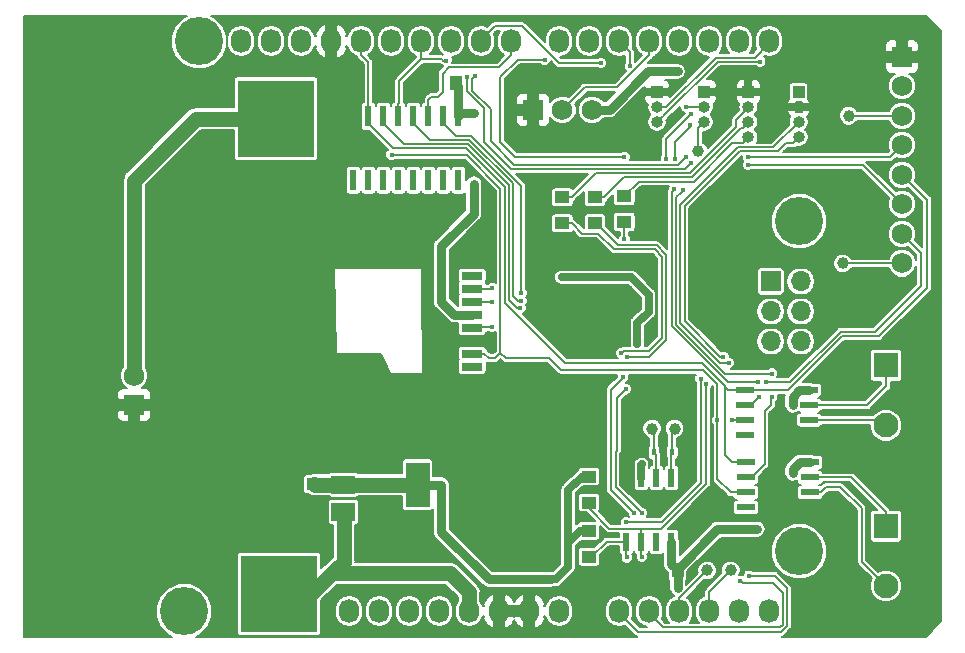
<source format=gbr>
G04 #@! TF.GenerationSoftware,KiCad,Pcbnew,(5.0.2)-1*
G04 #@! TF.CreationDate,2019-05-25T19:55:33-02:30*
G04 #@! TF.ProjectId,ControllerPCB,436f6e74-726f-46c6-9c65-725043422e6b,rev?*
G04 #@! TF.SameCoordinates,Original*
G04 #@! TF.FileFunction,Copper,L1,Top*
G04 #@! TF.FilePolarity,Positive*
%FSLAX46Y46*%
G04 Gerber Fmt 4.6, Leading zero omitted, Abs format (unit mm)*
G04 Created by KiCad (PCBNEW (5.0.2)-1) date 5/25/2019 7:55:33 PM*
%MOMM*%
%LPD*%
G01*
G04 APERTURE LIST*
G04 #@! TA.AperFunction,ComponentPad*
%ADD10O,1.727200X2.032000*%
G04 #@! TD*
G04 #@! TA.AperFunction,ComponentPad*
%ADD11C,4.064000*%
G04 #@! TD*
G04 #@! TA.AperFunction,SMDPad,CuDef*
%ADD12R,1.000000X1.250000*%
G04 #@! TD*
G04 #@! TA.AperFunction,SMDPad,CuDef*
%ADD13R,1.250000X1.000000*%
G04 #@! TD*
G04 #@! TA.AperFunction,SMDPad,CuDef*
%ADD14R,6.500000X6.500000*%
G04 #@! TD*
G04 #@! TA.AperFunction,SMDPad,CuDef*
%ADD15R,2.000000X1.500000*%
G04 #@! TD*
G04 #@! TA.AperFunction,SMDPad,CuDef*
%ADD16R,2.000000X3.800000*%
G04 #@! TD*
G04 #@! TA.AperFunction,ComponentPad*
%ADD17R,2.100000X2.100000*%
G04 #@! TD*
G04 #@! TA.AperFunction,ComponentPad*
%ADD18C,2.100000*%
G04 #@! TD*
G04 #@! TA.AperFunction,SMDPad,CuDef*
%ADD19R,1.550000X1.000000*%
G04 #@! TD*
G04 #@! TA.AperFunction,SMDPad,CuDef*
%ADD20R,1.500000X1.500000*%
G04 #@! TD*
G04 #@! TA.AperFunction,SMDPad,CuDef*
%ADD21R,1.750000X0.700000*%
G04 #@! TD*
G04 #@! TA.AperFunction,SMDPad,CuDef*
%ADD22R,1.400000X0.800000*%
G04 #@! TD*
G04 #@! TA.AperFunction,SMDPad,CuDef*
%ADD23R,1.000000X1.450000*%
G04 #@! TD*
G04 #@! TA.AperFunction,SMDPad,CuDef*
%ADD24R,1.500000X0.800000*%
G04 #@! TD*
G04 #@! TA.AperFunction,SMDPad,CuDef*
%ADD25R,1.500000X1.300000*%
G04 #@! TD*
G04 #@! TA.AperFunction,ComponentPad*
%ADD26O,1.000000X1.000000*%
G04 #@! TD*
G04 #@! TA.AperFunction,ComponentPad*
%ADD27R,1.000000X1.000000*%
G04 #@! TD*
G04 #@! TA.AperFunction,ComponentPad*
%ADD28C,1.750000*%
G04 #@! TD*
G04 #@! TA.AperFunction,ComponentPad*
%ADD29R,1.750000X1.750000*%
G04 #@! TD*
G04 #@! TA.AperFunction,BGAPad,CuDef*
%ADD30C,1.000000*%
G04 #@! TD*
G04 #@! TA.AperFunction,SMDPad,CuDef*
%ADD31R,0.600000X1.550000*%
G04 #@! TD*
G04 #@! TA.AperFunction,SMDPad,CuDef*
%ADD32R,1.550000X0.600000*%
G04 #@! TD*
G04 #@! TA.AperFunction,ComponentPad*
%ADD33C,1.000000*%
G04 #@! TD*
G04 #@! TA.AperFunction,SMDPad,CuDef*
%ADD34R,0.400000X0.600000*%
G04 #@! TD*
G04 #@! TA.AperFunction,SMDPad,CuDef*
%ADD35R,0.600000X1.800000*%
G04 #@! TD*
G04 #@! TA.AperFunction,ComponentPad*
%ADD36O,1.700000X1.700000*%
G04 #@! TD*
G04 #@! TA.AperFunction,ComponentPad*
%ADD37R,1.700000X1.700000*%
G04 #@! TD*
G04 #@! TA.AperFunction,ViaPad*
%ADD38C,0.600000*%
G04 #@! TD*
G04 #@! TA.AperFunction,ViaPad*
%ADD39C,0.400000*%
G04 #@! TD*
G04 #@! TA.AperFunction,Conductor*
%ADD40C,1.270000*%
G04 #@! TD*
G04 #@! TA.AperFunction,Conductor*
%ADD41C,0.635000*%
G04 #@! TD*
G04 #@! TA.AperFunction,Conductor*
%ADD42C,0.762000*%
G04 #@! TD*
G04 #@! TA.AperFunction,Conductor*
%ADD43C,0.152400*%
G04 #@! TD*
G04 #@! TA.AperFunction,Conductor*
%ADD44C,0.150000*%
G04 #@! TD*
G04 APERTURE END LIST*
D10*
G04 #@! TO.P,P1,1*
G04 #@! TO.N,Net-(P1-Pad1)*
X138938000Y-123825000D03*
G04 #@! TO.P,P1,2*
G04 #@! TO.N,/IOREF*
X141478000Y-123825000D03*
G04 #@! TO.P,P1,3*
G04 #@! TO.N,/Reset*
X144018000Y-123825000D03*
G04 #@! TO.P,P1,4*
G04 #@! TO.N,+3V3*
X146558000Y-123825000D03*
G04 #@! TO.P,P1,5*
G04 #@! TO.N,+5V*
X149098000Y-123825000D03*
G04 #@! TO.P,P1,6*
G04 #@! TO.N,GND*
X151638000Y-123825000D03*
G04 #@! TO.P,P1,7*
X154178000Y-123825000D03*
G04 #@! TO.P,P1,8*
G04 #@! TO.N,/Vin*
X156718000Y-123825000D03*
G04 #@! TD*
G04 #@! TO.P,P2,1*
G04 #@! TO.N,/A0*
X161798000Y-123825000D03*
G04 #@! TO.P,P2,2*
G04 #@! TO.N,/A1*
X164338000Y-123825000D03*
G04 #@! TO.P,P2,3*
G04 #@! TO.N,/A2*
X166878000Y-123825000D03*
G04 #@! TO.P,P2,4*
G04 #@! TO.N,/A3*
X169418000Y-123825000D03*
G04 #@! TO.P,P2,5*
G04 #@! TO.N,/A4(SDA)*
X171958000Y-123825000D03*
G04 #@! TO.P,P2,6*
G04 #@! TO.N,/A5(SCL)*
X174498000Y-123825000D03*
G04 #@! TD*
G04 #@! TO.P,P3,1*
G04 #@! TO.N,Net-(P3-Pad1)*
X129794000Y-75565000D03*
G04 #@! TO.P,P3,2*
G04 #@! TO.N,Net-(P3-Pad2)*
X132334000Y-75565000D03*
G04 #@! TO.P,P3,3*
G04 #@! TO.N,/AREF*
X134874000Y-75565000D03*
G04 #@! TO.P,P3,4*
G04 #@! TO.N,GND*
X137414000Y-75565000D03*
G04 #@! TO.P,P3,5*
G04 #@! TO.N,/13(SCK)*
X139954000Y-75565000D03*
G04 #@! TO.P,P3,6*
G04 #@! TO.N,/12(MISO)*
X142494000Y-75565000D03*
G04 #@! TO.P,P3,7*
G04 #@! TO.N,/11(\002A\002A/MOSI)*
X145034000Y-75565000D03*
G04 #@! TO.P,P3,8*
G04 #@! TO.N,/10(\002A\002A/SS)*
X147574000Y-75565000D03*
G04 #@! TO.P,P3,9*
G04 #@! TO.N,/9(\002A\002A)*
X150114000Y-75565000D03*
G04 #@! TO.P,P3,10*
G04 #@! TO.N,/8*
X152654000Y-75565000D03*
G04 #@! TD*
G04 #@! TO.P,P4,1*
G04 #@! TO.N,/7*
X156718000Y-75565000D03*
G04 #@! TO.P,P4,2*
G04 #@! TO.N,/6(\002A\002A)*
X159258000Y-75565000D03*
G04 #@! TO.P,P4,3*
G04 #@! TO.N,/5(\002A\002A)*
X161798000Y-75565000D03*
G04 #@! TO.P,P4,4*
G04 #@! TO.N,/4*
X164338000Y-75565000D03*
G04 #@! TO.P,P4,5*
G04 #@! TO.N,/3(\002A\002A)*
X166878000Y-75565000D03*
G04 #@! TO.P,P4,6*
G04 #@! TO.N,/2*
X169418000Y-75565000D03*
G04 #@! TO.P,P4,7*
G04 #@! TO.N,/1(Tx)*
X171958000Y-75565000D03*
G04 #@! TO.P,P4,8*
G04 #@! TO.N,/0(Rx)*
X174498000Y-75565000D03*
G04 #@! TD*
D11*
G04 #@! TO.P,P5,1*
G04 #@! TO.N,Net-(P5-Pad1)*
X124968000Y-123825000D03*
G04 #@! TD*
G04 #@! TO.P,P6,1*
G04 #@! TO.N,Net-(P6-Pad1)*
X177038000Y-118745000D03*
G04 #@! TD*
G04 #@! TO.P,P7,1*
G04 #@! TO.N,Net-(P7-Pad1)*
X126238000Y-75565000D03*
G04 #@! TD*
G04 #@! TO.P,P8,1*
G04 #@! TO.N,Net-(P8-Pad1)*
X177038000Y-90805000D03*
G04 #@! TD*
D12*
G04 #@! TO.P,C1,2*
G04 #@! TO.N,GND*
X140698000Y-118365000D03*
G04 #@! TO.P,C1,1*
G04 #@! TO.N,+5V*
X138498000Y-118365000D03*
G04 #@! TD*
D13*
G04 #@! TO.P,C2,1*
G04 #@! TO.N,3V3_AUX*
X135998000Y-113065000D03*
G04 #@! TO.P,C2,2*
G04 #@! TO.N,GND*
X135998000Y-110865000D03*
G04 #@! TD*
D14*
G04 #@! TO.P,U1,1*
G04 #@! TO.N,+V*
X132748000Y-82115000D03*
G04 #@! TO.P,U1,2*
G04 #@! TO.N,GND*
X114998000Y-82365000D03*
X114998000Y-122365000D03*
G04 #@! TO.P,U1,3*
G04 #@! TO.N,+5V*
X132998000Y-122365000D03*
G04 #@! TD*
D15*
G04 #@! TO.P,U2,1*
G04 #@! TO.N,GND*
X138448000Y-110815000D03*
G04 #@! TO.P,U2,3*
G04 #@! TO.N,+5V*
X138448000Y-115415000D03*
G04 #@! TO.P,U2,2*
G04 #@! TO.N,3V3_AUX*
X138448000Y-113115000D03*
D16*
X144748000Y-113115000D03*
G04 #@! TD*
D12*
G04 #@! TO.P,C5,2*
G04 #@! TO.N,GND*
X145798000Y-79115000D03*
G04 #@! TO.P,C5,1*
G04 #@! TO.N,3V3_AUX*
X147998000Y-79115000D03*
G04 #@! TD*
G04 #@! TO.P,C6,2*
G04 #@! TO.N,GND*
X164548000Y-120365000D03*
G04 #@! TO.P,C6,1*
G04 #@! TO.N,3V3_AUX*
X166748000Y-120365000D03*
G04 #@! TD*
D17*
G04 #@! TO.P,J2,1*
G04 #@! TO.N,Net-(J2-Pad1)*
X184404000Y-116615000D03*
D18*
G04 #@! TO.P,J2,2*
G04 #@! TO.N,Net-(J2-Pad2)*
X184404000Y-121695000D03*
G04 #@! TD*
G04 #@! TO.P,J3,2*
G04 #@! TO.N,Net-(J3-Pad2)*
X184404000Y-108077000D03*
D17*
G04 #@! TO.P,J3,1*
G04 #@! TO.N,Net-(J3-Pad1)*
X184404000Y-102997000D03*
G04 #@! TD*
D19*
G04 #@! TO.P,J4,10*
G04 #@! TO.N,GND*
X138573000Y-93015000D03*
D20*
G04 #@! TO.P,J4,11*
X149248000Y-92965000D03*
D21*
G04 #@! TO.P,J4,1*
G04 #@! TO.N,Net-(J4-Pad1)*
X149373000Y-95415000D03*
G04 #@! TO.P,J4,2*
G04 #@! TO.N,/8_CS_3V3*
X149373000Y-96515000D03*
G04 #@! TO.P,J4,3*
G04 #@! TO.N,/11(\002A\002A/MOSI)_3V3*
X149373000Y-97615000D03*
G04 #@! TO.P,J4,4*
G04 #@! TO.N,3V3_AUX*
X149373000Y-98715000D03*
G04 #@! TO.P,J4,5*
G04 #@! TO.N,/13(SCK)_3V3*
X149373000Y-99815000D03*
G04 #@! TO.P,J4,6*
G04 #@! TO.N,GND*
X149373000Y-100915000D03*
G04 #@! TO.P,J4,7*
G04 #@! TO.N,/12(MISO)*
X149373000Y-102015000D03*
D22*
G04 #@! TO.P,J4,11*
G04 #@! TO.N,GND*
X140998000Y-92615000D03*
D23*
G04 #@! TO.P,J4,9*
X140148000Y-104240000D03*
D24*
G04 #@! TO.P,J4,11*
X141648000Y-104565000D03*
D25*
X149248000Y-104315000D03*
D21*
G04 #@! TO.P,J4,8*
G04 #@! TO.N,Net-(J4-Pad8)*
X149373000Y-103115000D03*
G04 #@! TD*
D26*
G04 #@! TO.P,J5,3*
G04 #@! TO.N,Net-(J5-Pad3)*
X168998000Y-82405000D03*
G04 #@! TO.P,J5,2*
G04 #@! TO.N,/9(\002A\002A)*
X168998000Y-81135000D03*
D27*
G04 #@! TO.P,J5,1*
G04 #@! TO.N,GND*
X168998000Y-79865000D03*
G04 #@! TD*
G04 #@! TO.P,J7,1*
G04 #@! TO.N,GND*
X164998000Y-79865000D03*
D26*
G04 #@! TO.P,J7,2*
G04 #@! TO.N,/0(Rx)*
X164998000Y-81135000D03*
G04 #@! TO.P,J7,3*
G04 #@! TO.N,/1(Tx)*
X164998000Y-82405000D03*
G04 #@! TD*
G04 #@! TO.P,J8,4*
G04 #@! TO.N,/A4(SDA)*
X176998000Y-83675000D03*
G04 #@! TO.P,J8,3*
G04 #@! TO.N,/A5(SCL)*
X176998000Y-82405000D03*
G04 #@! TO.P,J8,2*
G04 #@! TO.N,GND*
X176998000Y-81135000D03*
D27*
G04 #@! TO.P,J8,1*
G04 #@! TO.N,3V3_AUX*
X176998000Y-79865000D03*
G04 #@! TD*
D28*
G04 #@! TO.P,J9,3*
G04 #@! TO.N,3V3_AUX*
X159498000Y-81365000D03*
G04 #@! TO.P,J9,2*
G04 #@! TO.N,/4*
X156998000Y-81365000D03*
D29*
G04 #@! TO.P,J9,1*
G04 #@! TO.N,GND*
X154498000Y-81365000D03*
G04 #@! TD*
D13*
G04 #@! TO.P,R1,1*
G04 #@! TO.N,/A4(SDA)*
X159248000Y-119215000D03*
G04 #@! TO.P,R1,2*
G04 #@! TO.N,3V3_AUX*
X159248000Y-117015000D03*
G04 #@! TD*
G04 #@! TO.P,R2,2*
G04 #@! TO.N,3V3_AUX*
X159248000Y-112415000D03*
G04 #@! TO.P,R2,1*
G04 #@! TO.N,/A5(SCL)*
X159248000Y-114615000D03*
G04 #@! TD*
G04 #@! TO.P,R3,1*
G04 #@! TO.N,/7*
X162248000Y-90865000D03*
G04 #@! TO.P,R3,2*
G04 #@! TO.N,Net-(J6-Pad4)*
X162248000Y-88665000D03*
G04 #@! TD*
G04 #@! TO.P,R4,1*
G04 #@! TO.N,/A0*
X159748000Y-90965000D03*
G04 #@! TO.P,R4,2*
G04 #@! TO.N,Net-(J6-Pad3)*
X159748000Y-88765000D03*
G04 #@! TD*
G04 #@! TO.P,R5,1*
G04 #@! TO.N,/A1*
X156998000Y-90965000D03*
G04 #@! TO.P,R5,2*
G04 #@! TO.N,Net-(J6-Pad2)*
X156998000Y-88765000D03*
G04 #@! TD*
D30*
G04 #@! TO.P,TP1,1*
G04 #@! TO.N,Net-(TP1-Pad1)*
X181248000Y-81865000D03*
G04 #@! TD*
G04 #@! TO.P,TP2,1*
G04 #@! TO.N,Net-(TP2-Pad1)*
X180748000Y-94365000D03*
G04 #@! TD*
G04 #@! TO.P,TP3,1*
G04 #@! TO.N,Net-(J5-Pad3)*
X168498000Y-84865000D03*
G04 #@! TD*
G04 #@! TO.P,TP4,1*
G04 #@! TO.N,/A2*
X169248000Y-120365000D03*
G04 #@! TD*
G04 #@! TO.P,TP5,1*
G04 #@! TO.N,/A3*
X171248000Y-120365000D03*
G04 #@! TD*
D31*
G04 #@! TO.P,U3,1*
G04 #@! TO.N,Net-(C3-Pad1)*
X166227999Y-112530001D03*
G04 #@! TO.P,U3,2*
G04 #@! TO.N,Net-(C4-Pad1)*
X164957999Y-112530001D03*
G04 #@! TO.P,U3,3*
G04 #@! TO.N,Net-(BT1-Pad1)*
X163687999Y-112530001D03*
G04 #@! TO.P,U3,4*
G04 #@! TO.N,GND*
X162417999Y-112530001D03*
G04 #@! TO.P,U3,5*
G04 #@! TO.N,/A4(SDA)*
X162417999Y-117930001D03*
G04 #@! TO.P,U3,6*
G04 #@! TO.N,/A5(SCL)*
X163687999Y-117930001D03*
G04 #@! TO.P,U3,7*
G04 #@! TO.N,Net-(U3-Pad7)*
X164957999Y-117930001D03*
G04 #@! TO.P,U3,8*
G04 #@! TO.N,3V3_AUX*
X166227999Y-117930001D03*
G04 #@! TD*
D32*
G04 #@! TO.P,U6,1*
G04 #@! TO.N,GND*
X177948000Y-115020000D03*
G04 #@! TO.P,U6,2*
G04 #@! TO.N,Net-(J2-Pad2)*
X177948000Y-113750000D03*
G04 #@! TO.P,U6,3*
G04 #@! TO.N,Net-(J2-Pad1)*
X177948000Y-112480000D03*
G04 #@! TO.P,U6,4*
G04 #@! TO.N,3V3_AUX*
X177948000Y-111210000D03*
G04 #@! TO.P,U6,5*
G04 #@! TO.N,/13(SCK)*
X172548000Y-111210000D03*
G04 #@! TO.P,U6,6*
G04 #@! TO.N,/5(\002A\002A)*
X172548000Y-112480000D03*
G04 #@! TO.P,U6,7*
G04 #@! TO.N,/12(MISO)*
X172548000Y-113750000D03*
G04 #@! TO.P,U6,8*
G04 #@! TO.N,N/C*
X172548000Y-115020000D03*
G04 #@! TD*
G04 #@! TO.P,U7,8*
G04 #@! TO.N,N/C*
X172498000Y-108905000D03*
G04 #@! TO.P,U7,7*
G04 #@! TO.N,/12(MISO)*
X172498000Y-107635000D03*
G04 #@! TO.P,U7,6*
G04 #@! TO.N,/3(\002A\002A)*
X172498000Y-106365000D03*
G04 #@! TO.P,U7,5*
G04 #@! TO.N,/13(SCK)*
X172498000Y-105095000D03*
G04 #@! TO.P,U7,4*
G04 #@! TO.N,3V3_AUX*
X177898000Y-105095000D03*
G04 #@! TO.P,U7,3*
G04 #@! TO.N,Net-(J3-Pad1)*
X177898000Y-106365000D03*
G04 #@! TO.P,U7,2*
G04 #@! TO.N,Net-(J3-Pad2)*
X177898000Y-107635000D03*
G04 #@! TO.P,U7,1*
G04 #@! TO.N,GND*
X177898000Y-108905000D03*
G04 #@! TD*
D33*
G04 #@! TO.P,Y1,2*
G04 #@! TO.N,Net-(C4-Pad1)*
X164598000Y-108365000D03*
G04 #@! TO.P,Y1,1*
G04 #@! TO.N,Net-(C3-Pad1)*
X166498000Y-108365000D03*
G04 #@! TD*
D34*
G04 #@! TO.P,C3,2*
G04 #@! TO.N,GND*
X167198000Y-110365000D03*
G04 #@! TO.P,C3,1*
G04 #@! TO.N,Net-(C3-Pad1)*
X166298000Y-110365000D03*
G04 #@! TD*
D35*
G04 #@! TO.P,U4,1*
G04 #@! TO.N,3V3_AUX*
X148193000Y-81915000D03*
G04 #@! TO.P,U4,2*
G04 #@! TO.N,/8_CS_3V3*
X146923000Y-81915000D03*
G04 #@! TO.P,U4,3*
G04 #@! TO.N,/8*
X145653000Y-81915000D03*
G04 #@! TO.P,U4,4*
G04 #@! TO.N,/11(\002A\002A/MOSI)_3V3*
X144383000Y-81915000D03*
G04 #@! TO.P,U4,5*
G04 #@! TO.N,/11(\002A\002A/MOSI)*
X143113000Y-81915000D03*
G04 #@! TO.P,U4,6*
G04 #@! TO.N,/13(SCK)_3V3*
X141843000Y-81915000D03*
G04 #@! TO.P,U4,7*
G04 #@! TO.N,/13(SCK)*
X140573000Y-81915000D03*
G04 #@! TO.P,U4,8*
G04 #@! TO.N,GND*
X139303000Y-81915000D03*
G04 #@! TO.P,U4,9*
G04 #@! TO.N,Net-(U4-Pad9)*
X139303000Y-87315000D03*
G04 #@! TO.P,U4,10*
G04 #@! TO.N,Net-(U4-Pad10)*
X140573000Y-87315000D03*
G04 #@! TO.P,U4,11*
G04 #@! TO.N,Net-(U4-Pad11)*
X141843000Y-87315000D03*
G04 #@! TO.P,U4,12*
G04 #@! TO.N,Net-(U4-Pad12)*
X143113000Y-87315000D03*
G04 #@! TO.P,U4,13*
G04 #@! TO.N,N/C*
X144383000Y-87315000D03*
G04 #@! TO.P,U4,14*
G04 #@! TO.N,Net-(U4-Pad14)*
X145653000Y-87315000D03*
G04 #@! TO.P,U4,15*
G04 #@! TO.N,Net-(U4-Pad15)*
X146923000Y-87315000D03*
G04 #@! TO.P,U4,16*
G04 #@! TO.N,N/C*
X148193000Y-87315000D03*
G04 #@! TD*
D28*
G04 #@! TO.P,U5,8*
G04 #@! TO.N,Net-(TP2-Pad1)*
X185748000Y-94365000D03*
G04 #@! TO.P,U5,7*
G04 #@! TO.N,/12(MISO)*
X185748000Y-91865000D03*
G04 #@! TO.P,U5,6*
G04 #@! TO.N,/11(\002A\002A/MOSI)*
X185748000Y-89365000D03*
G04 #@! TO.P,U5,5*
G04 #@! TO.N,/13(SCK)*
X185748000Y-86865000D03*
G04 #@! TO.P,U5,4*
G04 #@! TO.N,/10(\002A\002A/SS)*
X185748000Y-84365000D03*
G04 #@! TO.P,U5,3*
G04 #@! TO.N,Net-(TP1-Pad1)*
X185748000Y-81865000D03*
G04 #@! TO.P,U5,2*
G04 #@! TO.N,3V3_AUX*
X185748000Y-79365000D03*
D29*
G04 #@! TO.P,U5,1*
G04 #@! TO.N,GND*
X185748000Y-76865000D03*
G04 #@! TD*
D34*
G04 #@! TO.P,C4,2*
G04 #@! TO.N,GND*
X163848000Y-110365000D03*
G04 #@! TO.P,C4,1*
G04 #@! TO.N,Net-(C4-Pad1)*
X164748000Y-110365000D03*
G04 #@! TD*
D28*
G04 #@! TO.P,J1,2*
G04 #@! TO.N,+V*
X120748000Y-103865000D03*
D29*
G04 #@! TO.P,J1,1*
G04 #@! TO.N,GND*
X120748000Y-106365000D03*
G04 #@! TD*
D26*
G04 #@! TO.P,J6,4*
G04 #@! TO.N,Net-(J6-Pad4)*
X172748000Y-83675000D03*
G04 #@! TO.P,J6,3*
G04 #@! TO.N,Net-(J6-Pad3)*
X172748000Y-82405000D03*
G04 #@! TO.P,J6,2*
G04 #@! TO.N,Net-(J6-Pad2)*
X172748000Y-81135000D03*
D27*
G04 #@! TO.P,J6,1*
G04 #@! TO.N,GND*
X172748000Y-79865000D03*
G04 #@! TD*
D36*
G04 #@! TO.P,J10,6*
G04 #@! TO.N,Net-(J10-Pad6)*
X177163000Y-100980000D03*
G04 #@! TO.P,J10,5*
G04 #@! TO.N,Net-(J10-Pad5)*
X174623000Y-100980000D03*
G04 #@! TO.P,J10,4*
G04 #@! TO.N,Net-(J10-Pad4)*
X177163000Y-98440000D03*
G04 #@! TO.P,J10,3*
G04 #@! TO.N,Net-(J10-Pad3)*
X174623000Y-98440000D03*
G04 #@! TO.P,J10,2*
G04 #@! TO.N,Net-(J10-Pad2)*
X177163000Y-95900000D03*
D37*
G04 #@! TO.P,J10,1*
G04 #@! TO.N,Net-(J10-Pad1)*
X174623000Y-95900000D03*
G04 #@! TD*
D38*
G04 #@! TO.N,GND*
X134498000Y-110865000D03*
X114998000Y-117615000D03*
X116998000Y-117615000D03*
X119498000Y-117615000D03*
X119498000Y-119865000D03*
X119498000Y-122365000D03*
X119498000Y-124865000D03*
X112748000Y-117615000D03*
X119998000Y-80615000D03*
X119998000Y-83115000D03*
X119498000Y-86365000D03*
X117498000Y-87115000D03*
X115498000Y-87115000D03*
X113248000Y-87115000D03*
X118248000Y-106365000D03*
X142248000Y-118365000D03*
X162998000Y-120365000D03*
X154248000Y-119865000D03*
X151748000Y-119865000D03*
X162498000Y-111115000D03*
X179748000Y-114365000D03*
X179748000Y-108365000D03*
X144248000Y-79115000D03*
X139248000Y-80115000D03*
D39*
X167998000Y-110365000D03*
X162980490Y-110363029D03*
X162701913Y-96433627D03*
X162723000Y-97115000D03*
X162872998Y-97840000D03*
D38*
X141748000Y-103615000D03*
X140248000Y-102865000D03*
X138498000Y-94365000D03*
X140998000Y-93865000D03*
X150498000Y-92865000D03*
X150748000Y-100865000D03*
X149248000Y-105865000D03*
D39*
X159723000Y-99715000D03*
X156248000Y-98190000D03*
X155073000Y-92840000D03*
G04 #@! TO.N,/A0*
X162473000Y-102290000D03*
X172798000Y-120815000D03*
X163748000Y-115515000D03*
X162398000Y-104990000D03*
G04 #@! TO.N,/A1*
X172073000Y-121265000D03*
X161971242Y-101960982D03*
X163086268Y-115526732D03*
X162121789Y-104011650D03*
G04 #@! TO.N,/A4(SDA)*
X162448000Y-119265000D03*
X170623000Y-102290000D03*
X168698000Y-104115000D03*
X162423000Y-116290000D03*
G04 #@! TO.N,/A5(SCL)*
X163723000Y-119215000D03*
X171098000Y-102790000D03*
X169174210Y-104593576D03*
G04 #@! TO.N,/9(\002A\002A)*
X167448000Y-81140000D03*
X160273000Y-77415000D03*
G04 #@! TO.N,/7*
X155498000Y-77115000D03*
X162248000Y-85365000D03*
X162248000Y-92336379D03*
G04 #@! TO.N,/5(\002A\002A)*
X174748000Y-105715000D03*
X174723000Y-103690000D03*
X167223000Y-88165000D03*
X166498000Y-85490000D03*
X167773000Y-82690000D03*
X162717326Y-77680610D03*
G04 #@! TO.N,/3(\002A\002A)*
X173623000Y-105715000D03*
X173598000Y-104440000D03*
X166473000Y-88090000D03*
X167898000Y-81715000D03*
X165773000Y-85490000D03*
G04 #@! TO.N,/1(Tx)*
X173748000Y-77290000D03*
G04 #@! TO.N,/10(\002A\002A/SS)*
X149598000Y-78515000D03*
X167448000Y-85365000D03*
X172729919Y-85381020D03*
G04 #@! TO.N,/12(MISO)*
X170123000Y-107665000D03*
X171323000Y-107640000D03*
X142548000Y-85165000D03*
X174197333Y-104411461D03*
G04 #@! TO.N,/11(\002A\002A/MOSI)*
X147173000Y-77190000D03*
X167898000Y-85840000D03*
X148928194Y-78569930D03*
X172715200Y-86039765D03*
D38*
G04 #@! TO.N,Net-(BT1-Pad1)*
X156923000Y-95540000D03*
X162823000Y-95540000D03*
X163698000Y-111390000D03*
X163342098Y-101195902D03*
G04 #@! TO.N,3V3_AUX*
X146748000Y-113115000D03*
X146748000Y-97615000D03*
X149498000Y-81615000D03*
X149498000Y-87615000D03*
X166748000Y-78115000D03*
X166748000Y-121865000D03*
X155998000Y-121115000D03*
X173498000Y-116865000D03*
X176498000Y-106365000D03*
X176498000Y-112115000D03*
D39*
G04 #@! TO.N,/8_CS_3V3*
X151073000Y-96465000D03*
X153523000Y-96890000D03*
G04 #@! TO.N,/11(\002A\002A/MOSI)_3V3*
X150998000Y-97615000D03*
X153523000Y-97540000D03*
G04 #@! TO.N,/13(SCK)_3V3*
X151048000Y-99765000D03*
X153448000Y-98140000D03*
G04 #@! TD*
D40*
G04 #@! TO.N,+5V*
X135748000Y-122365000D02*
X132998000Y-122365000D01*
X137498000Y-120615000D02*
X135748000Y-122365000D01*
X147498000Y-120615000D02*
X137498000Y-120615000D01*
X149098000Y-123825000D02*
X149098000Y-122215000D01*
X149098000Y-122215000D02*
X147498000Y-120615000D01*
X138498000Y-119615000D02*
X137498000Y-120615000D01*
X138498000Y-118365000D02*
X138498000Y-119615000D01*
X138498000Y-115465000D02*
X138448000Y-115415000D01*
X138498000Y-118365000D02*
X138498000Y-115465000D01*
D41*
G04 #@! TO.N,GND*
X138398000Y-110865000D02*
X138448000Y-110815000D01*
X135998000Y-110865000D02*
X138398000Y-110865000D01*
X135998000Y-110865000D02*
X134498000Y-110865000D01*
X114998000Y-122365000D02*
X114998000Y-117615000D01*
X114998000Y-117615000D02*
X116998000Y-117615000D01*
X116998000Y-117615000D02*
X119498000Y-117615000D01*
X119498000Y-117615000D02*
X119498000Y-119865000D01*
X119498000Y-119865000D02*
X119498000Y-122365000D01*
X119498000Y-122365000D02*
X119498000Y-124865000D01*
X114998000Y-117615000D02*
X112748000Y-117615000D01*
X114998000Y-82365000D02*
X118248000Y-82365000D01*
X118248000Y-82365000D02*
X119998000Y-80615000D01*
X119998000Y-80615000D02*
X119998000Y-83115000D01*
X119998000Y-83115000D02*
X119998000Y-85865000D01*
X119998000Y-85865000D02*
X119498000Y-86365000D01*
X119498000Y-86365000D02*
X118248000Y-86365000D01*
X118248000Y-86365000D02*
X117498000Y-87115000D01*
X117498000Y-87115000D02*
X115498000Y-87115000D01*
X115498000Y-87115000D02*
X113248000Y-87115000D01*
D42*
X120748000Y-106365000D02*
X118248000Y-106365000D01*
X140698000Y-118365000D02*
X142248000Y-118365000D01*
X164548000Y-120365000D02*
X162998000Y-120365000D01*
X162417999Y-112530001D02*
X162417999Y-111195001D01*
X162417999Y-111195001D02*
X162498000Y-111115000D01*
X177948000Y-115020000D02*
X179093000Y-115020000D01*
X179093000Y-115020000D02*
X179748000Y-114365000D01*
X177898000Y-108905000D02*
X179208000Y-108905000D01*
X179208000Y-108905000D02*
X179748000Y-108365000D01*
X145798000Y-79115000D02*
X144248000Y-79115000D01*
X139303000Y-81915000D02*
X139303000Y-80170000D01*
X139303000Y-80170000D02*
X139248000Y-80115000D01*
D43*
X167198000Y-110365000D02*
X167998000Y-110365000D01*
X162982461Y-110365000D02*
X162980490Y-110363029D01*
X163848000Y-110365000D02*
X162982461Y-110365000D01*
D41*
X141648000Y-104565000D02*
X141648000Y-103715000D01*
X141648000Y-103715000D02*
X141748000Y-103615000D01*
X140148000Y-104240000D02*
X140148000Y-102965000D01*
X140148000Y-102965000D02*
X140248000Y-102865000D01*
X138573000Y-93015000D02*
X138573000Y-94290000D01*
X138573000Y-94290000D02*
X138498000Y-94365000D01*
X140998000Y-92615000D02*
X140998000Y-93865000D01*
X149248000Y-92965000D02*
X150398000Y-92965000D01*
X150398000Y-92965000D02*
X150498000Y-92865000D01*
X149373000Y-100915000D02*
X150698000Y-100915000D01*
X150698000Y-100915000D02*
X150748000Y-100865000D01*
X149248000Y-104315000D02*
X149248000Y-105865000D01*
D43*
X159723000Y-99715000D02*
X158198000Y-98190000D01*
X158198000Y-98190000D02*
X156248000Y-98190000D01*
X156248000Y-98190000D02*
X156248000Y-97340000D01*
X156248000Y-97340000D02*
X155073000Y-96165000D01*
X155073000Y-96165000D02*
X155073000Y-92840000D01*
G04 #@! TO.N,/A0*
X161798000Y-123977400D02*
X163385600Y-125565000D01*
X161798000Y-123825000D02*
X161798000Y-123977400D01*
X163385600Y-125565000D02*
X175523000Y-125565000D01*
X175523000Y-125565000D02*
X176048000Y-125040000D01*
X176048000Y-125040000D02*
X176048000Y-121890000D01*
X174973000Y-120815000D02*
X172798000Y-120815000D01*
X176048000Y-121890000D02*
X174973000Y-120815000D01*
X161498000Y-113265000D02*
X161498000Y-110340000D01*
X163748000Y-115515000D02*
X161498000Y-113265000D01*
X161498000Y-110340000D02*
X161623000Y-110215000D01*
X161623000Y-110215000D02*
X161623000Y-105765000D01*
X161623000Y-105765000D02*
X162398000Y-104990000D01*
X162755842Y-102290000D02*
X162473000Y-102290000D01*
X159748000Y-90965000D02*
X159873000Y-90965000D01*
X165800411Y-100835973D02*
X164346384Y-102290000D01*
X164346384Y-102290000D02*
X162755842Y-102290000D01*
X165800411Y-93644027D02*
X165800411Y-100835973D01*
X164968973Y-92812589D02*
X165800411Y-93644027D01*
X161720589Y-92812589D02*
X164968973Y-92812589D01*
X159873000Y-90965000D02*
X161720589Y-92812589D01*
G04 #@! TO.N,/A1*
X164338000Y-123977400D02*
X165550600Y-125190000D01*
X175637810Y-122279810D02*
X174822999Y-121464999D01*
X174822999Y-121464999D02*
X172272999Y-121464999D01*
X172272999Y-121464999D02*
X172073000Y-121265000D01*
X165550600Y-125190000D02*
X175399616Y-125190000D01*
X175637810Y-124951806D02*
X175637810Y-122279810D01*
X164338000Y-123825000D02*
X164338000Y-123977400D01*
X175399616Y-125190000D02*
X175637810Y-124951806D01*
X161070589Y-113511053D02*
X161070589Y-105062850D01*
X161070589Y-105062850D02*
X161921790Y-104211649D01*
X163086268Y-115526732D02*
X161070589Y-113511053D01*
X161921790Y-104211649D02*
X162121789Y-104011650D01*
X163096176Y-101789612D02*
X164348388Y-101789612D01*
X163067547Y-101760983D02*
X163096176Y-101789612D01*
X161971242Y-101960982D02*
X162171241Y-101760983D01*
X162171241Y-101760983D02*
X163067547Y-101760983D01*
X164348388Y-101789612D02*
X165448000Y-100690000D01*
X165448000Y-100690000D02*
X165448000Y-93790000D01*
X165448000Y-93790000D02*
X164823000Y-93165000D01*
X164823000Y-93165000D02*
X161373000Y-93165000D01*
X161373000Y-93165000D02*
X160048000Y-91840000D01*
X157775400Y-90965000D02*
X156998000Y-90965000D01*
X158650400Y-91840000D02*
X157775400Y-90965000D01*
X160048000Y-91840000D02*
X158650400Y-91840000D01*
G04 #@! TO.N,/A2*
X166878000Y-122735000D02*
X166878000Y-123825000D01*
X169248000Y-120365000D02*
X166878000Y-122735000D01*
G04 #@! TO.N,/A3*
X169418000Y-122195000D02*
X171248000Y-120365000D01*
X169418000Y-123825000D02*
X169418000Y-122195000D01*
G04 #@! TO.N,/A4(SDA)*
X159448000Y-119215000D02*
X159248000Y-119215000D01*
X162417999Y-117930001D02*
X160732999Y-117930001D01*
X160732999Y-117930001D02*
X159448000Y-119215000D01*
X162417999Y-117930001D02*
X162417999Y-119234999D01*
X162417999Y-119234999D02*
X162448000Y-119265000D01*
X176498001Y-84174999D02*
X175938001Y-84174999D01*
X176998000Y-83675000D02*
X176498001Y-84174999D01*
X175938001Y-84174999D02*
X175223000Y-84890000D01*
X175223000Y-84890000D02*
X171998000Y-84890000D01*
X171998000Y-84890000D02*
X167348000Y-89540000D01*
X167348000Y-89540000D02*
X167348000Y-99265002D01*
X167348000Y-99265002D02*
X170372998Y-102290000D01*
X170372998Y-102290000D02*
X170623000Y-102290000D01*
X168698000Y-104115000D02*
X168698000Y-112990000D01*
X168698000Y-112990000D02*
X165423000Y-116265000D01*
X165423000Y-116265000D02*
X162448000Y-116265000D01*
X162448000Y-116265000D02*
X162423000Y-116290000D01*
G04 #@! TO.N,/A5(SCL)*
X159248000Y-115090000D02*
X159248000Y-114615000D01*
X160973000Y-116815000D02*
X159248000Y-115090000D01*
X163548000Y-116815000D02*
X160973000Y-116815000D01*
X163687999Y-117930001D02*
X163687999Y-116954999D01*
X163687999Y-116954999D02*
X163548000Y-116815000D01*
X163687999Y-117930001D02*
X163687999Y-119179999D01*
X163687999Y-119179999D02*
X163723000Y-119215000D01*
X170815158Y-102790000D02*
X171098000Y-102790000D01*
X170374616Y-102790000D02*
X170815158Y-102790000D01*
X166995590Y-99410974D02*
X170374616Y-102790000D01*
X166995589Y-89394027D02*
X166995590Y-99410974D01*
X171852026Y-84537590D02*
X166995589Y-89394027D01*
X174865411Y-84537589D02*
X171852026Y-84537590D01*
X176998000Y-82405000D02*
X174865411Y-84537589D01*
X165371384Y-116815000D02*
X169174210Y-113012174D01*
X169174210Y-113012174D02*
X169174210Y-104876418D01*
X163548000Y-116815000D02*
X165371384Y-116815000D01*
X169174210Y-104876418D02*
X169174210Y-104593576D01*
G04 #@! TO.N,/9(\002A\002A)*
X168998000Y-81135000D02*
X167453000Y-81135000D01*
X167453000Y-81135000D02*
X167448000Y-81140000D01*
X153580790Y-74272790D02*
X151253810Y-74272790D01*
X150114000Y-75412600D02*
X150114000Y-75565000D01*
X156723000Y-77415000D02*
X153580790Y-74272790D01*
X160273000Y-77415000D02*
X156723000Y-77415000D01*
X151253810Y-74272790D02*
X150114000Y-75412600D01*
G04 #@! TO.N,/8*
X152654000Y-76733400D02*
X151622400Y-77765000D01*
X152654000Y-75565000D02*
X152654000Y-76733400D01*
X151622400Y-77765000D02*
X147373000Y-77765000D01*
X147373000Y-77765000D02*
X146848000Y-78290000D01*
X146848000Y-78290000D02*
X146848000Y-79890000D01*
X145653000Y-80862600D02*
X145648000Y-80857600D01*
X145653000Y-81915000D02*
X145653000Y-80862600D01*
X145648000Y-80857600D02*
X145648000Y-80515000D01*
X145873000Y-80290000D02*
X146448000Y-80290000D01*
X145648000Y-80515000D02*
X145873000Y-80290000D01*
X146848000Y-79890000D02*
X146448000Y-80290000D01*
G04 #@! TO.N,/7*
X155498000Y-77115000D02*
X153248000Y-77115000D01*
X153248000Y-77115000D02*
X151748000Y-78615000D01*
X151748000Y-78615000D02*
X151748000Y-84115000D01*
X151748000Y-84115000D02*
X152998000Y-85365000D01*
X152998000Y-85365000D02*
X162248000Y-85365000D01*
X162248000Y-90865000D02*
X162248000Y-92336379D01*
G04 #@! TO.N,/5(\002A\002A)*
X173023000Y-112480000D02*
X174123000Y-111380000D01*
X172548000Y-112480000D02*
X173023000Y-112480000D01*
X174123000Y-111380000D02*
X174123000Y-106890000D01*
X174123000Y-106890000D02*
X174673000Y-106340000D01*
X174673000Y-106340000D02*
X174673000Y-105790000D01*
X174673000Y-105790000D02*
X174748000Y-105715000D01*
X166498000Y-85490000D02*
X166498000Y-84090000D01*
X166498000Y-84090000D02*
X167773000Y-82815000D01*
X167773000Y-82815000D02*
X167773000Y-82690000D01*
X162717326Y-76484326D02*
X161798000Y-75565000D01*
X162717326Y-77680610D02*
X162717326Y-76484326D01*
X166643180Y-88744820D02*
X167023001Y-88364999D01*
X167023001Y-88364999D02*
X167223000Y-88165000D01*
X166643180Y-99556948D02*
X166643180Y-88744820D01*
X170776232Y-103690000D02*
X166643180Y-99556948D01*
X174723000Y-103690000D02*
X170776232Y-103690000D01*
G04 #@! TO.N,/4*
X164338000Y-76733400D02*
X161606400Y-79465000D01*
X164338000Y-75565000D02*
X164338000Y-76733400D01*
X158898000Y-79465000D02*
X158723000Y-79640000D01*
X161606400Y-79465000D02*
X158898000Y-79465000D01*
X156998000Y-81365000D02*
X158723000Y-79640000D01*
G04 #@! TO.N,/3(\002A\002A)*
X172498000Y-106365000D02*
X172973000Y-106365000D01*
X172973000Y-106365000D02*
X173623000Y-105715000D01*
X167898000Y-81715000D02*
X165773000Y-83840000D01*
X165773000Y-85207158D02*
X165773000Y-85490000D01*
X165773000Y-83840000D02*
X165773000Y-85207158D01*
X173598000Y-104440000D02*
X171027848Y-104440000D01*
X171027848Y-104440000D02*
X166273001Y-99685153D01*
X166273001Y-88289999D02*
X166473000Y-88090000D01*
X166273001Y-99685153D02*
X166273001Y-88289999D01*
G04 #@! TO.N,/1(Tx)*
X173748000Y-77290000D02*
X170146384Y-77290000D01*
X170146384Y-77290000D02*
X165531383Y-81905001D01*
X165531383Y-81905001D02*
X165497999Y-81905001D01*
X165497999Y-81905001D02*
X164998000Y-82405000D01*
G04 #@! TO.N,/0(Rx)*
X165803000Y-81135000D02*
X164998000Y-81135000D01*
X170000410Y-76937590D02*
X165803000Y-81135000D01*
X173277810Y-76937590D02*
X170000410Y-76937590D01*
X174498000Y-75565000D02*
X174498000Y-75717400D01*
X174498000Y-75717400D02*
X173277810Y-76937590D01*
G04 #@! TO.N,/13(SCK)*
X140573000Y-80862600D02*
X140573000Y-81915000D01*
X140573000Y-77352400D02*
X140573000Y-80862600D01*
X139954000Y-76733400D02*
X140573000Y-77352400D01*
X139954000Y-75565000D02*
X139954000Y-76733400D01*
X171393000Y-111210000D02*
X172548000Y-111210000D01*
X170773000Y-110590000D02*
X171393000Y-111210000D01*
X170773000Y-104765000D02*
X170773000Y-110590000D01*
X170773000Y-104840000D02*
X170773000Y-104765000D01*
X172498000Y-105095000D02*
X171028000Y-105095000D01*
X171028000Y-105095000D02*
X170773000Y-104840000D01*
X186622999Y-87739999D02*
X185748000Y-86865000D01*
X176091384Y-105095000D02*
X180649606Y-100536778D01*
X172498000Y-105095000D02*
X176091384Y-105095000D01*
X180649606Y-100536778D02*
X183776222Y-100536778D01*
X183776222Y-100536778D02*
X187873000Y-96440000D01*
X187873000Y-96440000D02*
X187873000Y-88990000D01*
X187873000Y-88990000D02*
X186622999Y-87739999D01*
X148821384Y-84615000D02*
X142673000Y-84615000D01*
X152100411Y-87894027D02*
X148821384Y-84615000D01*
X152100411Y-97692411D02*
X152100411Y-87894027D01*
X157223000Y-102815000D02*
X152100411Y-97692411D01*
X170773000Y-104765000D02*
X168823000Y-102815000D01*
X168823000Y-102815000D02*
X157223000Y-102815000D01*
X142673000Y-84615000D02*
X140573000Y-82515000D01*
X140573000Y-82515000D02*
X140573000Y-81915000D01*
G04 #@! TO.N,/10(\002A\002A/SS)*
X149373000Y-78740000D02*
X149598000Y-78515000D01*
X167448000Y-85365000D02*
X166798000Y-86015000D01*
X166798000Y-86015000D02*
X152898000Y-86015000D01*
X152898000Y-86015000D02*
X150923000Y-84040000D01*
X150923000Y-84040000D02*
X150923000Y-81290000D01*
X150923000Y-81290000D02*
X149373000Y-79740000D01*
X149373000Y-79740000D02*
X149373000Y-78740000D01*
X173012761Y-85381020D02*
X172729919Y-85381020D01*
X185748000Y-84365000D02*
X184731980Y-85381020D01*
X184731980Y-85381020D02*
X173012761Y-85381020D01*
G04 #@! TO.N,/12(MISO)*
X150400400Y-102015000D02*
X150775400Y-102390000D01*
X149373000Y-102015000D02*
X150400400Y-102015000D01*
X172493000Y-107640000D02*
X172498000Y-107635000D01*
X171323000Y-107640000D02*
X172493000Y-107640000D01*
X171233000Y-113750000D02*
X172548000Y-113750000D01*
X170123000Y-107665000D02*
X170123000Y-112640000D01*
X170123000Y-112640000D02*
X171233000Y-113750000D01*
X142830842Y-85165000D02*
X142855842Y-85190000D01*
X142548000Y-85165000D02*
X142830842Y-85165000D01*
X142855842Y-85190000D02*
X148898000Y-85190000D01*
X148898000Y-85190000D02*
X151748000Y-88040000D01*
X151748000Y-101915000D02*
X151273000Y-102390000D01*
X151748000Y-88040000D02*
X151748000Y-101915000D01*
X150775400Y-102390000D02*
X151273000Y-102390000D01*
X176276539Y-104411461D02*
X174480175Y-104411461D01*
X180548000Y-100140000D02*
X176276539Y-104411461D01*
X183498000Y-100140000D02*
X180548000Y-100140000D01*
X174480175Y-104411461D02*
X174197333Y-104411461D01*
X187348000Y-96290000D02*
X183498000Y-100140000D01*
X187348000Y-93465000D02*
X187348000Y-96290000D01*
X185748000Y-91865000D02*
X187348000Y-93465000D01*
X170123000Y-104615000D02*
X170123000Y-107665000D01*
X168898000Y-103390000D02*
X170123000Y-104615000D01*
X156873000Y-103390000D02*
X168898000Y-103390000D01*
X155873000Y-102390000D02*
X156873000Y-103390000D01*
X151748000Y-101915000D02*
X152223000Y-102390000D01*
X152223000Y-102390000D02*
X155873000Y-102390000D01*
G04 #@! TO.N,/11(\002A\002A/MOSI)*
X145034000Y-77079000D02*
X145034000Y-75565000D01*
X143173000Y-78940000D02*
X145034000Y-77079000D01*
X143173000Y-80802600D02*
X143173000Y-78940000D01*
X143113000Y-81915000D02*
X143113000Y-80862600D01*
X143113000Y-80862600D02*
X143173000Y-80802600D01*
X146779158Y-77079000D02*
X145034000Y-77079000D01*
X146890158Y-77190000D02*
X146779158Y-77079000D01*
X147173000Y-77190000D02*
X146890158Y-77190000D01*
X167370590Y-86367410D02*
X152652026Y-86367410D01*
X152652026Y-86367410D02*
X150348000Y-84063384D01*
X150348000Y-84063384D02*
X150348000Y-81213384D01*
X150348000Y-81213384D02*
X148928194Y-79793578D01*
X148928194Y-78852772D02*
X148928194Y-78569930D01*
X148928194Y-79793578D02*
X148928194Y-78852772D01*
X167898000Y-85840000D02*
X167370590Y-86367410D01*
X185748000Y-89365000D02*
X182422765Y-86039765D01*
X172998042Y-86039765D02*
X172715200Y-86039765D01*
X182422765Y-86039765D02*
X172998042Y-86039765D01*
D40*
G04 #@! TO.N,+V*
X120748000Y-103865000D02*
X120748000Y-87365000D01*
X125998000Y-82115000D02*
X132748000Y-82115000D01*
X120748000Y-87365000D02*
X125998000Y-82115000D01*
D41*
G04 #@! TO.N,Net-(BT1-Pad1)*
X156923000Y-95540000D02*
X161998000Y-95540000D01*
X161998000Y-95540000D02*
X162823000Y-95540000D01*
X163687999Y-112530001D02*
X163687999Y-111400001D01*
X163687999Y-111400001D02*
X163698000Y-111390000D01*
X163342098Y-101195902D02*
X163342098Y-99420902D01*
X163342098Y-99420902D02*
X164298000Y-98465000D01*
X164298000Y-97015000D02*
X164273000Y-96990000D01*
X164298000Y-98465000D02*
X164298000Y-97015000D01*
X164273000Y-96990000D02*
X162823000Y-95540000D01*
D40*
G04 #@! TO.N,3V3_AUX*
X138448000Y-113115000D02*
X144748000Y-113115000D01*
X136048000Y-113115000D02*
X135998000Y-113065000D01*
X138448000Y-113115000D02*
X136048000Y-113115000D01*
D42*
X144748000Y-113115000D02*
X146748000Y-113115000D01*
X147848000Y-98715000D02*
X149373000Y-98715000D01*
X146748000Y-97615000D02*
X147848000Y-98715000D01*
X148193000Y-79310000D02*
X147998000Y-79115000D01*
X148193000Y-81915000D02*
X148193000Y-79310000D01*
X148493000Y-81615000D02*
X148193000Y-81915000D01*
X149498000Y-81615000D02*
X148493000Y-81615000D01*
X146748000Y-97190736D02*
X146748000Y-97615000D01*
X146748000Y-92919198D02*
X146748000Y-97190736D01*
X149498000Y-90169198D02*
X146748000Y-92919198D01*
X149498000Y-87615000D02*
X149498000Y-90169198D01*
X159498000Y-81365000D02*
X160998000Y-81365000D01*
X160998000Y-81365000D02*
X164248000Y-78115000D01*
X164248000Y-78115000D02*
X166748000Y-78115000D01*
X146748000Y-113115000D02*
X146748000Y-117115000D01*
X146748000Y-117115000D02*
X150748000Y-121115000D01*
X150748000Y-121115000D02*
X151248000Y-121115000D01*
X166748000Y-121865000D02*
X166748000Y-120365000D01*
X151248000Y-121115000D02*
X155998000Y-121115000D01*
X166227999Y-119844999D02*
X166748000Y-120365000D01*
X166227999Y-117930001D02*
X166227999Y-119844999D01*
X166748000Y-120240000D02*
X170123000Y-116865000D01*
X166748000Y-120365000D02*
X166748000Y-120240000D01*
X170123000Y-116865000D02*
X173498000Y-116865000D01*
X176498000Y-105644198D02*
X176498000Y-105940736D01*
X177898000Y-105095000D02*
X177047198Y-105095000D01*
X177047198Y-105095000D02*
X176498000Y-105644198D01*
X176498000Y-105940736D02*
X176498000Y-106365000D01*
X176498000Y-111809198D02*
X176498000Y-112115000D01*
X177097198Y-111210000D02*
X176498000Y-111809198D01*
X177948000Y-111210000D02*
X177097198Y-111210000D01*
D41*
X155998000Y-121115000D02*
X156423000Y-121115000D01*
X156423000Y-121115000D02*
X157473000Y-120065000D01*
X157473000Y-120065000D02*
X157473000Y-118815000D01*
X157473000Y-118015000D02*
X157473000Y-118815000D01*
X159248000Y-117015000D02*
X158473000Y-117015000D01*
X158473000Y-117015000D02*
X157473000Y-118015000D01*
X158623000Y-112415000D02*
X159248000Y-112415000D01*
X157473000Y-118815000D02*
X157473000Y-113565000D01*
X157473000Y-113565000D02*
X158623000Y-112415000D01*
D43*
G04 #@! TO.N,Net-(J2-Pad1)*
X184404000Y-115412600D02*
X184404000Y-116615000D01*
X181471400Y-112480000D02*
X184404000Y-115412600D01*
X177948000Y-112480000D02*
X181471400Y-112480000D01*
G04 #@! TO.N,Net-(J2-Pad2)*
X178875400Y-113750000D02*
X179310400Y-113315000D01*
X177948000Y-113750000D02*
X178875400Y-113750000D01*
X179310400Y-113315000D02*
X180523000Y-113315000D01*
X180523000Y-113315000D02*
X182323000Y-115115000D01*
X182323000Y-119614000D02*
X184404000Y-121695000D01*
X182323000Y-115115000D02*
X182323000Y-119614000D01*
G04 #@! TO.N,Net-(J3-Pad2)*
X183962000Y-107635000D02*
X184404000Y-108077000D01*
X177898000Y-107635000D02*
X183962000Y-107635000D01*
G04 #@! TO.N,Net-(J3-Pad1)*
X177898000Y-106365000D02*
X182798000Y-106365000D01*
X184404000Y-104759000D02*
X184404000Y-102997000D01*
X182798000Y-106365000D02*
X184404000Y-104759000D01*
G04 #@! TO.N,/8_CS_3V3*
X149373000Y-96515000D02*
X151023000Y-96515000D01*
X151023000Y-96515000D02*
X151073000Y-96465000D01*
X153523000Y-87821464D02*
X153523000Y-96607158D01*
X146923000Y-81915000D02*
X146923000Y-82515000D01*
X146923000Y-82515000D02*
X147965768Y-83557768D01*
X147965768Y-83557768D02*
X149259304Y-83557768D01*
X153523000Y-96607158D02*
X153523000Y-96890000D01*
X149259304Y-83557768D02*
X153523000Y-87821464D01*
G04 #@! TO.N,/11(\002A\002A/MOSI)_3V3*
X150715158Y-97615000D02*
X149373000Y-97615000D01*
X150998000Y-97615000D02*
X150715158Y-97615000D01*
X144383000Y-82515000D02*
X145778178Y-83910178D01*
X145778178Y-83910178D02*
X149113331Y-83910179D01*
X149113331Y-83910179D02*
X152805233Y-87602081D01*
X152805233Y-87602081D02*
X152805233Y-97105075D01*
X153240158Y-97540000D02*
X153523000Y-97540000D01*
X152805233Y-97105075D02*
X153240158Y-97540000D01*
X144383000Y-81915000D02*
X144383000Y-82515000D01*
G04 #@! TO.N,/13(SCK)_3V3*
X149423000Y-99765000D02*
X149373000Y-99815000D01*
X151048000Y-99765000D02*
X149423000Y-99765000D01*
X153165158Y-98140000D02*
X153448000Y-98140000D01*
X152452822Y-97427664D02*
X153165158Y-98140000D01*
X152452822Y-87748054D02*
X152452822Y-97427664D01*
X148967357Y-84262589D02*
X152452822Y-87748054D01*
X143590589Y-84262589D02*
X148967357Y-84262589D01*
X141843000Y-82515000D02*
X143590589Y-84262589D01*
X141843000Y-81915000D02*
X141843000Y-82515000D01*
G04 #@! TO.N,Net-(J5-Pad3)*
X168498000Y-84157894D02*
X168498000Y-84865000D01*
X168498001Y-82904999D02*
X168498000Y-84157894D01*
X168998000Y-82405000D02*
X168498001Y-82904999D01*
G04 #@! TO.N,Net-(J6-Pad3)*
X162202811Y-87087589D02*
X160525400Y-88765000D01*
X160525400Y-88765000D02*
X159748000Y-88765000D01*
X167952027Y-87087589D02*
X162202811Y-87087589D01*
X172134617Y-82904999D02*
X167952027Y-87087589D01*
X172248001Y-82904999D02*
X172134617Y-82904999D01*
X172748000Y-82405000D02*
X172248001Y-82904999D01*
G04 #@! TO.N,Net-(J6-Pad2)*
X157775400Y-88765000D02*
X159820579Y-86719821D01*
X159820579Y-86719821D02*
X167791957Y-86719821D01*
X167791957Y-86719821D02*
X171698000Y-82813778D01*
X171698000Y-82813778D02*
X171698000Y-82185000D01*
X172248001Y-81634999D02*
X172748000Y-81135000D01*
X171698000Y-82185000D02*
X172248001Y-81634999D01*
X156998000Y-88765000D02*
X157775400Y-88765000D01*
G04 #@! TO.N,Net-(TP1-Pad1)*
X184510564Y-81865000D02*
X181248000Y-81865000D01*
X185748000Y-81865000D02*
X184510564Y-81865000D01*
G04 #@! TO.N,Net-(TP2-Pad1)*
X185748000Y-94365000D02*
X180748000Y-94365000D01*
G04 #@! TO.N,Net-(C3-Pad1)*
X166227999Y-110435001D02*
X166298000Y-110365000D01*
X166227999Y-112530001D02*
X166227999Y-110435001D01*
X166298000Y-108565000D02*
X166498000Y-108365000D01*
X166298000Y-110365000D02*
X166298000Y-108565000D01*
G04 #@! TO.N,Net-(C4-Pad1)*
X164957999Y-110574999D02*
X164748000Y-110365000D01*
X164957999Y-112530001D02*
X164957999Y-110574999D01*
X164748000Y-108515000D02*
X164598000Y-108365000D01*
X164748000Y-110365000D02*
X164748000Y-108515000D01*
G04 #@! TO.N,Net-(J6-Pad4)*
X172248001Y-84174999D02*
X172748000Y-83675000D01*
X171363001Y-84174999D02*
X172248001Y-84174999D01*
X168098000Y-87440000D02*
X171363001Y-84174999D01*
X163473000Y-87440000D02*
X168098000Y-87440000D01*
X162248000Y-88665000D02*
X163473000Y-87440000D01*
G04 #@! TD*
D44*
G04 #@! TO.N,GND*
G36*
X124900601Y-73563441D02*
X124236441Y-74227601D01*
X123877000Y-75095368D01*
X123877000Y-76034632D01*
X124236441Y-76902399D01*
X124900601Y-77566559D01*
X125768368Y-77926000D01*
X126707632Y-77926000D01*
X127575399Y-77566559D01*
X128239559Y-76902399D01*
X128599000Y-76034632D01*
X128599000Y-75295143D01*
X128601400Y-75295143D01*
X128601400Y-75834858D01*
X128670596Y-76182729D01*
X128934185Y-76577216D01*
X129328672Y-76840804D01*
X129794000Y-76933364D01*
X130259329Y-76840804D01*
X130653816Y-76577216D01*
X130917404Y-76182728D01*
X130986600Y-75834857D01*
X130986600Y-75295143D01*
X131141400Y-75295143D01*
X131141400Y-75834858D01*
X131210596Y-76182729D01*
X131474185Y-76577216D01*
X131868672Y-76840804D01*
X132334000Y-76933364D01*
X132799329Y-76840804D01*
X133193816Y-76577216D01*
X133457404Y-76182728D01*
X133526600Y-75834857D01*
X133526600Y-75295143D01*
X133681400Y-75295143D01*
X133681400Y-75834858D01*
X133750596Y-76182729D01*
X134014185Y-76577216D01*
X134408672Y-76840804D01*
X134874000Y-76933364D01*
X135339329Y-76840804D01*
X135733816Y-76577216D01*
X135997404Y-76182728D01*
X136035740Y-75990002D01*
X136153741Y-75990002D01*
X136067946Y-76206592D01*
X136357614Y-76684467D01*
X136777921Y-77016651D01*
X136989000Y-76946866D01*
X136989000Y-75990000D01*
X136969000Y-75990000D01*
X136969000Y-75140000D01*
X136989000Y-75140000D01*
X136989000Y-74183134D01*
X136777921Y-74113349D01*
X136357614Y-74445533D01*
X136067946Y-74923408D01*
X136153741Y-75139998D01*
X136035740Y-75139998D01*
X135997404Y-74947271D01*
X135733816Y-74552784D01*
X135339328Y-74289196D01*
X134874000Y-74196636D01*
X134408671Y-74289196D01*
X134014184Y-74552784D01*
X133750596Y-74947272D01*
X133681400Y-75295143D01*
X133526600Y-75295143D01*
X133526600Y-75295142D01*
X133457404Y-74947271D01*
X133193816Y-74552784D01*
X132799328Y-74289196D01*
X132334000Y-74196636D01*
X131868671Y-74289196D01*
X131474184Y-74552784D01*
X131210596Y-74947272D01*
X131141400Y-75295143D01*
X130986600Y-75295143D01*
X130986600Y-75295142D01*
X130917404Y-74947271D01*
X130653816Y-74552784D01*
X130259328Y-74289196D01*
X129794000Y-74196636D01*
X129328671Y-74289196D01*
X128934184Y-74552784D01*
X128670596Y-74947272D01*
X128601400Y-75295143D01*
X128599000Y-75295143D01*
X128599000Y-75095368D01*
X128239559Y-74227601D01*
X127575399Y-73563441D01*
X127250830Y-73429000D01*
X187792659Y-73429000D01*
X189080000Y-74716342D01*
X189080001Y-124673657D01*
X187792659Y-125961000D01*
X175609159Y-125961000D01*
X175681101Y-125946690D01*
X175815133Y-125857133D01*
X175837740Y-125823299D01*
X176306302Y-125354738D01*
X176340133Y-125332133D01*
X176429690Y-125198101D01*
X176453200Y-125079907D01*
X176453200Y-125079906D01*
X176461138Y-125040001D01*
X176453200Y-125000095D01*
X176453200Y-121929907D01*
X176461138Y-121890000D01*
X176429690Y-121731898D01*
X176385985Y-121666490D01*
X176340133Y-121597867D01*
X176306299Y-121575260D01*
X175287740Y-120556701D01*
X175265133Y-120522867D01*
X175131101Y-120433310D01*
X175012907Y-120409800D01*
X175012906Y-120409800D01*
X174973000Y-120401862D01*
X174933094Y-120409800D01*
X173140920Y-120409800D01*
X173097655Y-120366535D01*
X172903225Y-120286000D01*
X172692775Y-120286000D01*
X172498345Y-120366535D01*
X172349535Y-120515345D01*
X172269000Y-120709775D01*
X172269000Y-120773600D01*
X172178225Y-120736000D01*
X171991630Y-120736000D01*
X172077000Y-120529898D01*
X172077000Y-120200102D01*
X171950792Y-119895409D01*
X171717591Y-119662208D01*
X171412898Y-119536000D01*
X171083102Y-119536000D01*
X170778409Y-119662208D01*
X170545208Y-119895409D01*
X170419000Y-120200102D01*
X170419000Y-120529898D01*
X170445672Y-120594289D01*
X169159699Y-121880262D01*
X169125868Y-121902867D01*
X169103263Y-121936698D01*
X169103262Y-121936699D01*
X169036311Y-122036899D01*
X169004862Y-122195000D01*
X169012801Y-122234911D01*
X169012801Y-122537235D01*
X168952671Y-122549196D01*
X168558184Y-122812784D01*
X168294596Y-123207272D01*
X168225400Y-123555143D01*
X168225400Y-124094858D01*
X168294596Y-124442729D01*
X168523162Y-124784800D01*
X167772839Y-124784800D01*
X168001404Y-124442728D01*
X168070600Y-124094857D01*
X168070600Y-123555142D01*
X168001404Y-123207271D01*
X167737816Y-122812784D01*
X167519278Y-122666762D01*
X169018711Y-121167328D01*
X169083102Y-121194000D01*
X169412898Y-121194000D01*
X169717591Y-121067792D01*
X169950792Y-120834591D01*
X170077000Y-120529898D01*
X170077000Y-120200102D01*
X169950792Y-119895409D01*
X169717591Y-119662208D01*
X169412898Y-119536000D01*
X169083102Y-119536000D01*
X168778409Y-119662208D01*
X168545208Y-119895409D01*
X168419000Y-120200102D01*
X168419000Y-120529898D01*
X168445672Y-120594289D01*
X167458000Y-121581961D01*
X167458000Y-121245366D01*
X167485195Y-121227195D01*
X167557911Y-121118369D01*
X167583445Y-120990000D01*
X167583445Y-120408645D01*
X169716723Y-118275368D01*
X174677000Y-118275368D01*
X174677000Y-119214632D01*
X175036441Y-120082399D01*
X175700601Y-120746559D01*
X176568368Y-121106000D01*
X177507632Y-121106000D01*
X178375399Y-120746559D01*
X179039559Y-120082399D01*
X179399000Y-119214632D01*
X179399000Y-118275368D01*
X179039559Y-117407601D01*
X178375399Y-116743441D01*
X177507632Y-116384000D01*
X176568368Y-116384000D01*
X175700601Y-116743441D01*
X175036441Y-117407601D01*
X174677000Y-118275368D01*
X169716723Y-118275368D01*
X170417092Y-117575000D01*
X173567926Y-117575000D01*
X173775028Y-117533805D01*
X174009881Y-117376881D01*
X174166805Y-117142028D01*
X174221909Y-116865000D01*
X174166805Y-116587972D01*
X174009881Y-116353119D01*
X173775028Y-116196195D01*
X173567926Y-116155000D01*
X170192926Y-116155000D01*
X170123000Y-116141091D01*
X169845971Y-116196195D01*
X169723834Y-116277805D01*
X169611119Y-116353119D01*
X169571510Y-116412398D01*
X166937999Y-119045911D01*
X166937999Y-117860075D01*
X166896804Y-117652973D01*
X166863444Y-117603047D01*
X166863444Y-117155001D01*
X166837910Y-117026632D01*
X166765194Y-116917806D01*
X166656368Y-116845090D01*
X166527999Y-116819556D01*
X165939867Y-116819556D01*
X169432512Y-113326912D01*
X169466343Y-113304307D01*
X169555900Y-113170275D01*
X169579410Y-113052081D01*
X169579410Y-113052080D01*
X169587348Y-113012175D01*
X169579410Y-112972269D01*
X169579410Y-104936496D01*
X169622675Y-104893231D01*
X169682869Y-104747908D01*
X169717800Y-104782839D01*
X169717801Y-107322079D01*
X169674535Y-107365345D01*
X169594000Y-107559775D01*
X169594000Y-107770225D01*
X169674535Y-107964655D01*
X169717800Y-108007920D01*
X169717801Y-112600089D01*
X169709862Y-112640000D01*
X169741311Y-112798101D01*
X169783800Y-112861690D01*
X169830868Y-112932133D01*
X169864699Y-112954738D01*
X170918262Y-114008302D01*
X170940867Y-114042133D01*
X171074899Y-114131690D01*
X171193093Y-114155200D01*
X171232999Y-114163138D01*
X171272905Y-114155200D01*
X171458480Y-114155200D01*
X171463089Y-114178369D01*
X171535805Y-114287195D01*
X171644631Y-114359911D01*
X171770763Y-114385000D01*
X171644631Y-114410089D01*
X171535805Y-114482805D01*
X171463089Y-114591631D01*
X171437555Y-114720000D01*
X171437555Y-115320000D01*
X171463089Y-115448369D01*
X171535805Y-115557195D01*
X171644631Y-115629911D01*
X171773000Y-115655445D01*
X173323000Y-115655445D01*
X173451369Y-115629911D01*
X173560195Y-115557195D01*
X173632911Y-115448369D01*
X173658445Y-115320000D01*
X173658445Y-114720000D01*
X173632911Y-114591631D01*
X173560195Y-114482805D01*
X173451369Y-114410089D01*
X173325237Y-114385000D01*
X173451369Y-114359911D01*
X173560195Y-114287195D01*
X173632911Y-114178369D01*
X173658445Y-114050000D01*
X173658445Y-113450000D01*
X173632911Y-113321631D01*
X173560195Y-113212805D01*
X173451369Y-113140089D01*
X173325237Y-113115000D01*
X173451369Y-113089911D01*
X173560195Y-113017195D01*
X173632911Y-112908369D01*
X173658445Y-112780000D01*
X173658445Y-112417594D01*
X174266841Y-111809198D01*
X175774091Y-111809198D01*
X175788000Y-111879122D01*
X175788000Y-112184926D01*
X175829195Y-112392028D01*
X175986120Y-112626881D01*
X176220973Y-112783805D01*
X176498000Y-112838909D01*
X176775028Y-112783805D01*
X176837555Y-112742026D01*
X176837555Y-112780000D01*
X176863089Y-112908369D01*
X176935805Y-113017195D01*
X177044631Y-113089911D01*
X177170763Y-113115000D01*
X177044631Y-113140089D01*
X176935805Y-113212805D01*
X176863089Y-113321631D01*
X176837555Y-113450000D01*
X176837555Y-114050000D01*
X176863089Y-114178369D01*
X176935805Y-114287195D01*
X177044631Y-114359911D01*
X177173000Y-114385445D01*
X178723000Y-114385445D01*
X178851369Y-114359911D01*
X178960195Y-114287195D01*
X179032911Y-114178369D01*
X179043529Y-114124990D01*
X179167533Y-114042133D01*
X179190140Y-114008299D01*
X179478240Y-113720200D01*
X180355161Y-113720200D01*
X181917800Y-115282839D01*
X181917801Y-119574089D01*
X181909862Y-119614000D01*
X181941311Y-119772101D01*
X181988931Y-119843369D01*
X182030868Y-119906133D01*
X182064699Y-119928738D01*
X183180720Y-121044759D01*
X183025000Y-121420700D01*
X183025000Y-121969300D01*
X183234940Y-122476141D01*
X183622859Y-122864060D01*
X184129700Y-123074000D01*
X184678300Y-123074000D01*
X185185141Y-122864060D01*
X185573060Y-122476141D01*
X185783000Y-121969300D01*
X185783000Y-121420700D01*
X185573060Y-120913859D01*
X185185141Y-120525940D01*
X184678300Y-120316000D01*
X184129700Y-120316000D01*
X183753759Y-120471720D01*
X182728200Y-119446161D01*
X182728200Y-115154905D01*
X182736138Y-115114999D01*
X182720994Y-115038867D01*
X182704690Y-114956899D01*
X182615133Y-114822867D01*
X182581299Y-114800260D01*
X180837740Y-113056701D01*
X180815133Y-113022867D01*
X180681101Y-112933310D01*
X180562907Y-112909800D01*
X180562906Y-112909800D01*
X180523000Y-112901862D01*
X180483094Y-112909800D01*
X179350306Y-112909800D01*
X179310400Y-112901862D01*
X179270494Y-112909800D01*
X179270493Y-112909800D01*
X179152299Y-112933310D01*
X179018267Y-113022867D01*
X178995662Y-113056699D01*
X178887877Y-113164483D01*
X178851369Y-113140089D01*
X178725237Y-113115000D01*
X178851369Y-113089911D01*
X178960195Y-113017195D01*
X179032911Y-112908369D01*
X179037520Y-112885200D01*
X181303561Y-112885200D01*
X183647916Y-115229555D01*
X183354000Y-115229555D01*
X183225631Y-115255089D01*
X183116805Y-115327805D01*
X183044089Y-115436631D01*
X183018555Y-115565000D01*
X183018555Y-117665000D01*
X183044089Y-117793369D01*
X183116805Y-117902195D01*
X183225631Y-117974911D01*
X183354000Y-118000445D01*
X185454000Y-118000445D01*
X185582369Y-117974911D01*
X185691195Y-117902195D01*
X185763911Y-117793369D01*
X185789445Y-117665000D01*
X185789445Y-115565000D01*
X185763911Y-115436631D01*
X185691195Y-115327805D01*
X185582369Y-115255089D01*
X185454000Y-115229555D01*
X184769023Y-115229555D01*
X184753901Y-115206924D01*
X184696133Y-115120467D01*
X184662299Y-115097860D01*
X181786140Y-112221701D01*
X181763533Y-112187867D01*
X181629501Y-112098310D01*
X181511307Y-112074800D01*
X181511306Y-112074800D01*
X181471400Y-112066862D01*
X181431494Y-112074800D01*
X179037520Y-112074800D01*
X179032911Y-112051631D01*
X178960195Y-111942805D01*
X178851369Y-111870089D01*
X178725237Y-111845000D01*
X178851369Y-111819911D01*
X178960195Y-111747195D01*
X179032911Y-111638369D01*
X179058445Y-111510000D01*
X179058445Y-110910000D01*
X179032911Y-110781631D01*
X178960195Y-110672805D01*
X178851369Y-110600089D01*
X178723000Y-110574555D01*
X178274955Y-110574555D01*
X178225028Y-110541195D01*
X178017926Y-110500000D01*
X177167122Y-110500000D01*
X177097198Y-110486091D01*
X177027273Y-110500000D01*
X177027272Y-110500000D01*
X176820170Y-110541195D01*
X176747128Y-110590000D01*
X176646657Y-110657133D01*
X176585317Y-110698119D01*
X176545707Y-110757399D01*
X176045401Y-111257707D01*
X175986119Y-111297318D01*
X175829195Y-111532171D01*
X175788000Y-111739272D01*
X175774091Y-111809198D01*
X174266841Y-111809198D01*
X174381302Y-111694738D01*
X174415133Y-111672133D01*
X174504690Y-111538101D01*
X174528200Y-111419907D01*
X174528200Y-111419906D01*
X174536138Y-111380000D01*
X174528200Y-111340094D01*
X174528200Y-107057839D01*
X174931299Y-106654740D01*
X174965133Y-106632133D01*
X175054690Y-106498101D01*
X175078200Y-106379907D01*
X175078200Y-106379906D01*
X175086138Y-106340001D01*
X175078200Y-106300095D01*
X175078200Y-106132920D01*
X175196465Y-106014655D01*
X175277000Y-105820225D01*
X175277000Y-105609775D01*
X175231613Y-105500200D01*
X175802734Y-105500200D01*
X175791456Y-105556899D01*
X175774091Y-105644198D01*
X175788000Y-105714122D01*
X175788000Y-106434926D01*
X175829195Y-106642028D01*
X175986120Y-106876881D01*
X176220973Y-107033805D01*
X176498000Y-107088909D01*
X176775028Y-107033805D01*
X176928900Y-106930991D01*
X176994631Y-106974911D01*
X177120763Y-107000000D01*
X176994631Y-107025089D01*
X176885805Y-107097805D01*
X176813089Y-107206631D01*
X176787555Y-107335000D01*
X176787555Y-107935000D01*
X176813089Y-108063369D01*
X176885805Y-108172195D01*
X176994631Y-108244911D01*
X177123000Y-108270445D01*
X178673000Y-108270445D01*
X178801369Y-108244911D01*
X178910195Y-108172195D01*
X178982911Y-108063369D01*
X178987520Y-108040200D01*
X183025000Y-108040200D01*
X183025000Y-108351300D01*
X183234940Y-108858141D01*
X183622859Y-109246060D01*
X184129700Y-109456000D01*
X184678300Y-109456000D01*
X185185141Y-109246060D01*
X185573060Y-108858141D01*
X185783000Y-108351300D01*
X185783000Y-107802700D01*
X185573060Y-107295859D01*
X185185141Y-106907940D01*
X184678300Y-106698000D01*
X184129700Y-106698000D01*
X183622859Y-106907940D01*
X183300999Y-107229800D01*
X178987520Y-107229800D01*
X178982911Y-107206631D01*
X178910195Y-107097805D01*
X178801369Y-107025089D01*
X178675237Y-107000000D01*
X178801369Y-106974911D01*
X178910195Y-106902195D01*
X178982911Y-106793369D01*
X178987520Y-106770200D01*
X182758094Y-106770200D01*
X182798000Y-106778138D01*
X182837906Y-106770200D01*
X182837907Y-106770200D01*
X182956101Y-106746690D01*
X183090133Y-106657133D01*
X183112740Y-106623299D01*
X184662302Y-105073738D01*
X184696133Y-105051133D01*
X184785690Y-104917101D01*
X184809200Y-104798907D01*
X184809200Y-104798906D01*
X184817138Y-104759000D01*
X184809200Y-104719094D01*
X184809200Y-104382445D01*
X185454000Y-104382445D01*
X185582369Y-104356911D01*
X185691195Y-104284195D01*
X185763911Y-104175369D01*
X185789445Y-104047000D01*
X185789445Y-101947000D01*
X185763911Y-101818631D01*
X185691195Y-101709805D01*
X185582369Y-101637089D01*
X185454000Y-101611555D01*
X183354000Y-101611555D01*
X183225631Y-101637089D01*
X183116805Y-101709805D01*
X183044089Y-101818631D01*
X183018555Y-101947000D01*
X183018555Y-104047000D01*
X183044089Y-104175369D01*
X183116805Y-104284195D01*
X183225631Y-104356911D01*
X183354000Y-104382445D01*
X183998800Y-104382445D01*
X183998800Y-104591160D01*
X182630161Y-105959800D01*
X178987520Y-105959800D01*
X178982911Y-105936631D01*
X178910195Y-105827805D01*
X178801369Y-105755089D01*
X178675237Y-105730000D01*
X178801369Y-105704911D01*
X178910195Y-105632195D01*
X178982911Y-105523369D01*
X179008445Y-105395000D01*
X179008445Y-104795000D01*
X178982911Y-104666631D01*
X178910195Y-104557805D01*
X178801369Y-104485089D01*
X178673000Y-104459555D01*
X178224955Y-104459555D01*
X178175028Y-104426195D01*
X177967926Y-104385000D01*
X177374423Y-104385000D01*
X180817445Y-100941978D01*
X183736316Y-100941978D01*
X183776222Y-100949916D01*
X183816128Y-100941978D01*
X183816129Y-100941978D01*
X183934323Y-100918468D01*
X184068355Y-100828911D01*
X184090962Y-100795077D01*
X188131302Y-96754738D01*
X188165133Y-96732133D01*
X188254690Y-96598101D01*
X188278200Y-96479907D01*
X188278200Y-96479906D01*
X188286138Y-96440001D01*
X188278200Y-96400095D01*
X188278200Y-89029905D01*
X188286138Y-88989999D01*
X188268817Y-88902921D01*
X188254690Y-88831899D01*
X188165133Y-88697867D01*
X188131299Y-88675260D01*
X186837341Y-87381302D01*
X186952000Y-87104491D01*
X186952000Y-86625509D01*
X186768702Y-86182989D01*
X186430011Y-85844298D01*
X185987491Y-85661000D01*
X185508509Y-85661000D01*
X185065989Y-85844298D01*
X184727298Y-86182989D01*
X184544000Y-86625509D01*
X184544000Y-87104491D01*
X184727298Y-87547011D01*
X185065989Y-87885702D01*
X185508509Y-88069000D01*
X185987491Y-88069000D01*
X186264302Y-87954341D01*
X187467801Y-89157840D01*
X187467800Y-93011761D01*
X186837341Y-92381302D01*
X186952000Y-92104491D01*
X186952000Y-91625509D01*
X186768702Y-91182989D01*
X186430011Y-90844298D01*
X185987491Y-90661000D01*
X185508509Y-90661000D01*
X185065989Y-90844298D01*
X184727298Y-91182989D01*
X184544000Y-91625509D01*
X184544000Y-92104491D01*
X184727298Y-92547011D01*
X185065989Y-92885702D01*
X185508509Y-93069000D01*
X185987491Y-93069000D01*
X186264302Y-92954341D01*
X186942800Y-93632839D01*
X186942800Y-94103299D01*
X186768702Y-93682989D01*
X186430011Y-93344298D01*
X185987491Y-93161000D01*
X185508509Y-93161000D01*
X185065989Y-93344298D01*
X184727298Y-93682989D01*
X184612639Y-93959800D01*
X181477464Y-93959800D01*
X181450792Y-93895409D01*
X181217591Y-93662208D01*
X180912898Y-93536000D01*
X180583102Y-93536000D01*
X180278409Y-93662208D01*
X180045208Y-93895409D01*
X179919000Y-94200102D01*
X179919000Y-94529898D01*
X180045208Y-94834591D01*
X180278409Y-95067792D01*
X180583102Y-95194000D01*
X180912898Y-95194000D01*
X181217591Y-95067792D01*
X181450792Y-94834591D01*
X181477464Y-94770200D01*
X184612639Y-94770200D01*
X184727298Y-95047011D01*
X185065989Y-95385702D01*
X185508509Y-95569000D01*
X185987491Y-95569000D01*
X186430011Y-95385702D01*
X186768702Y-95047011D01*
X186942800Y-94626701D01*
X186942801Y-96122159D01*
X183330161Y-99734800D01*
X180587905Y-99734800D01*
X180547999Y-99726862D01*
X180508093Y-99734800D01*
X180389899Y-99758310D01*
X180255867Y-99847867D01*
X180233262Y-99881698D01*
X176108700Y-104006261D01*
X175154859Y-104006261D01*
X175171465Y-103989655D01*
X175252000Y-103795225D01*
X175252000Y-103584775D01*
X175171465Y-103390345D01*
X175022655Y-103241535D01*
X174828225Y-103161000D01*
X174617775Y-103161000D01*
X174423345Y-103241535D01*
X174380080Y-103284800D01*
X171285792Y-103284800D01*
X171397655Y-103238465D01*
X171546465Y-103089655D01*
X171627000Y-102895225D01*
X171627000Y-102684775D01*
X171546465Y-102490345D01*
X171397655Y-102341535D01*
X171203225Y-102261000D01*
X171152000Y-102261000D01*
X171152000Y-102184775D01*
X171071465Y-101990345D01*
X170922655Y-101841535D01*
X170728225Y-101761000D01*
X170517775Y-101761000D01*
X170446543Y-101790505D01*
X169636038Y-100980000D01*
X173420903Y-100980000D01*
X173512407Y-101440023D01*
X173772989Y-101830011D01*
X174162977Y-102090593D01*
X174506883Y-102159000D01*
X174739117Y-102159000D01*
X175083023Y-102090593D01*
X175473011Y-101830011D01*
X175733593Y-101440023D01*
X175825097Y-100980000D01*
X175960903Y-100980000D01*
X176052407Y-101440023D01*
X176312989Y-101830011D01*
X176702977Y-102090593D01*
X177046883Y-102159000D01*
X177279117Y-102159000D01*
X177623023Y-102090593D01*
X178013011Y-101830011D01*
X178273593Y-101440023D01*
X178365097Y-100980000D01*
X178273593Y-100519977D01*
X178013011Y-100129989D01*
X177623023Y-99869407D01*
X177279117Y-99801000D01*
X177046883Y-99801000D01*
X176702977Y-99869407D01*
X176312989Y-100129989D01*
X176052407Y-100519977D01*
X175960903Y-100980000D01*
X175825097Y-100980000D01*
X175733593Y-100519977D01*
X175473011Y-100129989D01*
X175083023Y-99869407D01*
X174739117Y-99801000D01*
X174506883Y-99801000D01*
X174162977Y-99869407D01*
X173772989Y-100129989D01*
X173512407Y-100519977D01*
X173420903Y-100980000D01*
X169636038Y-100980000D01*
X167753200Y-99097163D01*
X167753200Y-98440000D01*
X173420903Y-98440000D01*
X173512407Y-98900023D01*
X173772989Y-99290011D01*
X174162977Y-99550593D01*
X174506883Y-99619000D01*
X174739117Y-99619000D01*
X175083023Y-99550593D01*
X175473011Y-99290011D01*
X175733593Y-98900023D01*
X175825097Y-98440000D01*
X175960903Y-98440000D01*
X176052407Y-98900023D01*
X176312989Y-99290011D01*
X176702977Y-99550593D01*
X177046883Y-99619000D01*
X177279117Y-99619000D01*
X177623023Y-99550593D01*
X178013011Y-99290011D01*
X178273593Y-98900023D01*
X178365097Y-98440000D01*
X178273593Y-97979977D01*
X178013011Y-97589989D01*
X177623023Y-97329407D01*
X177279117Y-97261000D01*
X177046883Y-97261000D01*
X176702977Y-97329407D01*
X176312989Y-97589989D01*
X176052407Y-97979977D01*
X175960903Y-98440000D01*
X175825097Y-98440000D01*
X175733593Y-97979977D01*
X175473011Y-97589989D01*
X175083023Y-97329407D01*
X174739117Y-97261000D01*
X174506883Y-97261000D01*
X174162977Y-97329407D01*
X173772989Y-97589989D01*
X173512407Y-97979977D01*
X173420903Y-98440000D01*
X167753200Y-98440000D01*
X167753200Y-95050000D01*
X173437555Y-95050000D01*
X173437555Y-96750000D01*
X173463089Y-96878369D01*
X173535805Y-96987195D01*
X173644631Y-97059911D01*
X173773000Y-97085445D01*
X175473000Y-97085445D01*
X175601369Y-97059911D01*
X175710195Y-96987195D01*
X175782911Y-96878369D01*
X175808445Y-96750000D01*
X175808445Y-95900000D01*
X175960903Y-95900000D01*
X176052407Y-96360023D01*
X176312989Y-96750011D01*
X176702977Y-97010593D01*
X177046883Y-97079000D01*
X177279117Y-97079000D01*
X177623023Y-97010593D01*
X178013011Y-96750011D01*
X178273593Y-96360023D01*
X178365097Y-95900000D01*
X178273593Y-95439977D01*
X178013011Y-95049989D01*
X177623023Y-94789407D01*
X177279117Y-94721000D01*
X177046883Y-94721000D01*
X176702977Y-94789407D01*
X176312989Y-95049989D01*
X176052407Y-95439977D01*
X175960903Y-95900000D01*
X175808445Y-95900000D01*
X175808445Y-95050000D01*
X175782911Y-94921631D01*
X175710195Y-94812805D01*
X175601369Y-94740089D01*
X175473000Y-94714555D01*
X173773000Y-94714555D01*
X173644631Y-94740089D01*
X173535805Y-94812805D01*
X173463089Y-94921631D01*
X173437555Y-95050000D01*
X167753200Y-95050000D01*
X167753200Y-90335368D01*
X174677000Y-90335368D01*
X174677000Y-91274632D01*
X175036441Y-92142399D01*
X175700601Y-92806559D01*
X176568368Y-93166000D01*
X177507632Y-93166000D01*
X178375399Y-92806559D01*
X179039559Y-92142399D01*
X179399000Y-91274632D01*
X179399000Y-90335368D01*
X179039559Y-89467601D01*
X178375399Y-88803441D01*
X177507632Y-88444000D01*
X176568368Y-88444000D01*
X175700601Y-88803441D01*
X175036441Y-89467601D01*
X174677000Y-90335368D01*
X167753200Y-90335368D01*
X167753200Y-89707839D01*
X172165840Y-85295200D01*
X172200919Y-85295200D01*
X172200919Y-85486245D01*
X172281454Y-85680675D01*
X172303812Y-85703033D01*
X172266735Y-85740110D01*
X172186200Y-85934540D01*
X172186200Y-86144990D01*
X172266735Y-86339420D01*
X172415545Y-86488230D01*
X172609975Y-86568765D01*
X172820425Y-86568765D01*
X173014855Y-86488230D01*
X173058120Y-86444965D01*
X182254926Y-86444965D01*
X184658659Y-88848698D01*
X184544000Y-89125509D01*
X184544000Y-89604491D01*
X184727298Y-90047011D01*
X185065989Y-90385702D01*
X185508509Y-90569000D01*
X185987491Y-90569000D01*
X186430011Y-90385702D01*
X186768702Y-90047011D01*
X186952000Y-89604491D01*
X186952000Y-89125509D01*
X186768702Y-88682989D01*
X186430011Y-88344298D01*
X185987491Y-88161000D01*
X185508509Y-88161000D01*
X185231698Y-88275659D01*
X182742259Y-85786220D01*
X184692074Y-85786220D01*
X184731980Y-85794158D01*
X184771886Y-85786220D01*
X184771887Y-85786220D01*
X184890081Y-85762710D01*
X185024113Y-85673153D01*
X185046720Y-85639319D01*
X185231698Y-85454341D01*
X185508509Y-85569000D01*
X185987491Y-85569000D01*
X186430011Y-85385702D01*
X186768702Y-85047011D01*
X186952000Y-84604491D01*
X186952000Y-84125509D01*
X186768702Y-83682989D01*
X186430011Y-83344298D01*
X185987491Y-83161000D01*
X185508509Y-83161000D01*
X185065989Y-83344298D01*
X184727298Y-83682989D01*
X184544000Y-84125509D01*
X184544000Y-84604491D01*
X184658659Y-84881302D01*
X184564141Y-84975820D01*
X175710219Y-84975820D01*
X176105841Y-84580199D01*
X176458095Y-84580199D01*
X176498001Y-84588137D01*
X176537907Y-84580199D01*
X176537908Y-84580199D01*
X176656102Y-84556689D01*
X176776569Y-84476196D01*
X176916351Y-84504000D01*
X177079649Y-84504000D01*
X177321460Y-84455901D01*
X177595676Y-84272676D01*
X177778901Y-83998460D01*
X177843241Y-83675000D01*
X177778901Y-83351540D01*
X177595676Y-83077324D01*
X177539817Y-83040000D01*
X177595676Y-83002676D01*
X177778901Y-82728460D01*
X177843241Y-82405000D01*
X177778901Y-82081540D01*
X177690947Y-81949907D01*
X177761757Y-81902868D01*
X177898029Y-81700102D01*
X180419000Y-81700102D01*
X180419000Y-82029898D01*
X180545208Y-82334591D01*
X180778409Y-82567792D01*
X181083102Y-82694000D01*
X181412898Y-82694000D01*
X181717591Y-82567792D01*
X181950792Y-82334591D01*
X181977464Y-82270200D01*
X184612639Y-82270200D01*
X184727298Y-82547011D01*
X185065989Y-82885702D01*
X185508509Y-83069000D01*
X185987491Y-83069000D01*
X186430011Y-82885702D01*
X186768702Y-82547011D01*
X186952000Y-82104491D01*
X186952000Y-81625509D01*
X186768702Y-81182989D01*
X186430011Y-80844298D01*
X185987491Y-80661000D01*
X185508509Y-80661000D01*
X185065989Y-80844298D01*
X184727298Y-81182989D01*
X184612639Y-81459800D01*
X181977464Y-81459800D01*
X181950792Y-81395409D01*
X181717591Y-81162208D01*
X181412898Y-81036000D01*
X181083102Y-81036000D01*
X180778409Y-81162208D01*
X180545208Y-81395409D01*
X180419000Y-81700102D01*
X177898029Y-81700102D01*
X177997470Y-81552140D01*
X177999668Y-81546765D01*
X177901293Y-81385000D01*
X177248000Y-81385000D01*
X177248000Y-81580000D01*
X177099758Y-81580000D01*
X177079649Y-81576000D01*
X176916351Y-81576000D01*
X176896242Y-81580000D01*
X176748000Y-81580000D01*
X176748000Y-81385000D01*
X176094707Y-81385000D01*
X175996332Y-81546765D01*
X175998530Y-81552140D01*
X176234243Y-81902868D01*
X176305053Y-81949907D01*
X176217099Y-82081540D01*
X176152759Y-82405000D01*
X176197920Y-82632041D01*
X174697572Y-84132389D01*
X173439412Y-84132390D01*
X173528901Y-83998460D01*
X173593241Y-83675000D01*
X173528901Y-83351540D01*
X173345676Y-83077324D01*
X173289817Y-83040000D01*
X173345676Y-83002676D01*
X173528901Y-82728460D01*
X173593241Y-82405000D01*
X173528901Y-82081540D01*
X173345676Y-81807324D01*
X173289817Y-81770000D01*
X173345676Y-81732676D01*
X173528901Y-81458460D01*
X173593241Y-81135000D01*
X173541424Y-80874495D01*
X173578243Y-80859244D01*
X173714252Y-80723235D01*
X175996332Y-80723235D01*
X176094707Y-80885000D01*
X176748000Y-80885000D01*
X176748000Y-80700445D01*
X177248000Y-80700445D01*
X177248000Y-80885000D01*
X177901293Y-80885000D01*
X177999668Y-80723235D01*
X177997470Y-80717860D01*
X177816746Y-80448953D01*
X177833445Y-80365000D01*
X177833445Y-79365000D01*
X177807911Y-79236631D01*
X177735195Y-79127805D01*
X177626369Y-79055089D01*
X177498000Y-79029555D01*
X176498000Y-79029555D01*
X176369631Y-79055089D01*
X176260805Y-79127805D01*
X176188089Y-79236631D01*
X176162555Y-79365000D01*
X176162555Y-80365000D01*
X176179254Y-80448953D01*
X175998530Y-80717860D01*
X175996332Y-80723235D01*
X173714252Y-80723235D01*
X173742244Y-80695243D01*
X173831000Y-80480966D01*
X173831000Y-80260750D01*
X173685250Y-80115000D01*
X172998000Y-80115000D01*
X172998000Y-80310000D01*
X172849758Y-80310000D01*
X172829649Y-80306000D01*
X172666351Y-80306000D01*
X172646242Y-80310000D01*
X172498000Y-80310000D01*
X172498000Y-80115000D01*
X171810750Y-80115000D01*
X171665000Y-80260750D01*
X171665000Y-80480966D01*
X171753756Y-80695243D01*
X171917757Y-80859244D01*
X171954576Y-80874495D01*
X171902759Y-81135000D01*
X171947920Y-81362040D01*
X171439699Y-81870262D01*
X171405868Y-81892867D01*
X171383263Y-81926698D01*
X171383262Y-81926699D01*
X171316311Y-82026899D01*
X171284862Y-82185000D01*
X171292801Y-82224911D01*
X171292800Y-82645938D01*
X169301119Y-84637620D01*
X169200792Y-84395409D01*
X168967591Y-84162208D01*
X168903200Y-84135536D01*
X168903200Y-84117987D01*
X168903199Y-84117983D01*
X168903200Y-83231384D01*
X168916351Y-83234000D01*
X169079649Y-83234000D01*
X169321460Y-83185901D01*
X169595676Y-83002676D01*
X169778901Y-82728460D01*
X169843241Y-82405000D01*
X169778901Y-82081540D01*
X169595676Y-81807324D01*
X169539817Y-81770000D01*
X169595676Y-81732676D01*
X169778901Y-81458460D01*
X169843241Y-81135000D01*
X169791424Y-80874495D01*
X169828243Y-80859244D01*
X169992244Y-80695243D01*
X170081000Y-80480966D01*
X170081000Y-80260750D01*
X169935250Y-80115000D01*
X169248000Y-80115000D01*
X169248000Y-80310000D01*
X169099758Y-80310000D01*
X169079649Y-80306000D01*
X168916351Y-80306000D01*
X168896242Y-80310000D01*
X168748000Y-80310000D01*
X168748000Y-80115000D01*
X168553000Y-80115000D01*
X168553000Y-79615000D01*
X168748000Y-79615000D01*
X168748000Y-79420000D01*
X169248000Y-79420000D01*
X169248000Y-79615000D01*
X169935250Y-79615000D01*
X170081000Y-79469250D01*
X170081000Y-79249034D01*
X171665000Y-79249034D01*
X171665000Y-79469250D01*
X171810750Y-79615000D01*
X172498000Y-79615000D01*
X172498000Y-78927750D01*
X172998000Y-78927750D01*
X172998000Y-79615000D01*
X173685250Y-79615000D01*
X173831000Y-79469250D01*
X173831000Y-79249034D01*
X173742244Y-79034757D01*
X173578243Y-78870756D01*
X173363966Y-78782000D01*
X173143750Y-78782000D01*
X172998000Y-78927750D01*
X172498000Y-78927750D01*
X172352250Y-78782000D01*
X172132034Y-78782000D01*
X171917757Y-78870756D01*
X171753756Y-79034757D01*
X171665000Y-79249034D01*
X170081000Y-79249034D01*
X169992244Y-79034757D01*
X169828243Y-78870756D01*
X169613966Y-78782000D01*
X169227424Y-78782000D01*
X170314224Y-77695200D01*
X173405080Y-77695200D01*
X173448345Y-77738465D01*
X173642775Y-77819000D01*
X173853225Y-77819000D01*
X174047655Y-77738465D01*
X174196465Y-77589655D01*
X174260214Y-77435750D01*
X184290000Y-77435750D01*
X184290000Y-77855966D01*
X184378756Y-78070243D01*
X184542757Y-78234244D01*
X184757034Y-78323000D01*
X185117407Y-78323000D01*
X185065989Y-78344298D01*
X184727298Y-78682989D01*
X184544000Y-79125509D01*
X184544000Y-79604491D01*
X184727298Y-80047011D01*
X185065989Y-80385702D01*
X185508509Y-80569000D01*
X185987491Y-80569000D01*
X186430011Y-80385702D01*
X186768702Y-80047011D01*
X186952000Y-79604491D01*
X186952000Y-79125509D01*
X186768702Y-78682989D01*
X186430011Y-78344298D01*
X186378593Y-78323000D01*
X186738966Y-78323000D01*
X186953243Y-78234244D01*
X187117244Y-78070243D01*
X187206000Y-77855966D01*
X187206000Y-77435750D01*
X187060250Y-77290000D01*
X186173000Y-77290000D01*
X186173000Y-77310000D01*
X185323000Y-77310000D01*
X185323000Y-77290000D01*
X184435750Y-77290000D01*
X184290000Y-77435750D01*
X174260214Y-77435750D01*
X174277000Y-77395225D01*
X174277000Y-77184775D01*
X174196465Y-76990345D01*
X174050463Y-76844343D01*
X174498000Y-76933364D01*
X174963329Y-76840804D01*
X175357816Y-76577216D01*
X175621404Y-76182728D01*
X175682807Y-75874034D01*
X184290000Y-75874034D01*
X184290000Y-76294250D01*
X184435750Y-76440000D01*
X185323000Y-76440000D01*
X185323000Y-75552750D01*
X186173000Y-75552750D01*
X186173000Y-76440000D01*
X187060250Y-76440000D01*
X187206000Y-76294250D01*
X187206000Y-75874034D01*
X187117244Y-75659757D01*
X186953243Y-75495756D01*
X186738966Y-75407000D01*
X186318750Y-75407000D01*
X186173000Y-75552750D01*
X185323000Y-75552750D01*
X185177250Y-75407000D01*
X184757034Y-75407000D01*
X184542757Y-75495756D01*
X184378756Y-75659757D01*
X184290000Y-75874034D01*
X175682807Y-75874034D01*
X175690600Y-75834857D01*
X175690600Y-75295142D01*
X175621404Y-74947271D01*
X175357816Y-74552784D01*
X174963328Y-74289196D01*
X174498000Y-74196636D01*
X174032671Y-74289196D01*
X173638184Y-74552784D01*
X173374596Y-74947272D01*
X173305400Y-75295143D01*
X173305400Y-75834858D01*
X173374596Y-76182729D01*
X173408657Y-76233704D01*
X173109971Y-76532390D01*
X172847768Y-76532390D01*
X173081404Y-76182728D01*
X173150600Y-75834857D01*
X173150600Y-75295142D01*
X173081404Y-74947271D01*
X172817816Y-74552784D01*
X172423328Y-74289196D01*
X171958000Y-74196636D01*
X171492671Y-74289196D01*
X171098184Y-74552784D01*
X170834596Y-74947272D01*
X170765400Y-75295143D01*
X170765400Y-75834858D01*
X170834596Y-76182729D01*
X171068233Y-76532390D01*
X170307768Y-76532390D01*
X170541404Y-76182728D01*
X170610600Y-75834857D01*
X170610600Y-75295142D01*
X170541404Y-74947271D01*
X170277816Y-74552784D01*
X169883328Y-74289196D01*
X169418000Y-74196636D01*
X168952671Y-74289196D01*
X168558184Y-74552784D01*
X168294596Y-74947272D01*
X168225400Y-75295143D01*
X168225400Y-75834858D01*
X168294596Y-76182729D01*
X168558185Y-76577216D01*
X168952672Y-76840804D01*
X169418000Y-76933364D01*
X169434972Y-76929988D01*
X166081000Y-80283961D01*
X166081000Y-80260750D01*
X165935250Y-80115000D01*
X165248000Y-80115000D01*
X165248000Y-80310000D01*
X165099758Y-80310000D01*
X165079649Y-80306000D01*
X164916351Y-80306000D01*
X164896242Y-80310000D01*
X164748000Y-80310000D01*
X164748000Y-80115000D01*
X164060750Y-80115000D01*
X163915000Y-80260750D01*
X163915000Y-80480966D01*
X164003756Y-80695243D01*
X164167757Y-80859244D01*
X164204576Y-80874495D01*
X164152759Y-81135000D01*
X164217099Y-81458460D01*
X164400324Y-81732676D01*
X164456183Y-81770000D01*
X164400324Y-81807324D01*
X164217099Y-82081540D01*
X164152759Y-82405000D01*
X164217099Y-82728460D01*
X164400324Y-83002676D01*
X164674540Y-83185901D01*
X164916351Y-83234000D01*
X165079649Y-83234000D01*
X165321460Y-83185901D01*
X165595676Y-83002676D01*
X165778901Y-82728460D01*
X165843241Y-82405000D01*
X165804431Y-82209886D01*
X165823516Y-82197134D01*
X165846123Y-82163300D01*
X166919000Y-81090423D01*
X166919000Y-81245225D01*
X166999535Y-81439655D01*
X167148345Y-81588465D01*
X167342775Y-81669000D01*
X167369000Y-81669000D01*
X167369000Y-81670960D01*
X165514701Y-83525260D01*
X165480867Y-83547867D01*
X165391310Y-83681900D01*
X165377351Y-83752077D01*
X165359862Y-83840000D01*
X165367800Y-83879906D01*
X165367801Y-85147079D01*
X165324535Y-85190345D01*
X165244000Y-85384775D01*
X165244000Y-85595225D01*
X165250037Y-85609800D01*
X162719187Y-85609800D01*
X162777000Y-85470225D01*
X162777000Y-85259775D01*
X162696465Y-85065345D01*
X162547655Y-84916535D01*
X162353225Y-84836000D01*
X162142775Y-84836000D01*
X161948345Y-84916535D01*
X161905080Y-84959800D01*
X153165840Y-84959800D01*
X152153200Y-83947161D01*
X152153200Y-81935750D01*
X153040000Y-81935750D01*
X153040000Y-82355966D01*
X153128756Y-82570243D01*
X153292757Y-82734244D01*
X153507034Y-82823000D01*
X153927250Y-82823000D01*
X154073000Y-82677250D01*
X154073000Y-81790000D01*
X153185750Y-81790000D01*
X153040000Y-81935750D01*
X152153200Y-81935750D01*
X152153200Y-80374034D01*
X153040000Y-80374034D01*
X153040000Y-80794250D01*
X153185750Y-80940000D01*
X154073000Y-80940000D01*
X154073000Y-80052750D01*
X154923000Y-80052750D01*
X154923000Y-80940000D01*
X154943000Y-80940000D01*
X154943000Y-81790000D01*
X154923000Y-81790000D01*
X154923000Y-82677250D01*
X155068750Y-82823000D01*
X155488966Y-82823000D01*
X155703243Y-82734244D01*
X155867244Y-82570243D01*
X155956000Y-82355966D01*
X155956000Y-81995593D01*
X155977298Y-82047011D01*
X156315989Y-82385702D01*
X156758509Y-82569000D01*
X157237491Y-82569000D01*
X157680011Y-82385702D01*
X158018702Y-82047011D01*
X158202000Y-81604491D01*
X158202000Y-81125509D01*
X158087341Y-80848698D01*
X159037737Y-79898302D01*
X159037737Y-79898301D01*
X159065839Y-79870200D01*
X161488710Y-79870200D01*
X160703910Y-80655000D01*
X160490713Y-80655000D01*
X160180011Y-80344298D01*
X159737491Y-80161000D01*
X159258509Y-80161000D01*
X158815989Y-80344298D01*
X158477298Y-80682989D01*
X158294000Y-81125509D01*
X158294000Y-81604491D01*
X158477298Y-82047011D01*
X158815989Y-82385702D01*
X159258509Y-82569000D01*
X159737491Y-82569000D01*
X160180011Y-82385702D01*
X160490713Y-82075000D01*
X160928076Y-82075000D01*
X160998000Y-82088909D01*
X161067924Y-82075000D01*
X161067926Y-82075000D01*
X161275028Y-82033805D01*
X161509881Y-81876881D01*
X161549494Y-81817596D01*
X163915000Y-79452091D01*
X163915000Y-79469250D01*
X164060750Y-79615000D01*
X164748000Y-79615000D01*
X164748000Y-79420000D01*
X165248000Y-79420000D01*
X165248000Y-79615000D01*
X165935250Y-79615000D01*
X166081000Y-79469250D01*
X166081000Y-79249034D01*
X165992244Y-79034757D01*
X165828243Y-78870756D01*
X165717778Y-78825000D01*
X166817926Y-78825000D01*
X167025028Y-78783805D01*
X167259881Y-78626881D01*
X167416805Y-78392028D01*
X167471909Y-78115000D01*
X167416805Y-77837972D01*
X167259881Y-77603119D01*
X167025028Y-77446195D01*
X166817926Y-77405000D01*
X164317920Y-77405000D01*
X164252460Y-77391979D01*
X164596299Y-77048140D01*
X164630133Y-77025533D01*
X164692830Y-76931700D01*
X164719690Y-76891502D01*
X164726744Y-76856038D01*
X164803329Y-76840804D01*
X165197816Y-76577216D01*
X165461404Y-76182728D01*
X165530600Y-75834857D01*
X165530600Y-75295143D01*
X165685400Y-75295143D01*
X165685400Y-75834858D01*
X165754596Y-76182729D01*
X166018185Y-76577216D01*
X166412672Y-76840804D01*
X166878000Y-76933364D01*
X167343329Y-76840804D01*
X167737816Y-76577216D01*
X168001404Y-76182728D01*
X168070600Y-75834857D01*
X168070600Y-75295142D01*
X168001404Y-74947271D01*
X167737816Y-74552784D01*
X167343328Y-74289196D01*
X166878000Y-74196636D01*
X166412671Y-74289196D01*
X166018184Y-74552784D01*
X165754596Y-74947272D01*
X165685400Y-75295143D01*
X165530600Y-75295143D01*
X165530600Y-75295142D01*
X165461404Y-74947271D01*
X165197816Y-74552784D01*
X164803328Y-74289196D01*
X164338000Y-74196636D01*
X163872671Y-74289196D01*
X163478184Y-74552784D01*
X163214596Y-74947272D01*
X163145400Y-75295143D01*
X163145400Y-75834858D01*
X163214596Y-76182729D01*
X163478185Y-76577216D01*
X163743720Y-76754641D01*
X163141599Y-77356763D01*
X163122526Y-77337690D01*
X163122526Y-76524231D01*
X163130464Y-76484325D01*
X163104085Y-76351710D01*
X163099016Y-76326225D01*
X163009459Y-76192193D01*
X162975625Y-76169586D01*
X162932580Y-76126541D01*
X162990600Y-75834857D01*
X162990600Y-75295142D01*
X162921404Y-74947271D01*
X162657816Y-74552784D01*
X162263328Y-74289196D01*
X161798000Y-74196636D01*
X161332671Y-74289196D01*
X160938184Y-74552784D01*
X160674596Y-74947272D01*
X160605400Y-75295143D01*
X160605400Y-75834858D01*
X160674596Y-76182729D01*
X160938185Y-76577216D01*
X161332672Y-76840804D01*
X161798000Y-76933364D01*
X162263329Y-76840804D01*
X162312127Y-76808198D01*
X162312126Y-77337690D01*
X162268861Y-77380955D01*
X162188326Y-77575385D01*
X162188326Y-77785835D01*
X162268861Y-77980265D01*
X162393479Y-78104883D01*
X161438561Y-79059800D01*
X158937905Y-79059800D01*
X158897999Y-79051862D01*
X158858093Y-79059800D01*
X158739899Y-79083310D01*
X158605867Y-79172867D01*
X158583258Y-79206704D01*
X158464699Y-79325263D01*
X158464698Y-79325263D01*
X157514302Y-80275659D01*
X157237491Y-80161000D01*
X156758509Y-80161000D01*
X156315989Y-80344298D01*
X155977298Y-80682989D01*
X155956000Y-80734407D01*
X155956000Y-80374034D01*
X155867244Y-80159757D01*
X155703243Y-79995756D01*
X155488966Y-79907000D01*
X155068750Y-79907000D01*
X154923000Y-80052750D01*
X154073000Y-80052750D01*
X153927250Y-79907000D01*
X153507034Y-79907000D01*
X153292757Y-79995756D01*
X153128756Y-80159757D01*
X153040000Y-80374034D01*
X152153200Y-80374034D01*
X152153200Y-78782839D01*
X153415839Y-77520200D01*
X155155080Y-77520200D01*
X155198345Y-77563465D01*
X155392775Y-77644000D01*
X155603225Y-77644000D01*
X155797655Y-77563465D01*
X155946465Y-77414655D01*
X156005966Y-77271006D01*
X156408262Y-77673302D01*
X156430867Y-77707133D01*
X156564899Y-77796690D01*
X156683093Y-77820200D01*
X156683094Y-77820200D01*
X156723000Y-77828138D01*
X156762906Y-77820200D01*
X159930080Y-77820200D01*
X159973345Y-77863465D01*
X160167775Y-77944000D01*
X160378225Y-77944000D01*
X160572655Y-77863465D01*
X160721465Y-77714655D01*
X160802000Y-77520225D01*
X160802000Y-77309775D01*
X160721465Y-77115345D01*
X160572655Y-76966535D01*
X160378225Y-76886000D01*
X160167775Y-76886000D01*
X159973345Y-76966535D01*
X159930080Y-77009800D01*
X156890840Y-77009800D01*
X156798409Y-76917370D01*
X157183329Y-76840804D01*
X157577816Y-76577216D01*
X157841404Y-76182728D01*
X157910600Y-75834857D01*
X157910600Y-75295143D01*
X158065400Y-75295143D01*
X158065400Y-75834858D01*
X158134596Y-76182729D01*
X158398185Y-76577216D01*
X158792672Y-76840804D01*
X159258000Y-76933364D01*
X159723329Y-76840804D01*
X160117816Y-76577216D01*
X160381404Y-76182728D01*
X160450600Y-75834857D01*
X160450600Y-75295142D01*
X160381404Y-74947271D01*
X160117816Y-74552784D01*
X159723328Y-74289196D01*
X159258000Y-74196636D01*
X158792671Y-74289196D01*
X158398184Y-74552784D01*
X158134596Y-74947272D01*
X158065400Y-75295143D01*
X157910600Y-75295143D01*
X157910600Y-75295142D01*
X157841404Y-74947271D01*
X157577816Y-74552784D01*
X157183328Y-74289196D01*
X156718000Y-74196636D01*
X156252671Y-74289196D01*
X155858184Y-74552784D01*
X155594596Y-74947272D01*
X155525400Y-75295143D01*
X155525400Y-75644360D01*
X153895530Y-74014491D01*
X153872923Y-73980657D01*
X153738891Y-73891100D01*
X153620697Y-73867590D01*
X153620696Y-73867590D01*
X153580790Y-73859652D01*
X153540884Y-73867590D01*
X151293717Y-73867590D01*
X151253810Y-73859652D01*
X151095708Y-73891100D01*
X151048134Y-73922889D01*
X150961677Y-73980657D01*
X150939070Y-74014491D01*
X150630304Y-74323257D01*
X150579328Y-74289196D01*
X150114000Y-74196636D01*
X149648671Y-74289196D01*
X149254184Y-74552784D01*
X148990596Y-74947272D01*
X148921400Y-75295143D01*
X148921400Y-75834858D01*
X148990596Y-76182729D01*
X149254185Y-76577216D01*
X149648672Y-76840804D01*
X150114000Y-76933364D01*
X150579329Y-76840804D01*
X150973816Y-76577216D01*
X151237404Y-76182728D01*
X151306600Y-75834857D01*
X151306600Y-75295142D01*
X151237404Y-74947271D01*
X151203343Y-74896296D01*
X151421649Y-74677990D01*
X151710524Y-74677990D01*
X151530596Y-74947272D01*
X151461400Y-75295143D01*
X151461400Y-75834858D01*
X151530596Y-76182729D01*
X151794185Y-76577216D01*
X152059720Y-76754641D01*
X151454561Y-77359800D01*
X147675252Y-77359800D01*
X147702000Y-77295225D01*
X147702000Y-77084775D01*
X147634315Y-76921367D01*
X148039329Y-76840804D01*
X148433816Y-76577216D01*
X148697404Y-76182728D01*
X148766600Y-75834857D01*
X148766600Y-75295142D01*
X148697404Y-74947271D01*
X148433816Y-74552784D01*
X148039328Y-74289196D01*
X147574000Y-74196636D01*
X147108671Y-74289196D01*
X146714184Y-74552784D01*
X146450596Y-74947272D01*
X146381400Y-75295143D01*
X146381400Y-75834858D01*
X146450596Y-76182729D01*
X146714185Y-76577216D01*
X146875547Y-76685035D01*
X146819065Y-76673800D01*
X146819064Y-76673800D01*
X146779158Y-76665862D01*
X146739252Y-76673800D01*
X145749268Y-76673800D01*
X145893816Y-76577216D01*
X146157404Y-76182728D01*
X146226600Y-75834857D01*
X146226600Y-75295142D01*
X146157404Y-74947271D01*
X145893816Y-74552784D01*
X145499328Y-74289196D01*
X145034000Y-74196636D01*
X144568671Y-74289196D01*
X144174184Y-74552784D01*
X143910596Y-74947272D01*
X143841400Y-75295143D01*
X143841400Y-75834858D01*
X143910596Y-76182729D01*
X144174185Y-76577216D01*
X144568672Y-76840804D01*
X144628800Y-76852764D01*
X144628800Y-76911161D01*
X142914699Y-78625262D01*
X142880868Y-78647867D01*
X142858263Y-78681698D01*
X142858262Y-78681699D01*
X142791311Y-78781899D01*
X142759862Y-78940000D01*
X142767801Y-78979911D01*
X142767800Y-80649889D01*
X142738011Y-80694471D01*
X142684631Y-80705089D01*
X142575805Y-80777805D01*
X142503089Y-80886631D01*
X142478000Y-81012763D01*
X142452911Y-80886631D01*
X142380195Y-80777805D01*
X142271369Y-80705089D01*
X142143000Y-80679555D01*
X141543000Y-80679555D01*
X141414631Y-80705089D01*
X141305805Y-80777805D01*
X141233089Y-80886631D01*
X141208000Y-81012763D01*
X141182911Y-80886631D01*
X141110195Y-80777805D01*
X141001369Y-80705089D01*
X140978200Y-80700480D01*
X140978200Y-77392305D01*
X140986138Y-77352399D01*
X140973726Y-77290000D01*
X140954690Y-77194299D01*
X140865133Y-77060267D01*
X140831302Y-77037662D01*
X140548281Y-76754641D01*
X140813816Y-76577216D01*
X141077404Y-76182728D01*
X141146600Y-75834857D01*
X141146600Y-75295143D01*
X141301400Y-75295143D01*
X141301400Y-75834858D01*
X141370596Y-76182729D01*
X141634185Y-76577216D01*
X142028672Y-76840804D01*
X142494000Y-76933364D01*
X142959329Y-76840804D01*
X143353816Y-76577216D01*
X143617404Y-76182728D01*
X143686600Y-75834857D01*
X143686600Y-75295142D01*
X143617404Y-74947271D01*
X143353816Y-74552784D01*
X142959328Y-74289196D01*
X142494000Y-74196636D01*
X142028671Y-74289196D01*
X141634184Y-74552784D01*
X141370596Y-74947272D01*
X141301400Y-75295143D01*
X141146600Y-75295143D01*
X141146600Y-75295142D01*
X141077404Y-74947271D01*
X140813816Y-74552784D01*
X140419328Y-74289196D01*
X139954000Y-74196636D01*
X139488671Y-74289196D01*
X139094184Y-74552784D01*
X138830596Y-74947272D01*
X138792260Y-75139998D01*
X138674259Y-75139998D01*
X138760054Y-74923408D01*
X138470386Y-74445533D01*
X138050079Y-74113349D01*
X137839000Y-74183134D01*
X137839000Y-75140000D01*
X137859000Y-75140000D01*
X137859000Y-75990000D01*
X137839000Y-75990000D01*
X137839000Y-76946866D01*
X138050079Y-77016651D01*
X138470386Y-76684467D01*
X138760054Y-76206592D01*
X138674259Y-75990002D01*
X138792260Y-75990002D01*
X138830596Y-76182729D01*
X139094185Y-76577216D01*
X139488672Y-76840804D01*
X139565257Y-76856038D01*
X139572311Y-76891501D01*
X139625237Y-76970710D01*
X139661868Y-77025533D01*
X139695699Y-77048138D01*
X140167800Y-77520240D01*
X140167801Y-80700480D01*
X140144631Y-80705089D01*
X140035805Y-80777805D01*
X139963089Y-80886631D01*
X139937555Y-81015000D01*
X139937555Y-82815000D01*
X139963089Y-82943369D01*
X140035805Y-83052195D01*
X140144631Y-83124911D01*
X140273000Y-83150445D01*
X140635406Y-83150445D01*
X142224921Y-84739960D01*
X142099535Y-84865345D01*
X142019000Y-85059775D01*
X142019000Y-85270225D01*
X142099535Y-85464655D01*
X142248345Y-85613465D01*
X142442775Y-85694000D01*
X142653225Y-85694000D01*
X142847655Y-85613465D01*
X142858514Y-85602606D01*
X142895747Y-85595200D01*
X148730161Y-85595200D01*
X151342800Y-88207839D01*
X151342801Y-96004169D01*
X151178225Y-95936000D01*
X150967775Y-95936000D01*
X150773345Y-96016535D01*
X150680080Y-96109800D01*
X150572465Y-96109800D01*
X150557911Y-96036631D01*
X150510048Y-95965000D01*
X150557911Y-95893369D01*
X150583445Y-95765000D01*
X150583445Y-95065000D01*
X150557911Y-94936631D01*
X150485195Y-94827805D01*
X150376369Y-94755089D01*
X150248000Y-94729555D01*
X148498000Y-94729555D01*
X148369631Y-94755089D01*
X148260805Y-94827805D01*
X148188089Y-94936631D01*
X148162555Y-95065000D01*
X148162555Y-95765000D01*
X148188089Y-95893369D01*
X148235952Y-95965000D01*
X148188089Y-96036631D01*
X148162555Y-96165000D01*
X148162555Y-96865000D01*
X148188089Y-96993369D01*
X148235952Y-97065000D01*
X148188089Y-97136631D01*
X148162555Y-97265000D01*
X148162555Y-97965000D01*
X148170511Y-98005000D01*
X148142092Y-98005000D01*
X147458000Y-97320910D01*
X147458000Y-93213288D01*
X149950599Y-90720690D01*
X150009881Y-90681079D01*
X150166805Y-90446226D01*
X150208000Y-90239124D01*
X150208000Y-90239120D01*
X150221908Y-90169199D01*
X150208000Y-90099278D01*
X150208000Y-87545074D01*
X150166805Y-87337972D01*
X150009880Y-87103119D01*
X149775027Y-86946195D01*
X149498000Y-86891091D01*
X149220972Y-86946195D01*
X148986119Y-87103120D01*
X148829195Y-87337973D01*
X148828445Y-87341744D01*
X148828445Y-86415000D01*
X148802911Y-86286631D01*
X148730195Y-86177805D01*
X148621369Y-86105089D01*
X148493000Y-86079555D01*
X147893000Y-86079555D01*
X147764631Y-86105089D01*
X147655805Y-86177805D01*
X147583089Y-86286631D01*
X147558000Y-86412763D01*
X147532911Y-86286631D01*
X147460195Y-86177805D01*
X147351369Y-86105089D01*
X147223000Y-86079555D01*
X146623000Y-86079555D01*
X146494631Y-86105089D01*
X146385805Y-86177805D01*
X146313089Y-86286631D01*
X146288000Y-86412763D01*
X146262911Y-86286631D01*
X146190195Y-86177805D01*
X146081369Y-86105089D01*
X145953000Y-86079555D01*
X145353000Y-86079555D01*
X145224631Y-86105089D01*
X145115805Y-86177805D01*
X145043089Y-86286631D01*
X145018000Y-86412763D01*
X144992911Y-86286631D01*
X144920195Y-86177805D01*
X144811369Y-86105089D01*
X144683000Y-86079555D01*
X144083000Y-86079555D01*
X143954631Y-86105089D01*
X143845805Y-86177805D01*
X143773089Y-86286631D01*
X143748000Y-86412763D01*
X143722911Y-86286631D01*
X143650195Y-86177805D01*
X143541369Y-86105089D01*
X143413000Y-86079555D01*
X142813000Y-86079555D01*
X142684631Y-86105089D01*
X142575805Y-86177805D01*
X142503089Y-86286631D01*
X142478000Y-86412763D01*
X142452911Y-86286631D01*
X142380195Y-86177805D01*
X142271369Y-86105089D01*
X142143000Y-86079555D01*
X141543000Y-86079555D01*
X141414631Y-86105089D01*
X141305805Y-86177805D01*
X141233089Y-86286631D01*
X141208000Y-86412763D01*
X141182911Y-86286631D01*
X141110195Y-86177805D01*
X141001369Y-86105089D01*
X140873000Y-86079555D01*
X140273000Y-86079555D01*
X140144631Y-86105089D01*
X140035805Y-86177805D01*
X139963089Y-86286631D01*
X139938000Y-86412763D01*
X139912911Y-86286631D01*
X139840195Y-86177805D01*
X139731369Y-86105089D01*
X139603000Y-86079555D01*
X139003000Y-86079555D01*
X138874631Y-86105089D01*
X138765805Y-86177805D01*
X138693089Y-86286631D01*
X138667555Y-86415000D01*
X138667555Y-88215000D01*
X138693089Y-88343369D01*
X138765805Y-88452195D01*
X138874631Y-88524911D01*
X139003000Y-88550445D01*
X139603000Y-88550445D01*
X139731369Y-88524911D01*
X139840195Y-88452195D01*
X139912911Y-88343369D01*
X139938000Y-88217237D01*
X139963089Y-88343369D01*
X140035805Y-88452195D01*
X140144631Y-88524911D01*
X140273000Y-88550445D01*
X140873000Y-88550445D01*
X141001369Y-88524911D01*
X141110195Y-88452195D01*
X141182911Y-88343369D01*
X141208000Y-88217237D01*
X141233089Y-88343369D01*
X141305805Y-88452195D01*
X141414631Y-88524911D01*
X141543000Y-88550445D01*
X142143000Y-88550445D01*
X142271369Y-88524911D01*
X142380195Y-88452195D01*
X142452911Y-88343369D01*
X142478000Y-88217237D01*
X142503089Y-88343369D01*
X142575805Y-88452195D01*
X142684631Y-88524911D01*
X142813000Y-88550445D01*
X143413000Y-88550445D01*
X143541369Y-88524911D01*
X143650195Y-88452195D01*
X143722911Y-88343369D01*
X143748000Y-88217237D01*
X143773089Y-88343369D01*
X143845805Y-88452195D01*
X143954631Y-88524911D01*
X144083000Y-88550445D01*
X144683000Y-88550445D01*
X144811369Y-88524911D01*
X144920195Y-88452195D01*
X144992911Y-88343369D01*
X145018000Y-88217237D01*
X145043089Y-88343369D01*
X145115805Y-88452195D01*
X145224631Y-88524911D01*
X145353000Y-88550445D01*
X145953000Y-88550445D01*
X146081369Y-88524911D01*
X146190195Y-88452195D01*
X146262911Y-88343369D01*
X146288000Y-88217237D01*
X146313089Y-88343369D01*
X146385805Y-88452195D01*
X146494631Y-88524911D01*
X146623000Y-88550445D01*
X147223000Y-88550445D01*
X147351369Y-88524911D01*
X147460195Y-88452195D01*
X147532911Y-88343369D01*
X147558000Y-88217237D01*
X147583089Y-88343369D01*
X147655805Y-88452195D01*
X147764631Y-88524911D01*
X147893000Y-88550445D01*
X148493000Y-88550445D01*
X148621369Y-88524911D01*
X148730195Y-88452195D01*
X148788000Y-88365684D01*
X148788001Y-89875106D01*
X146295402Y-92367706D01*
X146236119Y-92407318D01*
X146079195Y-92642171D01*
X146045297Y-92812588D01*
X146024091Y-92919198D01*
X146038000Y-92989123D01*
X146038001Y-97120806D01*
X146038000Y-97120811D01*
X146038000Y-97545076D01*
X146024091Y-97615000D01*
X146038000Y-97684924D01*
X146038000Y-97684926D01*
X146079195Y-97892028D01*
X146236120Y-98126881D01*
X146295402Y-98166492D01*
X147296510Y-99167601D01*
X147336119Y-99226881D01*
X147395398Y-99266490D01*
X147395399Y-99266491D01*
X147448834Y-99302195D01*
X147570972Y-99383805D01*
X147778074Y-99425000D01*
X147778075Y-99425000D01*
X147848000Y-99438909D01*
X147917924Y-99425000D01*
X148170511Y-99425000D01*
X148162555Y-99465000D01*
X148162555Y-100165000D01*
X148188089Y-100293369D01*
X148260805Y-100402195D01*
X148369631Y-100474911D01*
X148498000Y-100500445D01*
X150248000Y-100500445D01*
X150376369Y-100474911D01*
X150485195Y-100402195D01*
X150557911Y-100293369D01*
X150582411Y-100170200D01*
X150705080Y-100170200D01*
X150748345Y-100213465D01*
X150942775Y-100294000D01*
X151153225Y-100294000D01*
X151342801Y-100215476D01*
X151342801Y-101747160D01*
X151105161Y-101984800D01*
X150943240Y-101984800D01*
X150715140Y-101756701D01*
X150692533Y-101722867D01*
X150579999Y-101647674D01*
X150557911Y-101536631D01*
X150485195Y-101427805D01*
X150376369Y-101355089D01*
X150248000Y-101329555D01*
X148498000Y-101329555D01*
X148369631Y-101355089D01*
X148260805Y-101427805D01*
X148188089Y-101536631D01*
X148162555Y-101665000D01*
X148162555Y-102365000D01*
X148188089Y-102493369D01*
X148235952Y-102565000D01*
X148188089Y-102636631D01*
X148162555Y-102765000D01*
X148162555Y-103465000D01*
X148188089Y-103593369D01*
X148260805Y-103702195D01*
X148369631Y-103774911D01*
X148498000Y-103800445D01*
X150248000Y-103800445D01*
X150376369Y-103774911D01*
X150485195Y-103702195D01*
X150557911Y-103593369D01*
X150583445Y-103465000D01*
X150583445Y-102765000D01*
X150579791Y-102746628D01*
X150617299Y-102771690D01*
X150735493Y-102795200D01*
X150775399Y-102803138D01*
X150815305Y-102795200D01*
X151233094Y-102795200D01*
X151273000Y-102803138D01*
X151312906Y-102795200D01*
X151312907Y-102795200D01*
X151431101Y-102771690D01*
X151565133Y-102682133D01*
X151587740Y-102648299D01*
X151748000Y-102488039D01*
X151908260Y-102648299D01*
X151930867Y-102682133D01*
X152064899Y-102771690D01*
X152183093Y-102795200D01*
X152222999Y-102803138D01*
X152262905Y-102795200D01*
X155705161Y-102795200D01*
X156558260Y-103648299D01*
X156580867Y-103682133D01*
X156696196Y-103759193D01*
X156714899Y-103771690D01*
X156873000Y-103803138D01*
X156912907Y-103795200D01*
X161638860Y-103795200D01*
X161592789Y-103906425D01*
X161592789Y-103967610D01*
X160812288Y-104748112D01*
X160778457Y-104770717D01*
X160755852Y-104804548D01*
X160755851Y-104804549D01*
X160688900Y-104904749D01*
X160657451Y-105062850D01*
X160665390Y-105102761D01*
X160665389Y-113471147D01*
X160657451Y-113511053D01*
X160665389Y-113550959D01*
X160688899Y-113669153D01*
X160778456Y-113803186D01*
X160812290Y-113825793D01*
X162557268Y-115570771D01*
X162557268Y-115631957D01*
X162627804Y-115802247D01*
X162528225Y-115761000D01*
X162317775Y-115761000D01*
X162123345Y-115841535D01*
X161974535Y-115990345D01*
X161894000Y-116184775D01*
X161894000Y-116395225D01*
X161900037Y-116409800D01*
X161140839Y-116409800D01*
X160094033Y-115362994D01*
X160110195Y-115352195D01*
X160182911Y-115243369D01*
X160208445Y-115115000D01*
X160208445Y-114115000D01*
X160182911Y-113986631D01*
X160110195Y-113877805D01*
X160001369Y-113805089D01*
X159873000Y-113779555D01*
X158623000Y-113779555D01*
X158494631Y-113805089D01*
X158385805Y-113877805D01*
X158313089Y-113986631D01*
X158287555Y-114115000D01*
X158287555Y-115115000D01*
X158313089Y-115243369D01*
X158385805Y-115352195D01*
X158494631Y-115424911D01*
X158623000Y-115450445D01*
X159035406Y-115450445D01*
X159764516Y-116179555D01*
X158623000Y-116179555D01*
X158494631Y-116205089D01*
X158385805Y-116277805D01*
X158313089Y-116386631D01*
X158312879Y-116387685D01*
X158220748Y-116406011D01*
X158157756Y-116448101D01*
X158119500Y-116473663D01*
X158119500Y-113832788D01*
X158701844Y-113250445D01*
X159873000Y-113250445D01*
X160001369Y-113224911D01*
X160110195Y-113152195D01*
X160182911Y-113043369D01*
X160208445Y-112915000D01*
X160208445Y-111915000D01*
X160182911Y-111786631D01*
X160110195Y-111677805D01*
X160001369Y-111605089D01*
X159873000Y-111579555D01*
X158623000Y-111579555D01*
X158494631Y-111605089D01*
X158385805Y-111677805D01*
X158313089Y-111786631D01*
X158299805Y-111853414D01*
X158210877Y-111912833D01*
X158210875Y-111912835D01*
X158156900Y-111948900D01*
X158120835Y-112002876D01*
X157060879Y-113062833D01*
X157006901Y-113098900D01*
X156970834Y-113152878D01*
X156864011Y-113312749D01*
X156813836Y-113565000D01*
X156826501Y-113628672D01*
X156826500Y-117951332D01*
X156813836Y-118015000D01*
X156826500Y-118078668D01*
X156826500Y-118878670D01*
X156826501Y-118878675D01*
X156826500Y-119797211D01*
X156193695Y-120430017D01*
X156067926Y-120405000D01*
X151042091Y-120405000D01*
X147458000Y-116820910D01*
X147458000Y-113184926D01*
X147471909Y-113115000D01*
X147452455Y-113017195D01*
X147416805Y-112837972D01*
X147387917Y-112794738D01*
X147259881Y-112603119D01*
X147025028Y-112446195D01*
X146817926Y-112405000D01*
X146817925Y-112405000D01*
X146748000Y-112391091D01*
X146678074Y-112405000D01*
X146083445Y-112405000D01*
X146083445Y-111215000D01*
X146057911Y-111086631D01*
X145985195Y-110977805D01*
X145876369Y-110905089D01*
X145748000Y-110879555D01*
X143748000Y-110879555D01*
X143619631Y-110905089D01*
X143510805Y-110977805D01*
X143438089Y-111086631D01*
X143412555Y-111215000D01*
X143412555Y-112151000D01*
X139700694Y-112151000D01*
X139685195Y-112127805D01*
X139576369Y-112055089D01*
X139448000Y-112029555D01*
X137448000Y-112029555D01*
X137319631Y-112055089D01*
X137210805Y-112127805D01*
X137195306Y-112151000D01*
X136344306Y-112151000D01*
X135998000Y-112082115D01*
X135621867Y-112156933D01*
X135513181Y-112229555D01*
X135373000Y-112229555D01*
X135244631Y-112255089D01*
X135135805Y-112327805D01*
X135063089Y-112436631D01*
X135037555Y-112565000D01*
X135037555Y-112952187D01*
X135015115Y-113065000D01*
X135037555Y-113177813D01*
X135037555Y-113565000D01*
X135063089Y-113693369D01*
X135135805Y-113802195D01*
X135244631Y-113874911D01*
X135373000Y-113900445D01*
X135488349Y-113900445D01*
X135671866Y-114023067D01*
X135953059Y-114079000D01*
X136048000Y-114097885D01*
X136142941Y-114079000D01*
X137195306Y-114079000D01*
X137210805Y-114102195D01*
X137319631Y-114174911D01*
X137448000Y-114200445D01*
X139448000Y-114200445D01*
X139576369Y-114174911D01*
X139685195Y-114102195D01*
X139700694Y-114079000D01*
X143412555Y-114079000D01*
X143412555Y-115015000D01*
X143438089Y-115143369D01*
X143510805Y-115252195D01*
X143619631Y-115324911D01*
X143748000Y-115350445D01*
X145748000Y-115350445D01*
X145876369Y-115324911D01*
X145985195Y-115252195D01*
X146038001Y-115173167D01*
X146038001Y-117045071D01*
X146024091Y-117115000D01*
X146068188Y-117336688D01*
X146079196Y-117392028D01*
X146236120Y-117626881D01*
X146295402Y-117666492D01*
X150196508Y-121567599D01*
X150236119Y-121626881D01*
X150470972Y-121783805D01*
X150678074Y-121825000D01*
X150678078Y-121825000D01*
X150747999Y-121838908D01*
X150817920Y-121825000D01*
X156067926Y-121825000D01*
X156275028Y-121783805D01*
X156308410Y-121761500D01*
X156359333Y-121761500D01*
X156423000Y-121774164D01*
X156486667Y-121761500D01*
X156486671Y-121761500D01*
X156675252Y-121723989D01*
X156889100Y-121581100D01*
X156925169Y-121527119D01*
X157885122Y-120567167D01*
X157939100Y-120531100D01*
X158081989Y-120317252D01*
X158119500Y-120128671D01*
X158119500Y-120128668D01*
X158132164Y-120065001D01*
X158119500Y-120001334D01*
X158119500Y-118282788D01*
X158563650Y-117838640D01*
X158623000Y-117850445D01*
X159873000Y-117850445D01*
X160001369Y-117824911D01*
X160110195Y-117752195D01*
X160182911Y-117643369D01*
X160208445Y-117515000D01*
X160208445Y-116623484D01*
X160658260Y-117073299D01*
X160680867Y-117107133D01*
X160814899Y-117196690D01*
X160933093Y-117220200D01*
X160972999Y-117228138D01*
X161012905Y-117220200D01*
X161782554Y-117220200D01*
X161782554Y-117524801D01*
X160772904Y-117524801D01*
X160732998Y-117516863D01*
X160693092Y-117524801D01*
X160574898Y-117548311D01*
X160440866Y-117637868D01*
X160418261Y-117671699D01*
X159710406Y-118379555D01*
X158623000Y-118379555D01*
X158494631Y-118405089D01*
X158385805Y-118477805D01*
X158313089Y-118586631D01*
X158287555Y-118715000D01*
X158287555Y-119715000D01*
X158313089Y-119843369D01*
X158385805Y-119952195D01*
X158494631Y-120024911D01*
X158623000Y-120050445D01*
X159873000Y-120050445D01*
X160001369Y-120024911D01*
X160110195Y-119952195D01*
X160182911Y-119843369D01*
X160208445Y-119715000D01*
X160208445Y-119027594D01*
X160900839Y-118335201D01*
X161782554Y-118335201D01*
X161782554Y-118705001D01*
X161808088Y-118833370D01*
X161880804Y-118942196D01*
X161981307Y-119009351D01*
X161919000Y-119159775D01*
X161919000Y-119370225D01*
X161999535Y-119564655D01*
X162148345Y-119713465D01*
X162342775Y-119794000D01*
X162553225Y-119794000D01*
X162747655Y-119713465D01*
X162896465Y-119564655D01*
X162977000Y-119370225D01*
X162977000Y-119159775D01*
X162901686Y-118977949D01*
X162955194Y-118942196D01*
X163027910Y-118833370D01*
X163052999Y-118707238D01*
X163078088Y-118833370D01*
X163150804Y-118942196D01*
X163239002Y-119001129D01*
X163194000Y-119109775D01*
X163194000Y-119320225D01*
X163274535Y-119514655D01*
X163423345Y-119663465D01*
X163617775Y-119744000D01*
X163828225Y-119744000D01*
X164022655Y-119663465D01*
X164171465Y-119514655D01*
X164252000Y-119320225D01*
X164252000Y-119109775D01*
X164191823Y-118964494D01*
X164225194Y-118942196D01*
X164297910Y-118833370D01*
X164322999Y-118707238D01*
X164348088Y-118833370D01*
X164420804Y-118942196D01*
X164529630Y-119014912D01*
X164657999Y-119040446D01*
X165257999Y-119040446D01*
X165386368Y-119014912D01*
X165495194Y-118942196D01*
X165518000Y-118908066D01*
X165518000Y-119775070D01*
X165504090Y-119844999D01*
X165552421Y-120087971D01*
X165559195Y-120122027D01*
X165716119Y-120356880D01*
X165775401Y-120396491D01*
X165912555Y-120533645D01*
X165912555Y-120990000D01*
X165938089Y-121118369D01*
X166010805Y-121227195D01*
X166038000Y-121245367D01*
X166038000Y-121934925D01*
X166079195Y-122142027D01*
X166236119Y-122376880D01*
X166470972Y-122533805D01*
X166480509Y-122535702D01*
X166412671Y-122549196D01*
X166018184Y-122812784D01*
X165754596Y-123207272D01*
X165685400Y-123555143D01*
X165685400Y-124094858D01*
X165754596Y-124442729D01*
X165983162Y-124784800D01*
X165718439Y-124784800D01*
X165427343Y-124493704D01*
X165461404Y-124442728D01*
X165530600Y-124094857D01*
X165530600Y-123555142D01*
X165461404Y-123207271D01*
X165197816Y-122812784D01*
X164803328Y-122549196D01*
X164338000Y-122456636D01*
X163872671Y-122549196D01*
X163478184Y-122812784D01*
X163214596Y-123207272D01*
X163145400Y-123555143D01*
X163145400Y-124094858D01*
X163214596Y-124442729D01*
X163478185Y-124837216D01*
X163872672Y-125100804D01*
X164169263Y-125159800D01*
X163553439Y-125159800D01*
X162887343Y-124493704D01*
X162921404Y-124442728D01*
X162990600Y-124094857D01*
X162990600Y-123555142D01*
X162921404Y-123207271D01*
X162657816Y-122812784D01*
X162263328Y-122549196D01*
X161798000Y-122456636D01*
X161332671Y-122549196D01*
X160938184Y-122812784D01*
X160674596Y-123207272D01*
X160605400Y-123555143D01*
X160605400Y-124094858D01*
X160674596Y-124442729D01*
X160938185Y-124837216D01*
X161332672Y-125100804D01*
X161798000Y-125193364D01*
X162263329Y-125100804D01*
X162314304Y-125066743D01*
X163070860Y-125823299D01*
X163093467Y-125857133D01*
X163227499Y-125946690D01*
X163299441Y-125961000D01*
X125980830Y-125961000D01*
X126305399Y-125826559D01*
X126969559Y-125162399D01*
X127329000Y-124294632D01*
X127329000Y-123355368D01*
X126969559Y-122487601D01*
X126305399Y-121823441D01*
X125437632Y-121464000D01*
X124498368Y-121464000D01*
X123630601Y-121823441D01*
X122966441Y-122487601D01*
X122607000Y-123355368D01*
X122607000Y-124294632D01*
X122966441Y-125162399D01*
X123630601Y-125826559D01*
X123955170Y-125961000D01*
X111402000Y-125961000D01*
X111402000Y-119115000D01*
X129412555Y-119115000D01*
X129412555Y-125615000D01*
X129438089Y-125743369D01*
X129510805Y-125852195D01*
X129619631Y-125924911D01*
X129748000Y-125950445D01*
X136248000Y-125950445D01*
X136376369Y-125924911D01*
X136485195Y-125852195D01*
X136557911Y-125743369D01*
X136583445Y-125615000D01*
X136583445Y-123555143D01*
X137745400Y-123555143D01*
X137745400Y-124094858D01*
X137814596Y-124442729D01*
X138078185Y-124837216D01*
X138472672Y-125100804D01*
X138938000Y-125193364D01*
X139403329Y-125100804D01*
X139797816Y-124837216D01*
X140061404Y-124442728D01*
X140130600Y-124094857D01*
X140130600Y-123555143D01*
X140285400Y-123555143D01*
X140285400Y-124094858D01*
X140354596Y-124442729D01*
X140618185Y-124837216D01*
X141012672Y-125100804D01*
X141478000Y-125193364D01*
X141943329Y-125100804D01*
X142337816Y-124837216D01*
X142601404Y-124442728D01*
X142670600Y-124094857D01*
X142670600Y-123555143D01*
X142825400Y-123555143D01*
X142825400Y-124094858D01*
X142894596Y-124442729D01*
X143158185Y-124837216D01*
X143552672Y-125100804D01*
X144018000Y-125193364D01*
X144483329Y-125100804D01*
X144877816Y-124837216D01*
X145141404Y-124442728D01*
X145210600Y-124094857D01*
X145210600Y-123555143D01*
X145365400Y-123555143D01*
X145365400Y-124094858D01*
X145434596Y-124442729D01*
X145698185Y-124837216D01*
X146092672Y-125100804D01*
X146558000Y-125193364D01*
X147023329Y-125100804D01*
X147417816Y-124837216D01*
X147681404Y-124442728D01*
X147750600Y-124094857D01*
X147750600Y-123555142D01*
X147681404Y-123207271D01*
X147417816Y-122812784D01*
X147023328Y-122549196D01*
X146558000Y-122456636D01*
X146092671Y-122549196D01*
X145698184Y-122812784D01*
X145434596Y-123207272D01*
X145365400Y-123555143D01*
X145210600Y-123555143D01*
X145210600Y-123555142D01*
X145141404Y-123207271D01*
X144877816Y-122812784D01*
X144483328Y-122549196D01*
X144018000Y-122456636D01*
X143552671Y-122549196D01*
X143158184Y-122812784D01*
X142894596Y-123207272D01*
X142825400Y-123555143D01*
X142670600Y-123555143D01*
X142670600Y-123555142D01*
X142601404Y-123207271D01*
X142337816Y-122812784D01*
X141943328Y-122549196D01*
X141478000Y-122456636D01*
X141012671Y-122549196D01*
X140618184Y-122812784D01*
X140354596Y-123207272D01*
X140285400Y-123555143D01*
X140130600Y-123555143D01*
X140130600Y-123555142D01*
X140061404Y-123207271D01*
X139797816Y-122812784D01*
X139403328Y-122549196D01*
X138938000Y-122456636D01*
X138472671Y-122549196D01*
X138078184Y-122812784D01*
X137814596Y-123207272D01*
X137745400Y-123555143D01*
X136583445Y-123555143D01*
X136583445Y-122892856D01*
X137897302Y-121579000D01*
X147098699Y-121579000D01*
X148134001Y-122614303D01*
X148134001Y-122968706D01*
X147974596Y-123207272D01*
X147905400Y-123555143D01*
X147905400Y-124094858D01*
X147974596Y-124442729D01*
X148238185Y-124837216D01*
X148632672Y-125100804D01*
X149098000Y-125193364D01*
X149563329Y-125100804D01*
X149957816Y-124837216D01*
X150221404Y-124442728D01*
X150259740Y-124250002D01*
X150377741Y-124250002D01*
X150291946Y-124466592D01*
X150581614Y-124944467D01*
X151001921Y-125276651D01*
X151213000Y-125206866D01*
X151213000Y-124250000D01*
X152063000Y-124250000D01*
X152063000Y-125206866D01*
X152274079Y-125276651D01*
X152694386Y-124944467D01*
X152908000Y-124592061D01*
X153121614Y-124944467D01*
X153541921Y-125276651D01*
X153753000Y-125206866D01*
X153753000Y-124250000D01*
X152917742Y-124250000D01*
X152908000Y-124274594D01*
X152898258Y-124250000D01*
X152063000Y-124250000D01*
X151213000Y-124250000D01*
X151193000Y-124250000D01*
X151193000Y-123400000D01*
X151213000Y-123400000D01*
X151213000Y-122443134D01*
X152063000Y-122443134D01*
X152063000Y-123400000D01*
X152898258Y-123400000D01*
X152908000Y-123375406D01*
X152917742Y-123400000D01*
X153753000Y-123400000D01*
X153753000Y-122443134D01*
X154603000Y-122443134D01*
X154603000Y-123400000D01*
X154623000Y-123400000D01*
X154623000Y-124250000D01*
X154603000Y-124250000D01*
X154603000Y-125206866D01*
X154814079Y-125276651D01*
X155234386Y-124944467D01*
X155524054Y-124466592D01*
X155438259Y-124250002D01*
X155556260Y-124250002D01*
X155594596Y-124442729D01*
X155858185Y-124837216D01*
X156252672Y-125100804D01*
X156718000Y-125193364D01*
X157183329Y-125100804D01*
X157577816Y-124837216D01*
X157841404Y-124442728D01*
X157910600Y-124094857D01*
X157910600Y-123555142D01*
X157841404Y-123207271D01*
X157577816Y-122812784D01*
X157183328Y-122549196D01*
X156718000Y-122456636D01*
X156252671Y-122549196D01*
X155858184Y-122812784D01*
X155594596Y-123207272D01*
X155556260Y-123399998D01*
X155438259Y-123399998D01*
X155524054Y-123183408D01*
X155234386Y-122705533D01*
X154814079Y-122373349D01*
X154603000Y-122443134D01*
X153753000Y-122443134D01*
X153541921Y-122373349D01*
X153121614Y-122705533D01*
X152908000Y-123057939D01*
X152694386Y-122705533D01*
X152274079Y-122373349D01*
X152063000Y-122443134D01*
X151213000Y-122443134D01*
X151001921Y-122373349D01*
X150581614Y-122705533D01*
X150291946Y-123183408D01*
X150377741Y-123399998D01*
X150259740Y-123399998D01*
X150221404Y-123207271D01*
X150062000Y-122968706D01*
X150062000Y-122309941D01*
X150080885Y-122215000D01*
X150006067Y-121838866D01*
X149976089Y-121794000D01*
X149793005Y-121519995D01*
X149712516Y-121466214D01*
X148246787Y-120000486D01*
X148193005Y-119919995D01*
X147874134Y-119706933D01*
X147592941Y-119651000D01*
X147498000Y-119632115D01*
X147403059Y-119651000D01*
X139473724Y-119651000D01*
X139480885Y-119615000D01*
X139462000Y-119520059D01*
X139462000Y-116497660D01*
X139576369Y-116474911D01*
X139685195Y-116402195D01*
X139757911Y-116293369D01*
X139783445Y-116165000D01*
X139783445Y-114665000D01*
X139757911Y-114536631D01*
X139685195Y-114427805D01*
X139576369Y-114355089D01*
X139448000Y-114329555D01*
X137448000Y-114329555D01*
X137319631Y-114355089D01*
X137210805Y-114427805D01*
X137138089Y-114536631D01*
X137112555Y-114665000D01*
X137112555Y-116165000D01*
X137138089Y-116293369D01*
X137210805Y-116402195D01*
X137319631Y-116474911D01*
X137448000Y-116500445D01*
X137534001Y-116500445D01*
X137534000Y-118270059D01*
X137534000Y-118270060D01*
X137534001Y-119215698D01*
X136883486Y-119866213D01*
X136802995Y-119919995D01*
X136749215Y-120000483D01*
X136583445Y-120166253D01*
X136583445Y-119115000D01*
X136557911Y-118986631D01*
X136485195Y-118877805D01*
X136376369Y-118805089D01*
X136248000Y-118779555D01*
X129748000Y-118779555D01*
X129619631Y-118805089D01*
X129510805Y-118877805D01*
X129438089Y-118986631D01*
X129412555Y-119115000D01*
X111402000Y-119115000D01*
X111402000Y-106935750D01*
X119290000Y-106935750D01*
X119290000Y-107355966D01*
X119378756Y-107570243D01*
X119542757Y-107734244D01*
X119757034Y-107823000D01*
X120177250Y-107823000D01*
X120323000Y-107677250D01*
X120323000Y-106790000D01*
X121173000Y-106790000D01*
X121173000Y-107677250D01*
X121318750Y-107823000D01*
X121738966Y-107823000D01*
X121953243Y-107734244D01*
X122117244Y-107570243D01*
X122206000Y-107355966D01*
X122206000Y-106935750D01*
X122060250Y-106790000D01*
X121173000Y-106790000D01*
X120323000Y-106790000D01*
X119435750Y-106790000D01*
X119290000Y-106935750D01*
X111402000Y-106935750D01*
X111402000Y-105374034D01*
X119290000Y-105374034D01*
X119290000Y-105794250D01*
X119435750Y-105940000D01*
X120323000Y-105940000D01*
X120323000Y-105920000D01*
X121173000Y-105920000D01*
X121173000Y-105940000D01*
X122060250Y-105940000D01*
X122206000Y-105794250D01*
X122206000Y-105374034D01*
X122117244Y-105159757D01*
X121953243Y-104995756D01*
X121738966Y-104907000D01*
X121378593Y-104907000D01*
X121430011Y-104885702D01*
X121768702Y-104547011D01*
X121952000Y-104104491D01*
X121952000Y-103625509D01*
X121768702Y-103182989D01*
X121712000Y-103126287D01*
X121712000Y-94791306D01*
X137698011Y-94791306D01*
X137823011Y-101966306D01*
X137828522Y-101993245D01*
X137844619Y-102017683D01*
X137868844Y-102034101D01*
X137897507Y-102039998D01*
X141650863Y-102064691D01*
X142430514Y-103672721D01*
X142443957Y-103692004D01*
X142467972Y-103708726D01*
X142496558Y-103714986D01*
X145096558Y-103764986D01*
X145126936Y-103759193D01*
X145151212Y-103742853D01*
X145167388Y-103718466D01*
X145173000Y-103689746D01*
X145148000Y-96314746D01*
X145147990Y-96313771D01*
X145122990Y-94788771D01*
X145117291Y-94761299D01*
X145101033Y-94736967D01*
X145076701Y-94720709D01*
X145048000Y-94715000D01*
X137773000Y-94715000D01*
X137743096Y-94721219D01*
X137719051Y-94737899D01*
X137703220Y-94762510D01*
X137698011Y-94791306D01*
X121712000Y-94791306D01*
X121712000Y-87764301D01*
X126397302Y-83079000D01*
X129162555Y-83079000D01*
X129162555Y-85365000D01*
X129188089Y-85493369D01*
X129260805Y-85602195D01*
X129369631Y-85674911D01*
X129498000Y-85700445D01*
X135998000Y-85700445D01*
X136126369Y-85674911D01*
X136235195Y-85602195D01*
X136307911Y-85493369D01*
X136333445Y-85365000D01*
X136333445Y-78865000D01*
X136307911Y-78736631D01*
X136235195Y-78627805D01*
X136126369Y-78555089D01*
X135998000Y-78529555D01*
X129498000Y-78529555D01*
X129369631Y-78555089D01*
X129260805Y-78627805D01*
X129188089Y-78736631D01*
X129162555Y-78865000D01*
X129162555Y-81151000D01*
X126092940Y-81151000D01*
X125997999Y-81132115D01*
X125727103Y-81186000D01*
X125621866Y-81206933D01*
X125302995Y-81419995D01*
X125249214Y-81500484D01*
X120133484Y-86616215D01*
X120052996Y-86669995D01*
X119979127Y-86780548D01*
X119839933Y-86988867D01*
X119765115Y-87365000D01*
X119784001Y-87459946D01*
X119784000Y-103126287D01*
X119727298Y-103182989D01*
X119544000Y-103625509D01*
X119544000Y-104104491D01*
X119727298Y-104547011D01*
X120065989Y-104885702D01*
X120117407Y-104907000D01*
X119757034Y-104907000D01*
X119542757Y-104995756D01*
X119378756Y-105159757D01*
X119290000Y-105374034D01*
X111402000Y-105374034D01*
X111402000Y-73429000D01*
X125225170Y-73429000D01*
X124900601Y-73563441D01*
X124900601Y-73563441D01*
G37*
X124900601Y-73563441D02*
X124236441Y-74227601D01*
X123877000Y-75095368D01*
X123877000Y-76034632D01*
X124236441Y-76902399D01*
X124900601Y-77566559D01*
X125768368Y-77926000D01*
X126707632Y-77926000D01*
X127575399Y-77566559D01*
X128239559Y-76902399D01*
X128599000Y-76034632D01*
X128599000Y-75295143D01*
X128601400Y-75295143D01*
X128601400Y-75834858D01*
X128670596Y-76182729D01*
X128934185Y-76577216D01*
X129328672Y-76840804D01*
X129794000Y-76933364D01*
X130259329Y-76840804D01*
X130653816Y-76577216D01*
X130917404Y-76182728D01*
X130986600Y-75834857D01*
X130986600Y-75295143D01*
X131141400Y-75295143D01*
X131141400Y-75834858D01*
X131210596Y-76182729D01*
X131474185Y-76577216D01*
X131868672Y-76840804D01*
X132334000Y-76933364D01*
X132799329Y-76840804D01*
X133193816Y-76577216D01*
X133457404Y-76182728D01*
X133526600Y-75834857D01*
X133526600Y-75295143D01*
X133681400Y-75295143D01*
X133681400Y-75834858D01*
X133750596Y-76182729D01*
X134014185Y-76577216D01*
X134408672Y-76840804D01*
X134874000Y-76933364D01*
X135339329Y-76840804D01*
X135733816Y-76577216D01*
X135997404Y-76182728D01*
X136035740Y-75990002D01*
X136153741Y-75990002D01*
X136067946Y-76206592D01*
X136357614Y-76684467D01*
X136777921Y-77016651D01*
X136989000Y-76946866D01*
X136989000Y-75990000D01*
X136969000Y-75990000D01*
X136969000Y-75140000D01*
X136989000Y-75140000D01*
X136989000Y-74183134D01*
X136777921Y-74113349D01*
X136357614Y-74445533D01*
X136067946Y-74923408D01*
X136153741Y-75139998D01*
X136035740Y-75139998D01*
X135997404Y-74947271D01*
X135733816Y-74552784D01*
X135339328Y-74289196D01*
X134874000Y-74196636D01*
X134408671Y-74289196D01*
X134014184Y-74552784D01*
X133750596Y-74947272D01*
X133681400Y-75295143D01*
X133526600Y-75295143D01*
X133526600Y-75295142D01*
X133457404Y-74947271D01*
X133193816Y-74552784D01*
X132799328Y-74289196D01*
X132334000Y-74196636D01*
X131868671Y-74289196D01*
X131474184Y-74552784D01*
X131210596Y-74947272D01*
X131141400Y-75295143D01*
X130986600Y-75295143D01*
X130986600Y-75295142D01*
X130917404Y-74947271D01*
X130653816Y-74552784D01*
X130259328Y-74289196D01*
X129794000Y-74196636D01*
X129328671Y-74289196D01*
X128934184Y-74552784D01*
X128670596Y-74947272D01*
X128601400Y-75295143D01*
X128599000Y-75295143D01*
X128599000Y-75095368D01*
X128239559Y-74227601D01*
X127575399Y-73563441D01*
X127250830Y-73429000D01*
X187792659Y-73429000D01*
X189080000Y-74716342D01*
X189080001Y-124673657D01*
X187792659Y-125961000D01*
X175609159Y-125961000D01*
X175681101Y-125946690D01*
X175815133Y-125857133D01*
X175837740Y-125823299D01*
X176306302Y-125354738D01*
X176340133Y-125332133D01*
X176429690Y-125198101D01*
X176453200Y-125079907D01*
X176453200Y-125079906D01*
X176461138Y-125040001D01*
X176453200Y-125000095D01*
X176453200Y-121929907D01*
X176461138Y-121890000D01*
X176429690Y-121731898D01*
X176385985Y-121666490D01*
X176340133Y-121597867D01*
X176306299Y-121575260D01*
X175287740Y-120556701D01*
X175265133Y-120522867D01*
X175131101Y-120433310D01*
X175012907Y-120409800D01*
X175012906Y-120409800D01*
X174973000Y-120401862D01*
X174933094Y-120409800D01*
X173140920Y-120409800D01*
X173097655Y-120366535D01*
X172903225Y-120286000D01*
X172692775Y-120286000D01*
X172498345Y-120366535D01*
X172349535Y-120515345D01*
X172269000Y-120709775D01*
X172269000Y-120773600D01*
X172178225Y-120736000D01*
X171991630Y-120736000D01*
X172077000Y-120529898D01*
X172077000Y-120200102D01*
X171950792Y-119895409D01*
X171717591Y-119662208D01*
X171412898Y-119536000D01*
X171083102Y-119536000D01*
X170778409Y-119662208D01*
X170545208Y-119895409D01*
X170419000Y-120200102D01*
X170419000Y-120529898D01*
X170445672Y-120594289D01*
X169159699Y-121880262D01*
X169125868Y-121902867D01*
X169103263Y-121936698D01*
X169103262Y-121936699D01*
X169036311Y-122036899D01*
X169004862Y-122195000D01*
X169012801Y-122234911D01*
X169012801Y-122537235D01*
X168952671Y-122549196D01*
X168558184Y-122812784D01*
X168294596Y-123207272D01*
X168225400Y-123555143D01*
X168225400Y-124094858D01*
X168294596Y-124442729D01*
X168523162Y-124784800D01*
X167772839Y-124784800D01*
X168001404Y-124442728D01*
X168070600Y-124094857D01*
X168070600Y-123555142D01*
X168001404Y-123207271D01*
X167737816Y-122812784D01*
X167519278Y-122666762D01*
X169018711Y-121167328D01*
X169083102Y-121194000D01*
X169412898Y-121194000D01*
X169717591Y-121067792D01*
X169950792Y-120834591D01*
X170077000Y-120529898D01*
X170077000Y-120200102D01*
X169950792Y-119895409D01*
X169717591Y-119662208D01*
X169412898Y-119536000D01*
X169083102Y-119536000D01*
X168778409Y-119662208D01*
X168545208Y-119895409D01*
X168419000Y-120200102D01*
X168419000Y-120529898D01*
X168445672Y-120594289D01*
X167458000Y-121581961D01*
X167458000Y-121245366D01*
X167485195Y-121227195D01*
X167557911Y-121118369D01*
X167583445Y-120990000D01*
X167583445Y-120408645D01*
X169716723Y-118275368D01*
X174677000Y-118275368D01*
X174677000Y-119214632D01*
X175036441Y-120082399D01*
X175700601Y-120746559D01*
X176568368Y-121106000D01*
X177507632Y-121106000D01*
X178375399Y-120746559D01*
X179039559Y-120082399D01*
X179399000Y-119214632D01*
X179399000Y-118275368D01*
X179039559Y-117407601D01*
X178375399Y-116743441D01*
X177507632Y-116384000D01*
X176568368Y-116384000D01*
X175700601Y-116743441D01*
X175036441Y-117407601D01*
X174677000Y-118275368D01*
X169716723Y-118275368D01*
X170417092Y-117575000D01*
X173567926Y-117575000D01*
X173775028Y-117533805D01*
X174009881Y-117376881D01*
X174166805Y-117142028D01*
X174221909Y-116865000D01*
X174166805Y-116587972D01*
X174009881Y-116353119D01*
X173775028Y-116196195D01*
X173567926Y-116155000D01*
X170192926Y-116155000D01*
X170123000Y-116141091D01*
X169845971Y-116196195D01*
X169723834Y-116277805D01*
X169611119Y-116353119D01*
X169571510Y-116412398D01*
X166937999Y-119045911D01*
X166937999Y-117860075D01*
X166896804Y-117652973D01*
X166863444Y-117603047D01*
X166863444Y-117155001D01*
X166837910Y-117026632D01*
X166765194Y-116917806D01*
X166656368Y-116845090D01*
X166527999Y-116819556D01*
X165939867Y-116819556D01*
X169432512Y-113326912D01*
X169466343Y-113304307D01*
X169555900Y-113170275D01*
X169579410Y-113052081D01*
X169579410Y-113052080D01*
X169587348Y-113012175D01*
X169579410Y-112972269D01*
X169579410Y-104936496D01*
X169622675Y-104893231D01*
X169682869Y-104747908D01*
X169717800Y-104782839D01*
X169717801Y-107322079D01*
X169674535Y-107365345D01*
X169594000Y-107559775D01*
X169594000Y-107770225D01*
X169674535Y-107964655D01*
X169717800Y-108007920D01*
X169717801Y-112600089D01*
X169709862Y-112640000D01*
X169741311Y-112798101D01*
X169783800Y-112861690D01*
X169830868Y-112932133D01*
X169864699Y-112954738D01*
X170918262Y-114008302D01*
X170940867Y-114042133D01*
X171074899Y-114131690D01*
X171193093Y-114155200D01*
X171232999Y-114163138D01*
X171272905Y-114155200D01*
X171458480Y-114155200D01*
X171463089Y-114178369D01*
X171535805Y-114287195D01*
X171644631Y-114359911D01*
X171770763Y-114385000D01*
X171644631Y-114410089D01*
X171535805Y-114482805D01*
X171463089Y-114591631D01*
X171437555Y-114720000D01*
X171437555Y-115320000D01*
X171463089Y-115448369D01*
X171535805Y-115557195D01*
X171644631Y-115629911D01*
X171773000Y-115655445D01*
X173323000Y-115655445D01*
X173451369Y-115629911D01*
X173560195Y-115557195D01*
X173632911Y-115448369D01*
X173658445Y-115320000D01*
X173658445Y-114720000D01*
X173632911Y-114591631D01*
X173560195Y-114482805D01*
X173451369Y-114410089D01*
X173325237Y-114385000D01*
X173451369Y-114359911D01*
X173560195Y-114287195D01*
X173632911Y-114178369D01*
X173658445Y-114050000D01*
X173658445Y-113450000D01*
X173632911Y-113321631D01*
X173560195Y-113212805D01*
X173451369Y-113140089D01*
X173325237Y-113115000D01*
X173451369Y-113089911D01*
X173560195Y-113017195D01*
X173632911Y-112908369D01*
X173658445Y-112780000D01*
X173658445Y-112417594D01*
X174266841Y-111809198D01*
X175774091Y-111809198D01*
X175788000Y-111879122D01*
X175788000Y-112184926D01*
X175829195Y-112392028D01*
X175986120Y-112626881D01*
X176220973Y-112783805D01*
X176498000Y-112838909D01*
X176775028Y-112783805D01*
X176837555Y-112742026D01*
X176837555Y-112780000D01*
X176863089Y-112908369D01*
X176935805Y-113017195D01*
X177044631Y-113089911D01*
X177170763Y-113115000D01*
X177044631Y-113140089D01*
X176935805Y-113212805D01*
X176863089Y-113321631D01*
X176837555Y-113450000D01*
X176837555Y-114050000D01*
X176863089Y-114178369D01*
X176935805Y-114287195D01*
X177044631Y-114359911D01*
X177173000Y-114385445D01*
X178723000Y-114385445D01*
X178851369Y-114359911D01*
X178960195Y-114287195D01*
X179032911Y-114178369D01*
X179043529Y-114124990D01*
X179167533Y-114042133D01*
X179190140Y-114008299D01*
X179478240Y-113720200D01*
X180355161Y-113720200D01*
X181917800Y-115282839D01*
X181917801Y-119574089D01*
X181909862Y-119614000D01*
X181941311Y-119772101D01*
X181988931Y-119843369D01*
X182030868Y-119906133D01*
X182064699Y-119928738D01*
X183180720Y-121044759D01*
X183025000Y-121420700D01*
X183025000Y-121969300D01*
X183234940Y-122476141D01*
X183622859Y-122864060D01*
X184129700Y-123074000D01*
X184678300Y-123074000D01*
X185185141Y-122864060D01*
X185573060Y-122476141D01*
X185783000Y-121969300D01*
X185783000Y-121420700D01*
X185573060Y-120913859D01*
X185185141Y-120525940D01*
X184678300Y-120316000D01*
X184129700Y-120316000D01*
X183753759Y-120471720D01*
X182728200Y-119446161D01*
X182728200Y-115154905D01*
X182736138Y-115114999D01*
X182720994Y-115038867D01*
X182704690Y-114956899D01*
X182615133Y-114822867D01*
X182581299Y-114800260D01*
X180837740Y-113056701D01*
X180815133Y-113022867D01*
X180681101Y-112933310D01*
X180562907Y-112909800D01*
X180562906Y-112909800D01*
X180523000Y-112901862D01*
X180483094Y-112909800D01*
X179350306Y-112909800D01*
X179310400Y-112901862D01*
X179270494Y-112909800D01*
X179270493Y-112909800D01*
X179152299Y-112933310D01*
X179018267Y-113022867D01*
X178995662Y-113056699D01*
X178887877Y-113164483D01*
X178851369Y-113140089D01*
X178725237Y-113115000D01*
X178851369Y-113089911D01*
X178960195Y-113017195D01*
X179032911Y-112908369D01*
X179037520Y-112885200D01*
X181303561Y-112885200D01*
X183647916Y-115229555D01*
X183354000Y-115229555D01*
X183225631Y-115255089D01*
X183116805Y-115327805D01*
X183044089Y-115436631D01*
X183018555Y-115565000D01*
X183018555Y-117665000D01*
X183044089Y-117793369D01*
X183116805Y-117902195D01*
X183225631Y-117974911D01*
X183354000Y-118000445D01*
X185454000Y-118000445D01*
X185582369Y-117974911D01*
X185691195Y-117902195D01*
X185763911Y-117793369D01*
X185789445Y-117665000D01*
X185789445Y-115565000D01*
X185763911Y-115436631D01*
X185691195Y-115327805D01*
X185582369Y-115255089D01*
X185454000Y-115229555D01*
X184769023Y-115229555D01*
X184753901Y-115206924D01*
X184696133Y-115120467D01*
X184662299Y-115097860D01*
X181786140Y-112221701D01*
X181763533Y-112187867D01*
X181629501Y-112098310D01*
X181511307Y-112074800D01*
X181511306Y-112074800D01*
X181471400Y-112066862D01*
X181431494Y-112074800D01*
X179037520Y-112074800D01*
X179032911Y-112051631D01*
X178960195Y-111942805D01*
X178851369Y-111870089D01*
X178725237Y-111845000D01*
X178851369Y-111819911D01*
X178960195Y-111747195D01*
X179032911Y-111638369D01*
X179058445Y-111510000D01*
X179058445Y-110910000D01*
X179032911Y-110781631D01*
X178960195Y-110672805D01*
X178851369Y-110600089D01*
X178723000Y-110574555D01*
X178274955Y-110574555D01*
X178225028Y-110541195D01*
X178017926Y-110500000D01*
X177167122Y-110500000D01*
X177097198Y-110486091D01*
X177027273Y-110500000D01*
X177027272Y-110500000D01*
X176820170Y-110541195D01*
X176747128Y-110590000D01*
X176646657Y-110657133D01*
X176585317Y-110698119D01*
X176545707Y-110757399D01*
X176045401Y-111257707D01*
X175986119Y-111297318D01*
X175829195Y-111532171D01*
X175788000Y-111739272D01*
X175774091Y-111809198D01*
X174266841Y-111809198D01*
X174381302Y-111694738D01*
X174415133Y-111672133D01*
X174504690Y-111538101D01*
X174528200Y-111419907D01*
X174528200Y-111419906D01*
X174536138Y-111380000D01*
X174528200Y-111340094D01*
X174528200Y-107057839D01*
X174931299Y-106654740D01*
X174965133Y-106632133D01*
X175054690Y-106498101D01*
X175078200Y-106379907D01*
X175078200Y-106379906D01*
X175086138Y-106340001D01*
X175078200Y-106300095D01*
X175078200Y-106132920D01*
X175196465Y-106014655D01*
X175277000Y-105820225D01*
X175277000Y-105609775D01*
X175231613Y-105500200D01*
X175802734Y-105500200D01*
X175791456Y-105556899D01*
X175774091Y-105644198D01*
X175788000Y-105714122D01*
X175788000Y-106434926D01*
X175829195Y-106642028D01*
X175986120Y-106876881D01*
X176220973Y-107033805D01*
X176498000Y-107088909D01*
X176775028Y-107033805D01*
X176928900Y-106930991D01*
X176994631Y-106974911D01*
X177120763Y-107000000D01*
X176994631Y-107025089D01*
X176885805Y-107097805D01*
X176813089Y-107206631D01*
X176787555Y-107335000D01*
X176787555Y-107935000D01*
X176813089Y-108063369D01*
X176885805Y-108172195D01*
X176994631Y-108244911D01*
X177123000Y-108270445D01*
X178673000Y-108270445D01*
X178801369Y-108244911D01*
X178910195Y-108172195D01*
X178982911Y-108063369D01*
X178987520Y-108040200D01*
X183025000Y-108040200D01*
X183025000Y-108351300D01*
X183234940Y-108858141D01*
X183622859Y-109246060D01*
X184129700Y-109456000D01*
X184678300Y-109456000D01*
X185185141Y-109246060D01*
X185573060Y-108858141D01*
X185783000Y-108351300D01*
X185783000Y-107802700D01*
X185573060Y-107295859D01*
X185185141Y-106907940D01*
X184678300Y-106698000D01*
X184129700Y-106698000D01*
X183622859Y-106907940D01*
X183300999Y-107229800D01*
X178987520Y-107229800D01*
X178982911Y-107206631D01*
X178910195Y-107097805D01*
X178801369Y-107025089D01*
X178675237Y-107000000D01*
X178801369Y-106974911D01*
X178910195Y-106902195D01*
X178982911Y-106793369D01*
X178987520Y-106770200D01*
X182758094Y-106770200D01*
X182798000Y-106778138D01*
X182837906Y-106770200D01*
X182837907Y-106770200D01*
X182956101Y-106746690D01*
X183090133Y-106657133D01*
X183112740Y-106623299D01*
X184662302Y-105073738D01*
X184696133Y-105051133D01*
X184785690Y-104917101D01*
X184809200Y-104798907D01*
X184809200Y-104798906D01*
X184817138Y-104759000D01*
X184809200Y-104719094D01*
X184809200Y-104382445D01*
X185454000Y-104382445D01*
X185582369Y-104356911D01*
X185691195Y-104284195D01*
X185763911Y-104175369D01*
X185789445Y-104047000D01*
X185789445Y-101947000D01*
X185763911Y-101818631D01*
X185691195Y-101709805D01*
X185582369Y-101637089D01*
X185454000Y-101611555D01*
X183354000Y-101611555D01*
X183225631Y-101637089D01*
X183116805Y-101709805D01*
X183044089Y-101818631D01*
X183018555Y-101947000D01*
X183018555Y-104047000D01*
X183044089Y-104175369D01*
X183116805Y-104284195D01*
X183225631Y-104356911D01*
X183354000Y-104382445D01*
X183998800Y-104382445D01*
X183998800Y-104591160D01*
X182630161Y-105959800D01*
X178987520Y-105959800D01*
X178982911Y-105936631D01*
X178910195Y-105827805D01*
X178801369Y-105755089D01*
X178675237Y-105730000D01*
X178801369Y-105704911D01*
X178910195Y-105632195D01*
X178982911Y-105523369D01*
X179008445Y-105395000D01*
X179008445Y-104795000D01*
X178982911Y-104666631D01*
X178910195Y-104557805D01*
X178801369Y-104485089D01*
X178673000Y-104459555D01*
X178224955Y-104459555D01*
X178175028Y-104426195D01*
X177967926Y-104385000D01*
X177374423Y-104385000D01*
X180817445Y-100941978D01*
X183736316Y-100941978D01*
X183776222Y-100949916D01*
X183816128Y-100941978D01*
X183816129Y-100941978D01*
X183934323Y-100918468D01*
X184068355Y-100828911D01*
X184090962Y-100795077D01*
X188131302Y-96754738D01*
X188165133Y-96732133D01*
X188254690Y-96598101D01*
X188278200Y-96479907D01*
X188278200Y-96479906D01*
X188286138Y-96440001D01*
X188278200Y-96400095D01*
X188278200Y-89029905D01*
X188286138Y-88989999D01*
X188268817Y-88902921D01*
X188254690Y-88831899D01*
X188165133Y-88697867D01*
X188131299Y-88675260D01*
X186837341Y-87381302D01*
X186952000Y-87104491D01*
X186952000Y-86625509D01*
X186768702Y-86182989D01*
X186430011Y-85844298D01*
X185987491Y-85661000D01*
X185508509Y-85661000D01*
X185065989Y-85844298D01*
X184727298Y-86182989D01*
X184544000Y-86625509D01*
X184544000Y-87104491D01*
X184727298Y-87547011D01*
X185065989Y-87885702D01*
X185508509Y-88069000D01*
X185987491Y-88069000D01*
X186264302Y-87954341D01*
X187467801Y-89157840D01*
X187467800Y-93011761D01*
X186837341Y-92381302D01*
X186952000Y-92104491D01*
X186952000Y-91625509D01*
X186768702Y-91182989D01*
X186430011Y-90844298D01*
X185987491Y-90661000D01*
X185508509Y-90661000D01*
X185065989Y-90844298D01*
X184727298Y-91182989D01*
X184544000Y-91625509D01*
X184544000Y-92104491D01*
X184727298Y-92547011D01*
X185065989Y-92885702D01*
X185508509Y-93069000D01*
X185987491Y-93069000D01*
X186264302Y-92954341D01*
X186942800Y-93632839D01*
X186942800Y-94103299D01*
X186768702Y-93682989D01*
X186430011Y-93344298D01*
X185987491Y-93161000D01*
X185508509Y-93161000D01*
X185065989Y-93344298D01*
X184727298Y-93682989D01*
X184612639Y-93959800D01*
X181477464Y-93959800D01*
X181450792Y-93895409D01*
X181217591Y-93662208D01*
X180912898Y-93536000D01*
X180583102Y-93536000D01*
X180278409Y-93662208D01*
X180045208Y-93895409D01*
X179919000Y-94200102D01*
X179919000Y-94529898D01*
X180045208Y-94834591D01*
X180278409Y-95067792D01*
X180583102Y-95194000D01*
X180912898Y-95194000D01*
X181217591Y-95067792D01*
X181450792Y-94834591D01*
X181477464Y-94770200D01*
X184612639Y-94770200D01*
X184727298Y-95047011D01*
X185065989Y-95385702D01*
X185508509Y-95569000D01*
X185987491Y-95569000D01*
X186430011Y-95385702D01*
X186768702Y-95047011D01*
X186942800Y-94626701D01*
X186942801Y-96122159D01*
X183330161Y-99734800D01*
X180587905Y-99734800D01*
X180547999Y-99726862D01*
X180508093Y-99734800D01*
X180389899Y-99758310D01*
X180255867Y-99847867D01*
X180233262Y-99881698D01*
X176108700Y-104006261D01*
X175154859Y-104006261D01*
X175171465Y-103989655D01*
X175252000Y-103795225D01*
X175252000Y-103584775D01*
X175171465Y-103390345D01*
X175022655Y-103241535D01*
X174828225Y-103161000D01*
X174617775Y-103161000D01*
X174423345Y-103241535D01*
X174380080Y-103284800D01*
X171285792Y-103284800D01*
X171397655Y-103238465D01*
X171546465Y-103089655D01*
X171627000Y-102895225D01*
X171627000Y-102684775D01*
X171546465Y-102490345D01*
X171397655Y-102341535D01*
X171203225Y-102261000D01*
X171152000Y-102261000D01*
X171152000Y-102184775D01*
X171071465Y-101990345D01*
X170922655Y-101841535D01*
X170728225Y-101761000D01*
X170517775Y-101761000D01*
X170446543Y-101790505D01*
X169636038Y-100980000D01*
X173420903Y-100980000D01*
X173512407Y-101440023D01*
X173772989Y-101830011D01*
X174162977Y-102090593D01*
X174506883Y-102159000D01*
X174739117Y-102159000D01*
X175083023Y-102090593D01*
X175473011Y-101830011D01*
X175733593Y-101440023D01*
X175825097Y-100980000D01*
X175960903Y-100980000D01*
X176052407Y-101440023D01*
X176312989Y-101830011D01*
X176702977Y-102090593D01*
X177046883Y-102159000D01*
X177279117Y-102159000D01*
X177623023Y-102090593D01*
X178013011Y-101830011D01*
X178273593Y-101440023D01*
X178365097Y-100980000D01*
X178273593Y-100519977D01*
X178013011Y-100129989D01*
X177623023Y-99869407D01*
X177279117Y-99801000D01*
X177046883Y-99801000D01*
X176702977Y-99869407D01*
X176312989Y-100129989D01*
X176052407Y-100519977D01*
X175960903Y-100980000D01*
X175825097Y-100980000D01*
X175733593Y-100519977D01*
X175473011Y-100129989D01*
X175083023Y-99869407D01*
X174739117Y-99801000D01*
X174506883Y-99801000D01*
X174162977Y-99869407D01*
X173772989Y-100129989D01*
X173512407Y-100519977D01*
X173420903Y-100980000D01*
X169636038Y-100980000D01*
X167753200Y-99097163D01*
X167753200Y-98440000D01*
X173420903Y-98440000D01*
X173512407Y-98900023D01*
X173772989Y-99290011D01*
X174162977Y-99550593D01*
X174506883Y-99619000D01*
X174739117Y-99619000D01*
X175083023Y-99550593D01*
X175473011Y-99290011D01*
X175733593Y-98900023D01*
X175825097Y-98440000D01*
X175960903Y-98440000D01*
X176052407Y-98900023D01*
X176312989Y-99290011D01*
X176702977Y-99550593D01*
X177046883Y-99619000D01*
X177279117Y-99619000D01*
X177623023Y-99550593D01*
X178013011Y-99290011D01*
X178273593Y-98900023D01*
X178365097Y-98440000D01*
X178273593Y-97979977D01*
X178013011Y-97589989D01*
X177623023Y-97329407D01*
X177279117Y-97261000D01*
X177046883Y-97261000D01*
X176702977Y-97329407D01*
X176312989Y-97589989D01*
X176052407Y-97979977D01*
X175960903Y-98440000D01*
X175825097Y-98440000D01*
X175733593Y-97979977D01*
X175473011Y-97589989D01*
X175083023Y-97329407D01*
X174739117Y-97261000D01*
X174506883Y-97261000D01*
X174162977Y-97329407D01*
X173772989Y-97589989D01*
X173512407Y-97979977D01*
X173420903Y-98440000D01*
X167753200Y-98440000D01*
X167753200Y-95050000D01*
X173437555Y-95050000D01*
X173437555Y-96750000D01*
X173463089Y-96878369D01*
X173535805Y-96987195D01*
X173644631Y-97059911D01*
X173773000Y-97085445D01*
X175473000Y-97085445D01*
X175601369Y-97059911D01*
X175710195Y-96987195D01*
X175782911Y-96878369D01*
X175808445Y-96750000D01*
X175808445Y-95900000D01*
X175960903Y-95900000D01*
X176052407Y-96360023D01*
X176312989Y-96750011D01*
X176702977Y-97010593D01*
X177046883Y-97079000D01*
X177279117Y-97079000D01*
X177623023Y-97010593D01*
X178013011Y-96750011D01*
X178273593Y-96360023D01*
X178365097Y-95900000D01*
X178273593Y-95439977D01*
X178013011Y-95049989D01*
X177623023Y-94789407D01*
X177279117Y-94721000D01*
X177046883Y-94721000D01*
X176702977Y-94789407D01*
X176312989Y-95049989D01*
X176052407Y-95439977D01*
X175960903Y-95900000D01*
X175808445Y-95900000D01*
X175808445Y-95050000D01*
X175782911Y-94921631D01*
X175710195Y-94812805D01*
X175601369Y-94740089D01*
X175473000Y-94714555D01*
X173773000Y-94714555D01*
X173644631Y-94740089D01*
X173535805Y-94812805D01*
X173463089Y-94921631D01*
X173437555Y-95050000D01*
X167753200Y-95050000D01*
X167753200Y-90335368D01*
X174677000Y-90335368D01*
X174677000Y-91274632D01*
X175036441Y-92142399D01*
X175700601Y-92806559D01*
X176568368Y-93166000D01*
X177507632Y-93166000D01*
X178375399Y-92806559D01*
X179039559Y-92142399D01*
X179399000Y-91274632D01*
X179399000Y-90335368D01*
X179039559Y-89467601D01*
X178375399Y-88803441D01*
X177507632Y-88444000D01*
X176568368Y-88444000D01*
X175700601Y-88803441D01*
X175036441Y-89467601D01*
X174677000Y-90335368D01*
X167753200Y-90335368D01*
X167753200Y-89707839D01*
X172165840Y-85295200D01*
X172200919Y-85295200D01*
X172200919Y-85486245D01*
X172281454Y-85680675D01*
X172303812Y-85703033D01*
X172266735Y-85740110D01*
X172186200Y-85934540D01*
X172186200Y-86144990D01*
X172266735Y-86339420D01*
X172415545Y-86488230D01*
X172609975Y-86568765D01*
X172820425Y-86568765D01*
X173014855Y-86488230D01*
X173058120Y-86444965D01*
X182254926Y-86444965D01*
X184658659Y-88848698D01*
X184544000Y-89125509D01*
X184544000Y-89604491D01*
X184727298Y-90047011D01*
X185065989Y-90385702D01*
X185508509Y-90569000D01*
X185987491Y-90569000D01*
X186430011Y-90385702D01*
X186768702Y-90047011D01*
X186952000Y-89604491D01*
X186952000Y-89125509D01*
X186768702Y-88682989D01*
X186430011Y-88344298D01*
X185987491Y-88161000D01*
X185508509Y-88161000D01*
X185231698Y-88275659D01*
X182742259Y-85786220D01*
X184692074Y-85786220D01*
X184731980Y-85794158D01*
X184771886Y-85786220D01*
X184771887Y-85786220D01*
X184890081Y-85762710D01*
X185024113Y-85673153D01*
X185046720Y-85639319D01*
X185231698Y-85454341D01*
X185508509Y-85569000D01*
X185987491Y-85569000D01*
X186430011Y-85385702D01*
X186768702Y-85047011D01*
X186952000Y-84604491D01*
X186952000Y-84125509D01*
X186768702Y-83682989D01*
X186430011Y-83344298D01*
X185987491Y-83161000D01*
X185508509Y-83161000D01*
X185065989Y-83344298D01*
X184727298Y-83682989D01*
X184544000Y-84125509D01*
X184544000Y-84604491D01*
X184658659Y-84881302D01*
X184564141Y-84975820D01*
X175710219Y-84975820D01*
X176105841Y-84580199D01*
X176458095Y-84580199D01*
X176498001Y-84588137D01*
X176537907Y-84580199D01*
X176537908Y-84580199D01*
X176656102Y-84556689D01*
X176776569Y-84476196D01*
X176916351Y-84504000D01*
X177079649Y-84504000D01*
X177321460Y-84455901D01*
X177595676Y-84272676D01*
X177778901Y-83998460D01*
X177843241Y-83675000D01*
X177778901Y-83351540D01*
X177595676Y-83077324D01*
X177539817Y-83040000D01*
X177595676Y-83002676D01*
X177778901Y-82728460D01*
X177843241Y-82405000D01*
X177778901Y-82081540D01*
X177690947Y-81949907D01*
X177761757Y-81902868D01*
X177898029Y-81700102D01*
X180419000Y-81700102D01*
X180419000Y-82029898D01*
X180545208Y-82334591D01*
X180778409Y-82567792D01*
X181083102Y-82694000D01*
X181412898Y-82694000D01*
X181717591Y-82567792D01*
X181950792Y-82334591D01*
X181977464Y-82270200D01*
X184612639Y-82270200D01*
X184727298Y-82547011D01*
X185065989Y-82885702D01*
X185508509Y-83069000D01*
X185987491Y-83069000D01*
X186430011Y-82885702D01*
X186768702Y-82547011D01*
X186952000Y-82104491D01*
X186952000Y-81625509D01*
X186768702Y-81182989D01*
X186430011Y-80844298D01*
X185987491Y-80661000D01*
X185508509Y-80661000D01*
X185065989Y-80844298D01*
X184727298Y-81182989D01*
X184612639Y-81459800D01*
X181977464Y-81459800D01*
X181950792Y-81395409D01*
X181717591Y-81162208D01*
X181412898Y-81036000D01*
X181083102Y-81036000D01*
X180778409Y-81162208D01*
X180545208Y-81395409D01*
X180419000Y-81700102D01*
X177898029Y-81700102D01*
X177997470Y-81552140D01*
X177999668Y-81546765D01*
X177901293Y-81385000D01*
X177248000Y-81385000D01*
X177248000Y-81580000D01*
X177099758Y-81580000D01*
X177079649Y-81576000D01*
X176916351Y-81576000D01*
X176896242Y-81580000D01*
X176748000Y-81580000D01*
X176748000Y-81385000D01*
X176094707Y-81385000D01*
X175996332Y-81546765D01*
X175998530Y-81552140D01*
X176234243Y-81902868D01*
X176305053Y-81949907D01*
X176217099Y-82081540D01*
X176152759Y-82405000D01*
X176197920Y-82632041D01*
X174697572Y-84132389D01*
X173439412Y-84132390D01*
X173528901Y-83998460D01*
X173593241Y-83675000D01*
X173528901Y-83351540D01*
X173345676Y-83077324D01*
X173289817Y-83040000D01*
X173345676Y-83002676D01*
X173528901Y-82728460D01*
X173593241Y-82405000D01*
X173528901Y-82081540D01*
X173345676Y-81807324D01*
X173289817Y-81770000D01*
X173345676Y-81732676D01*
X173528901Y-81458460D01*
X173593241Y-81135000D01*
X173541424Y-80874495D01*
X173578243Y-80859244D01*
X173714252Y-80723235D01*
X175996332Y-80723235D01*
X176094707Y-80885000D01*
X176748000Y-80885000D01*
X176748000Y-80700445D01*
X177248000Y-80700445D01*
X177248000Y-80885000D01*
X177901293Y-80885000D01*
X177999668Y-80723235D01*
X177997470Y-80717860D01*
X177816746Y-80448953D01*
X177833445Y-80365000D01*
X177833445Y-79365000D01*
X177807911Y-79236631D01*
X177735195Y-79127805D01*
X177626369Y-79055089D01*
X177498000Y-79029555D01*
X176498000Y-79029555D01*
X176369631Y-79055089D01*
X176260805Y-79127805D01*
X176188089Y-79236631D01*
X176162555Y-79365000D01*
X176162555Y-80365000D01*
X176179254Y-80448953D01*
X175998530Y-80717860D01*
X175996332Y-80723235D01*
X173714252Y-80723235D01*
X173742244Y-80695243D01*
X173831000Y-80480966D01*
X173831000Y-80260750D01*
X173685250Y-80115000D01*
X172998000Y-80115000D01*
X172998000Y-80310000D01*
X172849758Y-80310000D01*
X172829649Y-80306000D01*
X172666351Y-80306000D01*
X172646242Y-80310000D01*
X172498000Y-80310000D01*
X172498000Y-80115000D01*
X171810750Y-80115000D01*
X171665000Y-80260750D01*
X171665000Y-80480966D01*
X171753756Y-80695243D01*
X171917757Y-80859244D01*
X171954576Y-80874495D01*
X171902759Y-81135000D01*
X171947920Y-81362040D01*
X171439699Y-81870262D01*
X171405868Y-81892867D01*
X171383263Y-81926698D01*
X171383262Y-81926699D01*
X171316311Y-82026899D01*
X171284862Y-82185000D01*
X171292801Y-82224911D01*
X171292800Y-82645938D01*
X169301119Y-84637620D01*
X169200792Y-84395409D01*
X168967591Y-84162208D01*
X168903200Y-84135536D01*
X168903200Y-84117987D01*
X168903199Y-84117983D01*
X168903200Y-83231384D01*
X168916351Y-83234000D01*
X169079649Y-83234000D01*
X169321460Y-83185901D01*
X169595676Y-83002676D01*
X169778901Y-82728460D01*
X169843241Y-82405000D01*
X169778901Y-82081540D01*
X169595676Y-81807324D01*
X169539817Y-81770000D01*
X169595676Y-81732676D01*
X169778901Y-81458460D01*
X169843241Y-81135000D01*
X169791424Y-80874495D01*
X169828243Y-80859244D01*
X169992244Y-80695243D01*
X170081000Y-80480966D01*
X170081000Y-80260750D01*
X169935250Y-80115000D01*
X169248000Y-80115000D01*
X169248000Y-80310000D01*
X169099758Y-80310000D01*
X169079649Y-80306000D01*
X168916351Y-80306000D01*
X168896242Y-80310000D01*
X168748000Y-80310000D01*
X168748000Y-80115000D01*
X168553000Y-80115000D01*
X168553000Y-79615000D01*
X168748000Y-79615000D01*
X168748000Y-79420000D01*
X169248000Y-79420000D01*
X169248000Y-79615000D01*
X169935250Y-79615000D01*
X170081000Y-79469250D01*
X170081000Y-79249034D01*
X171665000Y-79249034D01*
X171665000Y-79469250D01*
X171810750Y-79615000D01*
X172498000Y-79615000D01*
X172498000Y-78927750D01*
X172998000Y-78927750D01*
X172998000Y-79615000D01*
X173685250Y-79615000D01*
X173831000Y-79469250D01*
X173831000Y-79249034D01*
X173742244Y-79034757D01*
X173578243Y-78870756D01*
X173363966Y-78782000D01*
X173143750Y-78782000D01*
X172998000Y-78927750D01*
X172498000Y-78927750D01*
X172352250Y-78782000D01*
X172132034Y-78782000D01*
X171917757Y-78870756D01*
X171753756Y-79034757D01*
X171665000Y-79249034D01*
X170081000Y-79249034D01*
X169992244Y-79034757D01*
X169828243Y-78870756D01*
X169613966Y-78782000D01*
X169227424Y-78782000D01*
X170314224Y-77695200D01*
X173405080Y-77695200D01*
X173448345Y-77738465D01*
X173642775Y-77819000D01*
X173853225Y-77819000D01*
X174047655Y-77738465D01*
X174196465Y-77589655D01*
X174260214Y-77435750D01*
X184290000Y-77435750D01*
X184290000Y-77855966D01*
X184378756Y-78070243D01*
X184542757Y-78234244D01*
X184757034Y-78323000D01*
X185117407Y-78323000D01*
X185065989Y-78344298D01*
X184727298Y-78682989D01*
X184544000Y-79125509D01*
X184544000Y-79604491D01*
X184727298Y-80047011D01*
X185065989Y-80385702D01*
X185508509Y-80569000D01*
X185987491Y-80569000D01*
X186430011Y-80385702D01*
X186768702Y-80047011D01*
X186952000Y-79604491D01*
X186952000Y-79125509D01*
X186768702Y-78682989D01*
X186430011Y-78344298D01*
X186378593Y-78323000D01*
X186738966Y-78323000D01*
X186953243Y-78234244D01*
X187117244Y-78070243D01*
X187206000Y-77855966D01*
X187206000Y-77435750D01*
X187060250Y-77290000D01*
X186173000Y-77290000D01*
X186173000Y-77310000D01*
X185323000Y-77310000D01*
X185323000Y-77290000D01*
X184435750Y-77290000D01*
X184290000Y-77435750D01*
X174260214Y-77435750D01*
X174277000Y-77395225D01*
X174277000Y-77184775D01*
X174196465Y-76990345D01*
X174050463Y-76844343D01*
X174498000Y-76933364D01*
X174963329Y-76840804D01*
X175357816Y-76577216D01*
X175621404Y-76182728D01*
X175682807Y-75874034D01*
X184290000Y-75874034D01*
X184290000Y-76294250D01*
X184435750Y-76440000D01*
X185323000Y-76440000D01*
X185323000Y-75552750D01*
X186173000Y-75552750D01*
X186173000Y-76440000D01*
X187060250Y-76440000D01*
X187206000Y-76294250D01*
X187206000Y-75874034D01*
X187117244Y-75659757D01*
X186953243Y-75495756D01*
X186738966Y-75407000D01*
X186318750Y-75407000D01*
X186173000Y-75552750D01*
X185323000Y-75552750D01*
X185177250Y-75407000D01*
X184757034Y-75407000D01*
X184542757Y-75495756D01*
X184378756Y-75659757D01*
X184290000Y-75874034D01*
X175682807Y-75874034D01*
X175690600Y-75834857D01*
X175690600Y-75295142D01*
X175621404Y-74947271D01*
X175357816Y-74552784D01*
X174963328Y-74289196D01*
X174498000Y-74196636D01*
X174032671Y-74289196D01*
X173638184Y-74552784D01*
X173374596Y-74947272D01*
X173305400Y-75295143D01*
X173305400Y-75834858D01*
X173374596Y-76182729D01*
X173408657Y-76233704D01*
X173109971Y-76532390D01*
X172847768Y-76532390D01*
X173081404Y-76182728D01*
X173150600Y-75834857D01*
X173150600Y-75295142D01*
X173081404Y-74947271D01*
X172817816Y-74552784D01*
X172423328Y-74289196D01*
X171958000Y-74196636D01*
X171492671Y-74289196D01*
X171098184Y-74552784D01*
X170834596Y-74947272D01*
X170765400Y-75295143D01*
X170765400Y-75834858D01*
X170834596Y-76182729D01*
X171068233Y-76532390D01*
X170307768Y-76532390D01*
X170541404Y-76182728D01*
X170610600Y-75834857D01*
X170610600Y-75295142D01*
X170541404Y-74947271D01*
X170277816Y-74552784D01*
X169883328Y-74289196D01*
X169418000Y-74196636D01*
X168952671Y-74289196D01*
X168558184Y-74552784D01*
X168294596Y-74947272D01*
X168225400Y-75295143D01*
X168225400Y-75834858D01*
X168294596Y-76182729D01*
X168558185Y-76577216D01*
X168952672Y-76840804D01*
X169418000Y-76933364D01*
X169434972Y-76929988D01*
X166081000Y-80283961D01*
X166081000Y-80260750D01*
X165935250Y-80115000D01*
X165248000Y-80115000D01*
X165248000Y-80310000D01*
X165099758Y-80310000D01*
X165079649Y-80306000D01*
X164916351Y-80306000D01*
X164896242Y-80310000D01*
X164748000Y-80310000D01*
X164748000Y-80115000D01*
X164060750Y-80115000D01*
X163915000Y-80260750D01*
X163915000Y-80480966D01*
X164003756Y-80695243D01*
X164167757Y-80859244D01*
X164204576Y-80874495D01*
X164152759Y-81135000D01*
X164217099Y-81458460D01*
X164400324Y-81732676D01*
X164456183Y-81770000D01*
X164400324Y-81807324D01*
X164217099Y-82081540D01*
X164152759Y-82405000D01*
X164217099Y-82728460D01*
X164400324Y-83002676D01*
X164674540Y-83185901D01*
X164916351Y-83234000D01*
X165079649Y-83234000D01*
X165321460Y-83185901D01*
X165595676Y-83002676D01*
X165778901Y-82728460D01*
X165843241Y-82405000D01*
X165804431Y-82209886D01*
X165823516Y-82197134D01*
X165846123Y-82163300D01*
X166919000Y-81090423D01*
X166919000Y-81245225D01*
X166999535Y-81439655D01*
X167148345Y-81588465D01*
X167342775Y-81669000D01*
X167369000Y-81669000D01*
X167369000Y-81670960D01*
X165514701Y-83525260D01*
X165480867Y-83547867D01*
X165391310Y-83681900D01*
X165377351Y-83752077D01*
X165359862Y-83840000D01*
X165367800Y-83879906D01*
X165367801Y-85147079D01*
X165324535Y-85190345D01*
X165244000Y-85384775D01*
X165244000Y-85595225D01*
X165250037Y-85609800D01*
X162719187Y-85609800D01*
X162777000Y-85470225D01*
X162777000Y-85259775D01*
X162696465Y-85065345D01*
X162547655Y-84916535D01*
X162353225Y-84836000D01*
X162142775Y-84836000D01*
X161948345Y-84916535D01*
X161905080Y-84959800D01*
X153165840Y-84959800D01*
X152153200Y-83947161D01*
X152153200Y-81935750D01*
X153040000Y-81935750D01*
X153040000Y-82355966D01*
X153128756Y-82570243D01*
X153292757Y-82734244D01*
X153507034Y-82823000D01*
X153927250Y-82823000D01*
X154073000Y-82677250D01*
X154073000Y-81790000D01*
X153185750Y-81790000D01*
X153040000Y-81935750D01*
X152153200Y-81935750D01*
X152153200Y-80374034D01*
X153040000Y-80374034D01*
X153040000Y-80794250D01*
X153185750Y-80940000D01*
X154073000Y-80940000D01*
X154073000Y-80052750D01*
X154923000Y-80052750D01*
X154923000Y-80940000D01*
X154943000Y-80940000D01*
X154943000Y-81790000D01*
X154923000Y-81790000D01*
X154923000Y-82677250D01*
X155068750Y-82823000D01*
X155488966Y-82823000D01*
X155703243Y-82734244D01*
X155867244Y-82570243D01*
X155956000Y-82355966D01*
X155956000Y-81995593D01*
X155977298Y-82047011D01*
X156315989Y-82385702D01*
X156758509Y-82569000D01*
X157237491Y-82569000D01*
X157680011Y-82385702D01*
X158018702Y-82047011D01*
X158202000Y-81604491D01*
X158202000Y-81125509D01*
X158087341Y-80848698D01*
X159037737Y-79898302D01*
X159037737Y-79898301D01*
X159065839Y-79870200D01*
X161488710Y-79870200D01*
X160703910Y-80655000D01*
X160490713Y-80655000D01*
X160180011Y-80344298D01*
X159737491Y-80161000D01*
X159258509Y-80161000D01*
X158815989Y-80344298D01*
X158477298Y-80682989D01*
X158294000Y-81125509D01*
X158294000Y-81604491D01*
X158477298Y-82047011D01*
X158815989Y-82385702D01*
X159258509Y-82569000D01*
X159737491Y-82569000D01*
X160180011Y-82385702D01*
X160490713Y-82075000D01*
X160928076Y-82075000D01*
X160998000Y-82088909D01*
X161067924Y-82075000D01*
X161067926Y-82075000D01*
X161275028Y-82033805D01*
X161509881Y-81876881D01*
X161549494Y-81817596D01*
X163915000Y-79452091D01*
X163915000Y-79469250D01*
X164060750Y-79615000D01*
X164748000Y-79615000D01*
X164748000Y-79420000D01*
X165248000Y-79420000D01*
X165248000Y-79615000D01*
X165935250Y-79615000D01*
X166081000Y-79469250D01*
X166081000Y-79249034D01*
X165992244Y-79034757D01*
X165828243Y-78870756D01*
X165717778Y-78825000D01*
X166817926Y-78825000D01*
X167025028Y-78783805D01*
X167259881Y-78626881D01*
X167416805Y-78392028D01*
X167471909Y-78115000D01*
X167416805Y-77837972D01*
X167259881Y-77603119D01*
X167025028Y-77446195D01*
X166817926Y-77405000D01*
X164317920Y-77405000D01*
X164252460Y-77391979D01*
X164596299Y-77048140D01*
X164630133Y-77025533D01*
X164692830Y-76931700D01*
X164719690Y-76891502D01*
X164726744Y-76856038D01*
X164803329Y-76840804D01*
X165197816Y-76577216D01*
X165461404Y-76182728D01*
X165530600Y-75834857D01*
X165530600Y-75295143D01*
X165685400Y-75295143D01*
X165685400Y-75834858D01*
X165754596Y-76182729D01*
X166018185Y-76577216D01*
X166412672Y-76840804D01*
X166878000Y-76933364D01*
X167343329Y-76840804D01*
X167737816Y-76577216D01*
X168001404Y-76182728D01*
X168070600Y-75834857D01*
X168070600Y-75295142D01*
X168001404Y-74947271D01*
X167737816Y-74552784D01*
X167343328Y-74289196D01*
X166878000Y-74196636D01*
X166412671Y-74289196D01*
X166018184Y-74552784D01*
X165754596Y-74947272D01*
X165685400Y-75295143D01*
X165530600Y-75295143D01*
X165530600Y-75295142D01*
X165461404Y-74947271D01*
X165197816Y-74552784D01*
X164803328Y-74289196D01*
X164338000Y-74196636D01*
X163872671Y-74289196D01*
X163478184Y-74552784D01*
X163214596Y-74947272D01*
X163145400Y-75295143D01*
X163145400Y-75834858D01*
X163214596Y-76182729D01*
X163478185Y-76577216D01*
X163743720Y-76754641D01*
X163141599Y-77356763D01*
X163122526Y-77337690D01*
X163122526Y-76524231D01*
X163130464Y-76484325D01*
X163104085Y-76351710D01*
X163099016Y-76326225D01*
X163009459Y-76192193D01*
X162975625Y-76169586D01*
X162932580Y-76126541D01*
X162990600Y-75834857D01*
X162990600Y-75295142D01*
X162921404Y-74947271D01*
X162657816Y-74552784D01*
X162263328Y-74289196D01*
X161798000Y-74196636D01*
X161332671Y-74289196D01*
X160938184Y-74552784D01*
X160674596Y-74947272D01*
X160605400Y-75295143D01*
X160605400Y-75834858D01*
X160674596Y-76182729D01*
X160938185Y-76577216D01*
X161332672Y-76840804D01*
X161798000Y-76933364D01*
X162263329Y-76840804D01*
X162312127Y-76808198D01*
X162312126Y-77337690D01*
X162268861Y-77380955D01*
X162188326Y-77575385D01*
X162188326Y-77785835D01*
X162268861Y-77980265D01*
X162393479Y-78104883D01*
X161438561Y-79059800D01*
X158937905Y-79059800D01*
X158897999Y-79051862D01*
X158858093Y-79059800D01*
X158739899Y-79083310D01*
X158605867Y-79172867D01*
X158583258Y-79206704D01*
X158464699Y-79325263D01*
X158464698Y-79325263D01*
X157514302Y-80275659D01*
X157237491Y-80161000D01*
X156758509Y-80161000D01*
X156315989Y-80344298D01*
X155977298Y-80682989D01*
X155956000Y-80734407D01*
X155956000Y-80374034D01*
X155867244Y-80159757D01*
X155703243Y-79995756D01*
X155488966Y-79907000D01*
X155068750Y-79907000D01*
X154923000Y-80052750D01*
X154073000Y-80052750D01*
X153927250Y-79907000D01*
X153507034Y-79907000D01*
X153292757Y-79995756D01*
X153128756Y-80159757D01*
X153040000Y-80374034D01*
X152153200Y-80374034D01*
X152153200Y-78782839D01*
X153415839Y-77520200D01*
X155155080Y-77520200D01*
X155198345Y-77563465D01*
X155392775Y-77644000D01*
X155603225Y-77644000D01*
X155797655Y-77563465D01*
X155946465Y-77414655D01*
X156005966Y-77271006D01*
X156408262Y-77673302D01*
X156430867Y-77707133D01*
X156564899Y-77796690D01*
X156683093Y-77820200D01*
X156683094Y-77820200D01*
X156723000Y-77828138D01*
X156762906Y-77820200D01*
X159930080Y-77820200D01*
X159973345Y-77863465D01*
X160167775Y-77944000D01*
X160378225Y-77944000D01*
X160572655Y-77863465D01*
X160721465Y-77714655D01*
X160802000Y-77520225D01*
X160802000Y-77309775D01*
X160721465Y-77115345D01*
X160572655Y-76966535D01*
X160378225Y-76886000D01*
X160167775Y-76886000D01*
X159973345Y-76966535D01*
X159930080Y-77009800D01*
X156890840Y-77009800D01*
X156798409Y-76917370D01*
X157183329Y-76840804D01*
X157577816Y-76577216D01*
X157841404Y-76182728D01*
X157910600Y-75834857D01*
X157910600Y-75295143D01*
X158065400Y-75295143D01*
X158065400Y-75834858D01*
X158134596Y-76182729D01*
X158398185Y-76577216D01*
X158792672Y-76840804D01*
X159258000Y-76933364D01*
X159723329Y-76840804D01*
X160117816Y-76577216D01*
X160381404Y-76182728D01*
X160450600Y-75834857D01*
X160450600Y-75295142D01*
X160381404Y-74947271D01*
X160117816Y-74552784D01*
X159723328Y-74289196D01*
X159258000Y-74196636D01*
X158792671Y-74289196D01*
X158398184Y-74552784D01*
X158134596Y-74947272D01*
X158065400Y-75295143D01*
X157910600Y-75295143D01*
X157910600Y-75295142D01*
X157841404Y-74947271D01*
X157577816Y-74552784D01*
X157183328Y-74289196D01*
X156718000Y-74196636D01*
X156252671Y-74289196D01*
X155858184Y-74552784D01*
X155594596Y-74947272D01*
X155525400Y-75295143D01*
X155525400Y-75644360D01*
X153895530Y-74014491D01*
X153872923Y-73980657D01*
X153738891Y-73891100D01*
X153620697Y-73867590D01*
X153620696Y-73867590D01*
X153580790Y-73859652D01*
X153540884Y-73867590D01*
X151293717Y-73867590D01*
X151253810Y-73859652D01*
X151095708Y-73891100D01*
X151048134Y-73922889D01*
X150961677Y-73980657D01*
X150939070Y-74014491D01*
X150630304Y-74323257D01*
X150579328Y-74289196D01*
X150114000Y-74196636D01*
X149648671Y-74289196D01*
X149254184Y-74552784D01*
X148990596Y-74947272D01*
X148921400Y-75295143D01*
X148921400Y-75834858D01*
X148990596Y-76182729D01*
X149254185Y-76577216D01*
X149648672Y-76840804D01*
X150114000Y-76933364D01*
X150579329Y-76840804D01*
X150973816Y-76577216D01*
X151237404Y-76182728D01*
X151306600Y-75834857D01*
X151306600Y-75295142D01*
X151237404Y-74947271D01*
X151203343Y-74896296D01*
X151421649Y-74677990D01*
X151710524Y-74677990D01*
X151530596Y-74947272D01*
X151461400Y-75295143D01*
X151461400Y-75834858D01*
X151530596Y-76182729D01*
X151794185Y-76577216D01*
X152059720Y-76754641D01*
X151454561Y-77359800D01*
X147675252Y-77359800D01*
X147702000Y-77295225D01*
X147702000Y-77084775D01*
X147634315Y-76921367D01*
X148039329Y-76840804D01*
X148433816Y-76577216D01*
X148697404Y-76182728D01*
X148766600Y-75834857D01*
X148766600Y-75295142D01*
X148697404Y-74947271D01*
X148433816Y-74552784D01*
X148039328Y-74289196D01*
X147574000Y-74196636D01*
X147108671Y-74289196D01*
X146714184Y-74552784D01*
X146450596Y-74947272D01*
X146381400Y-75295143D01*
X146381400Y-75834858D01*
X146450596Y-76182729D01*
X146714185Y-76577216D01*
X146875547Y-76685035D01*
X146819065Y-76673800D01*
X146819064Y-76673800D01*
X146779158Y-76665862D01*
X146739252Y-76673800D01*
X145749268Y-76673800D01*
X145893816Y-76577216D01*
X146157404Y-76182728D01*
X146226600Y-75834857D01*
X146226600Y-75295142D01*
X146157404Y-74947271D01*
X145893816Y-74552784D01*
X145499328Y-74289196D01*
X145034000Y-74196636D01*
X144568671Y-74289196D01*
X144174184Y-74552784D01*
X143910596Y-74947272D01*
X143841400Y-75295143D01*
X143841400Y-75834858D01*
X143910596Y-76182729D01*
X144174185Y-76577216D01*
X144568672Y-76840804D01*
X144628800Y-76852764D01*
X144628800Y-76911161D01*
X142914699Y-78625262D01*
X142880868Y-78647867D01*
X142858263Y-78681698D01*
X142858262Y-78681699D01*
X142791311Y-78781899D01*
X142759862Y-78940000D01*
X142767801Y-78979911D01*
X142767800Y-80649889D01*
X142738011Y-80694471D01*
X142684631Y-80705089D01*
X142575805Y-80777805D01*
X142503089Y-80886631D01*
X142478000Y-81012763D01*
X142452911Y-80886631D01*
X142380195Y-80777805D01*
X142271369Y-80705089D01*
X142143000Y-80679555D01*
X141543000Y-80679555D01*
X141414631Y-80705089D01*
X141305805Y-80777805D01*
X141233089Y-80886631D01*
X141208000Y-81012763D01*
X141182911Y-80886631D01*
X141110195Y-80777805D01*
X141001369Y-80705089D01*
X140978200Y-80700480D01*
X140978200Y-77392305D01*
X140986138Y-77352399D01*
X140973726Y-77290000D01*
X140954690Y-77194299D01*
X140865133Y-77060267D01*
X140831302Y-77037662D01*
X140548281Y-76754641D01*
X140813816Y-76577216D01*
X141077404Y-76182728D01*
X141146600Y-75834857D01*
X141146600Y-75295143D01*
X141301400Y-75295143D01*
X141301400Y-75834858D01*
X141370596Y-76182729D01*
X141634185Y-76577216D01*
X142028672Y-76840804D01*
X142494000Y-76933364D01*
X142959329Y-76840804D01*
X143353816Y-76577216D01*
X143617404Y-76182728D01*
X143686600Y-75834857D01*
X143686600Y-75295142D01*
X143617404Y-74947271D01*
X143353816Y-74552784D01*
X142959328Y-74289196D01*
X142494000Y-74196636D01*
X142028671Y-74289196D01*
X141634184Y-74552784D01*
X141370596Y-74947272D01*
X141301400Y-75295143D01*
X141146600Y-75295143D01*
X141146600Y-75295142D01*
X141077404Y-74947271D01*
X140813816Y-74552784D01*
X140419328Y-74289196D01*
X139954000Y-74196636D01*
X139488671Y-74289196D01*
X139094184Y-74552784D01*
X138830596Y-74947272D01*
X138792260Y-75139998D01*
X138674259Y-75139998D01*
X138760054Y-74923408D01*
X138470386Y-74445533D01*
X138050079Y-74113349D01*
X137839000Y-74183134D01*
X137839000Y-75140000D01*
X137859000Y-75140000D01*
X137859000Y-75990000D01*
X137839000Y-75990000D01*
X137839000Y-76946866D01*
X138050079Y-77016651D01*
X138470386Y-76684467D01*
X138760054Y-76206592D01*
X138674259Y-75990002D01*
X138792260Y-75990002D01*
X138830596Y-76182729D01*
X139094185Y-76577216D01*
X139488672Y-76840804D01*
X139565257Y-76856038D01*
X139572311Y-76891501D01*
X139625237Y-76970710D01*
X139661868Y-77025533D01*
X139695699Y-77048138D01*
X140167800Y-77520240D01*
X140167801Y-80700480D01*
X140144631Y-80705089D01*
X140035805Y-80777805D01*
X139963089Y-80886631D01*
X139937555Y-81015000D01*
X139937555Y-82815000D01*
X139963089Y-82943369D01*
X140035805Y-83052195D01*
X140144631Y-83124911D01*
X140273000Y-83150445D01*
X140635406Y-83150445D01*
X142224921Y-84739960D01*
X142099535Y-84865345D01*
X142019000Y-85059775D01*
X142019000Y-85270225D01*
X142099535Y-85464655D01*
X142248345Y-85613465D01*
X142442775Y-85694000D01*
X142653225Y-85694000D01*
X142847655Y-85613465D01*
X142858514Y-85602606D01*
X142895747Y-85595200D01*
X148730161Y-85595200D01*
X151342800Y-88207839D01*
X151342801Y-96004169D01*
X151178225Y-95936000D01*
X150967775Y-95936000D01*
X150773345Y-96016535D01*
X150680080Y-96109800D01*
X150572465Y-96109800D01*
X150557911Y-96036631D01*
X150510048Y-95965000D01*
X150557911Y-95893369D01*
X150583445Y-95765000D01*
X150583445Y-95065000D01*
X150557911Y-94936631D01*
X150485195Y-94827805D01*
X150376369Y-94755089D01*
X150248000Y-94729555D01*
X148498000Y-94729555D01*
X148369631Y-94755089D01*
X148260805Y-94827805D01*
X148188089Y-94936631D01*
X148162555Y-95065000D01*
X148162555Y-95765000D01*
X148188089Y-95893369D01*
X148235952Y-95965000D01*
X148188089Y-96036631D01*
X148162555Y-96165000D01*
X148162555Y-96865000D01*
X148188089Y-96993369D01*
X148235952Y-97065000D01*
X148188089Y-97136631D01*
X148162555Y-97265000D01*
X148162555Y-97965000D01*
X148170511Y-98005000D01*
X148142092Y-98005000D01*
X147458000Y-97320910D01*
X147458000Y-93213288D01*
X149950599Y-90720690D01*
X150009881Y-90681079D01*
X150166805Y-90446226D01*
X150208000Y-90239124D01*
X150208000Y-90239120D01*
X150221908Y-90169199D01*
X150208000Y-90099278D01*
X150208000Y-87545074D01*
X150166805Y-87337972D01*
X150009880Y-87103119D01*
X149775027Y-86946195D01*
X149498000Y-86891091D01*
X149220972Y-86946195D01*
X148986119Y-87103120D01*
X148829195Y-87337973D01*
X148828445Y-87341744D01*
X148828445Y-86415000D01*
X148802911Y-86286631D01*
X148730195Y-86177805D01*
X148621369Y-86105089D01*
X148493000Y-86079555D01*
X147893000Y-86079555D01*
X147764631Y-86105089D01*
X147655805Y-86177805D01*
X147583089Y-86286631D01*
X147558000Y-86412763D01*
X147532911Y-86286631D01*
X147460195Y-86177805D01*
X147351369Y-86105089D01*
X147223000Y-86079555D01*
X146623000Y-86079555D01*
X146494631Y-86105089D01*
X146385805Y-86177805D01*
X146313089Y-86286631D01*
X146288000Y-86412763D01*
X146262911Y-86286631D01*
X146190195Y-86177805D01*
X146081369Y-86105089D01*
X145953000Y-86079555D01*
X145353000Y-86079555D01*
X145224631Y-86105089D01*
X145115805Y-86177805D01*
X145043089Y-86286631D01*
X145018000Y-86412763D01*
X144992911Y-86286631D01*
X144920195Y-86177805D01*
X144811369Y-86105089D01*
X144683000Y-86079555D01*
X144083000Y-86079555D01*
X143954631Y-86105089D01*
X143845805Y-86177805D01*
X143773089Y-86286631D01*
X143748000Y-86412763D01*
X143722911Y-86286631D01*
X143650195Y-86177805D01*
X143541369Y-86105089D01*
X143413000Y-86079555D01*
X142813000Y-86079555D01*
X142684631Y-86105089D01*
X142575805Y-86177805D01*
X142503089Y-86286631D01*
X142478000Y-86412763D01*
X142452911Y-86286631D01*
X142380195Y-86177805D01*
X142271369Y-86105089D01*
X142143000Y-86079555D01*
X141543000Y-86079555D01*
X141414631Y-86105089D01*
X141305805Y-86177805D01*
X141233089Y-86286631D01*
X141208000Y-86412763D01*
X141182911Y-86286631D01*
X141110195Y-86177805D01*
X141001369Y-86105089D01*
X140873000Y-86079555D01*
X140273000Y-86079555D01*
X140144631Y-86105089D01*
X140035805Y-86177805D01*
X139963089Y-86286631D01*
X139938000Y-86412763D01*
X139912911Y-86286631D01*
X139840195Y-86177805D01*
X139731369Y-86105089D01*
X139603000Y-86079555D01*
X139003000Y-86079555D01*
X138874631Y-86105089D01*
X138765805Y-86177805D01*
X138693089Y-86286631D01*
X138667555Y-86415000D01*
X138667555Y-88215000D01*
X138693089Y-88343369D01*
X138765805Y-88452195D01*
X138874631Y-88524911D01*
X139003000Y-88550445D01*
X139603000Y-88550445D01*
X139731369Y-88524911D01*
X139840195Y-88452195D01*
X139912911Y-88343369D01*
X139938000Y-88217237D01*
X139963089Y-88343369D01*
X140035805Y-88452195D01*
X140144631Y-88524911D01*
X140273000Y-88550445D01*
X140873000Y-88550445D01*
X141001369Y-88524911D01*
X141110195Y-88452195D01*
X141182911Y-88343369D01*
X141208000Y-88217237D01*
X141233089Y-88343369D01*
X141305805Y-88452195D01*
X141414631Y-88524911D01*
X141543000Y-88550445D01*
X142143000Y-88550445D01*
X142271369Y-88524911D01*
X142380195Y-88452195D01*
X142452911Y-88343369D01*
X142478000Y-88217237D01*
X142503089Y-88343369D01*
X142575805Y-88452195D01*
X142684631Y-88524911D01*
X142813000Y-88550445D01*
X143413000Y-88550445D01*
X143541369Y-88524911D01*
X143650195Y-88452195D01*
X143722911Y-88343369D01*
X143748000Y-88217237D01*
X143773089Y-88343369D01*
X143845805Y-88452195D01*
X143954631Y-88524911D01*
X144083000Y-88550445D01*
X144683000Y-88550445D01*
X144811369Y-88524911D01*
X144920195Y-88452195D01*
X144992911Y-88343369D01*
X145018000Y-88217237D01*
X145043089Y-88343369D01*
X145115805Y-88452195D01*
X145224631Y-88524911D01*
X145353000Y-88550445D01*
X145953000Y-88550445D01*
X146081369Y-88524911D01*
X146190195Y-88452195D01*
X146262911Y-88343369D01*
X146288000Y-88217237D01*
X146313089Y-88343369D01*
X146385805Y-88452195D01*
X146494631Y-88524911D01*
X146623000Y-88550445D01*
X147223000Y-88550445D01*
X147351369Y-88524911D01*
X147460195Y-88452195D01*
X147532911Y-88343369D01*
X147558000Y-88217237D01*
X147583089Y-88343369D01*
X147655805Y-88452195D01*
X147764631Y-88524911D01*
X147893000Y-88550445D01*
X148493000Y-88550445D01*
X148621369Y-88524911D01*
X148730195Y-88452195D01*
X148788000Y-88365684D01*
X148788001Y-89875106D01*
X146295402Y-92367706D01*
X146236119Y-92407318D01*
X146079195Y-92642171D01*
X146045297Y-92812588D01*
X146024091Y-92919198D01*
X146038000Y-92989123D01*
X146038001Y-97120806D01*
X146038000Y-97120811D01*
X146038000Y-97545076D01*
X146024091Y-97615000D01*
X146038000Y-97684924D01*
X146038000Y-97684926D01*
X146079195Y-97892028D01*
X146236120Y-98126881D01*
X146295402Y-98166492D01*
X147296510Y-99167601D01*
X147336119Y-99226881D01*
X147395398Y-99266490D01*
X147395399Y-99266491D01*
X147448834Y-99302195D01*
X147570972Y-99383805D01*
X147778074Y-99425000D01*
X147778075Y-99425000D01*
X147848000Y-99438909D01*
X147917924Y-99425000D01*
X148170511Y-99425000D01*
X148162555Y-99465000D01*
X148162555Y-100165000D01*
X148188089Y-100293369D01*
X148260805Y-100402195D01*
X148369631Y-100474911D01*
X148498000Y-100500445D01*
X150248000Y-100500445D01*
X150376369Y-100474911D01*
X150485195Y-100402195D01*
X150557911Y-100293369D01*
X150582411Y-100170200D01*
X150705080Y-100170200D01*
X150748345Y-100213465D01*
X150942775Y-100294000D01*
X151153225Y-100294000D01*
X151342801Y-100215476D01*
X151342801Y-101747160D01*
X151105161Y-101984800D01*
X150943240Y-101984800D01*
X150715140Y-101756701D01*
X150692533Y-101722867D01*
X150579999Y-101647674D01*
X150557911Y-101536631D01*
X150485195Y-101427805D01*
X150376369Y-101355089D01*
X150248000Y-101329555D01*
X148498000Y-101329555D01*
X148369631Y-101355089D01*
X148260805Y-101427805D01*
X148188089Y-101536631D01*
X148162555Y-101665000D01*
X148162555Y-102365000D01*
X148188089Y-102493369D01*
X148235952Y-102565000D01*
X148188089Y-102636631D01*
X148162555Y-102765000D01*
X148162555Y-103465000D01*
X148188089Y-103593369D01*
X148260805Y-103702195D01*
X148369631Y-103774911D01*
X148498000Y-103800445D01*
X150248000Y-103800445D01*
X150376369Y-103774911D01*
X150485195Y-103702195D01*
X150557911Y-103593369D01*
X150583445Y-103465000D01*
X150583445Y-102765000D01*
X150579791Y-102746628D01*
X150617299Y-102771690D01*
X150735493Y-102795200D01*
X150775399Y-102803138D01*
X150815305Y-102795200D01*
X151233094Y-102795200D01*
X151273000Y-102803138D01*
X151312906Y-102795200D01*
X151312907Y-102795200D01*
X151431101Y-102771690D01*
X151565133Y-102682133D01*
X151587740Y-102648299D01*
X151748000Y-102488039D01*
X151908260Y-102648299D01*
X151930867Y-102682133D01*
X152064899Y-102771690D01*
X152183093Y-102795200D01*
X152222999Y-102803138D01*
X152262905Y-102795200D01*
X155705161Y-102795200D01*
X156558260Y-103648299D01*
X156580867Y-103682133D01*
X156696196Y-103759193D01*
X156714899Y-103771690D01*
X156873000Y-103803138D01*
X156912907Y-103795200D01*
X161638860Y-103795200D01*
X161592789Y-103906425D01*
X161592789Y-103967610D01*
X160812288Y-104748112D01*
X160778457Y-104770717D01*
X160755852Y-104804548D01*
X160755851Y-104804549D01*
X160688900Y-104904749D01*
X160657451Y-105062850D01*
X160665390Y-105102761D01*
X160665389Y-113471147D01*
X160657451Y-113511053D01*
X160665389Y-113550959D01*
X160688899Y-113669153D01*
X160778456Y-113803186D01*
X160812290Y-113825793D01*
X162557268Y-115570771D01*
X162557268Y-115631957D01*
X162627804Y-115802247D01*
X162528225Y-115761000D01*
X162317775Y-115761000D01*
X162123345Y-115841535D01*
X161974535Y-115990345D01*
X161894000Y-116184775D01*
X161894000Y-116395225D01*
X161900037Y-116409800D01*
X161140839Y-116409800D01*
X160094033Y-115362994D01*
X160110195Y-115352195D01*
X160182911Y-115243369D01*
X160208445Y-115115000D01*
X160208445Y-114115000D01*
X160182911Y-113986631D01*
X160110195Y-113877805D01*
X160001369Y-113805089D01*
X159873000Y-113779555D01*
X158623000Y-113779555D01*
X158494631Y-113805089D01*
X158385805Y-113877805D01*
X158313089Y-113986631D01*
X158287555Y-114115000D01*
X158287555Y-115115000D01*
X158313089Y-115243369D01*
X158385805Y-115352195D01*
X158494631Y-115424911D01*
X158623000Y-115450445D01*
X159035406Y-115450445D01*
X159764516Y-116179555D01*
X158623000Y-116179555D01*
X158494631Y-116205089D01*
X158385805Y-116277805D01*
X158313089Y-116386631D01*
X158312879Y-116387685D01*
X158220748Y-116406011D01*
X158157756Y-116448101D01*
X158119500Y-116473663D01*
X158119500Y-113832788D01*
X158701844Y-113250445D01*
X159873000Y-113250445D01*
X160001369Y-113224911D01*
X160110195Y-113152195D01*
X160182911Y-113043369D01*
X160208445Y-112915000D01*
X160208445Y-111915000D01*
X160182911Y-111786631D01*
X160110195Y-111677805D01*
X160001369Y-111605089D01*
X159873000Y-111579555D01*
X158623000Y-111579555D01*
X158494631Y-111605089D01*
X158385805Y-111677805D01*
X158313089Y-111786631D01*
X158299805Y-111853414D01*
X158210877Y-111912833D01*
X158210875Y-111912835D01*
X158156900Y-111948900D01*
X158120835Y-112002876D01*
X157060879Y-113062833D01*
X157006901Y-113098900D01*
X156970834Y-113152878D01*
X156864011Y-113312749D01*
X156813836Y-113565000D01*
X156826501Y-113628672D01*
X156826500Y-117951332D01*
X156813836Y-118015000D01*
X156826500Y-118078668D01*
X156826500Y-118878670D01*
X156826501Y-118878675D01*
X156826500Y-119797211D01*
X156193695Y-120430017D01*
X156067926Y-120405000D01*
X151042091Y-120405000D01*
X147458000Y-116820910D01*
X147458000Y-113184926D01*
X147471909Y-113115000D01*
X147452455Y-113017195D01*
X147416805Y-112837972D01*
X147387917Y-112794738D01*
X147259881Y-112603119D01*
X147025028Y-112446195D01*
X146817926Y-112405000D01*
X146817925Y-112405000D01*
X146748000Y-112391091D01*
X146678074Y-112405000D01*
X146083445Y-112405000D01*
X146083445Y-111215000D01*
X146057911Y-111086631D01*
X145985195Y-110977805D01*
X145876369Y-110905089D01*
X145748000Y-110879555D01*
X143748000Y-110879555D01*
X143619631Y-110905089D01*
X143510805Y-110977805D01*
X143438089Y-111086631D01*
X143412555Y-111215000D01*
X143412555Y-112151000D01*
X139700694Y-112151000D01*
X139685195Y-112127805D01*
X139576369Y-112055089D01*
X139448000Y-112029555D01*
X137448000Y-112029555D01*
X137319631Y-112055089D01*
X137210805Y-112127805D01*
X137195306Y-112151000D01*
X136344306Y-112151000D01*
X135998000Y-112082115D01*
X135621867Y-112156933D01*
X135513181Y-112229555D01*
X135373000Y-112229555D01*
X135244631Y-112255089D01*
X135135805Y-112327805D01*
X135063089Y-112436631D01*
X135037555Y-112565000D01*
X135037555Y-112952187D01*
X135015115Y-113065000D01*
X135037555Y-113177813D01*
X135037555Y-113565000D01*
X135063089Y-113693369D01*
X135135805Y-113802195D01*
X135244631Y-113874911D01*
X135373000Y-113900445D01*
X135488349Y-113900445D01*
X135671866Y-114023067D01*
X135953059Y-114079000D01*
X136048000Y-114097885D01*
X136142941Y-114079000D01*
X137195306Y-114079000D01*
X137210805Y-114102195D01*
X137319631Y-114174911D01*
X137448000Y-114200445D01*
X139448000Y-114200445D01*
X139576369Y-114174911D01*
X139685195Y-114102195D01*
X139700694Y-114079000D01*
X143412555Y-114079000D01*
X143412555Y-115015000D01*
X143438089Y-115143369D01*
X143510805Y-115252195D01*
X143619631Y-115324911D01*
X143748000Y-115350445D01*
X145748000Y-115350445D01*
X145876369Y-115324911D01*
X145985195Y-115252195D01*
X146038001Y-115173167D01*
X146038001Y-117045071D01*
X146024091Y-117115000D01*
X146068188Y-117336688D01*
X146079196Y-117392028D01*
X146236120Y-117626881D01*
X146295402Y-117666492D01*
X150196508Y-121567599D01*
X150236119Y-121626881D01*
X150470972Y-121783805D01*
X150678074Y-121825000D01*
X150678078Y-121825000D01*
X150747999Y-121838908D01*
X150817920Y-121825000D01*
X156067926Y-121825000D01*
X156275028Y-121783805D01*
X156308410Y-121761500D01*
X156359333Y-121761500D01*
X156423000Y-121774164D01*
X156486667Y-121761500D01*
X156486671Y-121761500D01*
X156675252Y-121723989D01*
X156889100Y-121581100D01*
X156925169Y-121527119D01*
X157885122Y-120567167D01*
X157939100Y-120531100D01*
X158081989Y-120317252D01*
X158119500Y-120128671D01*
X158119500Y-120128668D01*
X158132164Y-120065001D01*
X158119500Y-120001334D01*
X158119500Y-118282788D01*
X158563650Y-117838640D01*
X158623000Y-117850445D01*
X159873000Y-117850445D01*
X160001369Y-117824911D01*
X160110195Y-117752195D01*
X160182911Y-117643369D01*
X160208445Y-117515000D01*
X160208445Y-116623484D01*
X160658260Y-117073299D01*
X160680867Y-117107133D01*
X160814899Y-117196690D01*
X160933093Y-117220200D01*
X160972999Y-117228138D01*
X161012905Y-117220200D01*
X161782554Y-117220200D01*
X161782554Y-117524801D01*
X160772904Y-117524801D01*
X160732998Y-117516863D01*
X160693092Y-117524801D01*
X160574898Y-117548311D01*
X160440866Y-117637868D01*
X160418261Y-117671699D01*
X159710406Y-118379555D01*
X158623000Y-118379555D01*
X158494631Y-118405089D01*
X158385805Y-118477805D01*
X158313089Y-118586631D01*
X158287555Y-118715000D01*
X158287555Y-119715000D01*
X158313089Y-119843369D01*
X158385805Y-119952195D01*
X158494631Y-120024911D01*
X158623000Y-120050445D01*
X159873000Y-120050445D01*
X160001369Y-120024911D01*
X160110195Y-119952195D01*
X160182911Y-119843369D01*
X160208445Y-119715000D01*
X160208445Y-119027594D01*
X160900839Y-118335201D01*
X161782554Y-118335201D01*
X161782554Y-118705001D01*
X161808088Y-118833370D01*
X161880804Y-118942196D01*
X161981307Y-119009351D01*
X161919000Y-119159775D01*
X161919000Y-119370225D01*
X161999535Y-119564655D01*
X162148345Y-119713465D01*
X162342775Y-119794000D01*
X162553225Y-119794000D01*
X162747655Y-119713465D01*
X162896465Y-119564655D01*
X162977000Y-119370225D01*
X162977000Y-119159775D01*
X162901686Y-118977949D01*
X162955194Y-118942196D01*
X163027910Y-118833370D01*
X163052999Y-118707238D01*
X163078088Y-118833370D01*
X163150804Y-118942196D01*
X163239002Y-119001129D01*
X163194000Y-119109775D01*
X163194000Y-119320225D01*
X163274535Y-119514655D01*
X163423345Y-119663465D01*
X163617775Y-119744000D01*
X163828225Y-119744000D01*
X164022655Y-119663465D01*
X164171465Y-119514655D01*
X164252000Y-119320225D01*
X164252000Y-119109775D01*
X164191823Y-118964494D01*
X164225194Y-118942196D01*
X164297910Y-118833370D01*
X164322999Y-118707238D01*
X164348088Y-118833370D01*
X164420804Y-118942196D01*
X164529630Y-119014912D01*
X164657999Y-119040446D01*
X165257999Y-119040446D01*
X165386368Y-119014912D01*
X165495194Y-118942196D01*
X165518000Y-118908066D01*
X165518000Y-119775070D01*
X165504090Y-119844999D01*
X165552421Y-120087971D01*
X165559195Y-120122027D01*
X165716119Y-120356880D01*
X165775401Y-120396491D01*
X165912555Y-120533645D01*
X165912555Y-120990000D01*
X165938089Y-121118369D01*
X166010805Y-121227195D01*
X166038000Y-121245367D01*
X166038000Y-121934925D01*
X166079195Y-122142027D01*
X166236119Y-122376880D01*
X166470972Y-122533805D01*
X166480509Y-122535702D01*
X166412671Y-122549196D01*
X166018184Y-122812784D01*
X165754596Y-123207272D01*
X165685400Y-123555143D01*
X165685400Y-124094858D01*
X165754596Y-124442729D01*
X165983162Y-124784800D01*
X165718439Y-124784800D01*
X165427343Y-124493704D01*
X165461404Y-124442728D01*
X165530600Y-124094857D01*
X165530600Y-123555142D01*
X165461404Y-123207271D01*
X165197816Y-122812784D01*
X164803328Y-122549196D01*
X164338000Y-122456636D01*
X163872671Y-122549196D01*
X163478184Y-122812784D01*
X163214596Y-123207272D01*
X163145400Y-123555143D01*
X163145400Y-124094858D01*
X163214596Y-124442729D01*
X163478185Y-124837216D01*
X163872672Y-125100804D01*
X164169263Y-125159800D01*
X163553439Y-125159800D01*
X162887343Y-124493704D01*
X162921404Y-124442728D01*
X162990600Y-124094857D01*
X162990600Y-123555142D01*
X162921404Y-123207271D01*
X162657816Y-122812784D01*
X162263328Y-122549196D01*
X161798000Y-122456636D01*
X161332671Y-122549196D01*
X160938184Y-122812784D01*
X160674596Y-123207272D01*
X160605400Y-123555143D01*
X160605400Y-124094858D01*
X160674596Y-124442729D01*
X160938185Y-124837216D01*
X161332672Y-125100804D01*
X161798000Y-125193364D01*
X162263329Y-125100804D01*
X162314304Y-125066743D01*
X163070860Y-125823299D01*
X163093467Y-125857133D01*
X163227499Y-125946690D01*
X163299441Y-125961000D01*
X125980830Y-125961000D01*
X126305399Y-125826559D01*
X126969559Y-125162399D01*
X127329000Y-124294632D01*
X127329000Y-123355368D01*
X126969559Y-122487601D01*
X126305399Y-121823441D01*
X125437632Y-121464000D01*
X124498368Y-121464000D01*
X123630601Y-121823441D01*
X122966441Y-122487601D01*
X122607000Y-123355368D01*
X122607000Y-124294632D01*
X122966441Y-125162399D01*
X123630601Y-125826559D01*
X123955170Y-125961000D01*
X111402000Y-125961000D01*
X111402000Y-119115000D01*
X129412555Y-119115000D01*
X129412555Y-125615000D01*
X129438089Y-125743369D01*
X129510805Y-125852195D01*
X129619631Y-125924911D01*
X129748000Y-125950445D01*
X136248000Y-125950445D01*
X136376369Y-125924911D01*
X136485195Y-125852195D01*
X136557911Y-125743369D01*
X136583445Y-125615000D01*
X136583445Y-123555143D01*
X137745400Y-123555143D01*
X137745400Y-124094858D01*
X137814596Y-124442729D01*
X138078185Y-124837216D01*
X138472672Y-125100804D01*
X138938000Y-125193364D01*
X139403329Y-125100804D01*
X139797816Y-124837216D01*
X140061404Y-124442728D01*
X140130600Y-124094857D01*
X140130600Y-123555143D01*
X140285400Y-123555143D01*
X140285400Y-124094858D01*
X140354596Y-124442729D01*
X140618185Y-124837216D01*
X141012672Y-125100804D01*
X141478000Y-125193364D01*
X141943329Y-125100804D01*
X142337816Y-124837216D01*
X142601404Y-124442728D01*
X142670600Y-124094857D01*
X142670600Y-123555143D01*
X142825400Y-123555143D01*
X142825400Y-124094858D01*
X142894596Y-124442729D01*
X143158185Y-124837216D01*
X143552672Y-125100804D01*
X144018000Y-125193364D01*
X144483329Y-125100804D01*
X144877816Y-124837216D01*
X145141404Y-124442728D01*
X145210600Y-124094857D01*
X145210600Y-123555143D01*
X145365400Y-123555143D01*
X145365400Y-124094858D01*
X145434596Y-124442729D01*
X145698185Y-124837216D01*
X146092672Y-125100804D01*
X146558000Y-125193364D01*
X147023329Y-125100804D01*
X147417816Y-124837216D01*
X147681404Y-124442728D01*
X147750600Y-124094857D01*
X147750600Y-123555142D01*
X147681404Y-123207271D01*
X147417816Y-122812784D01*
X147023328Y-122549196D01*
X146558000Y-122456636D01*
X146092671Y-122549196D01*
X145698184Y-122812784D01*
X145434596Y-123207272D01*
X145365400Y-123555143D01*
X145210600Y-123555143D01*
X145210600Y-123555142D01*
X145141404Y-123207271D01*
X144877816Y-122812784D01*
X144483328Y-122549196D01*
X144018000Y-122456636D01*
X143552671Y-122549196D01*
X143158184Y-122812784D01*
X142894596Y-123207272D01*
X142825400Y-123555143D01*
X142670600Y-123555143D01*
X142670600Y-123555142D01*
X142601404Y-123207271D01*
X142337816Y-122812784D01*
X141943328Y-122549196D01*
X141478000Y-122456636D01*
X141012671Y-122549196D01*
X140618184Y-122812784D01*
X140354596Y-123207272D01*
X140285400Y-123555143D01*
X140130600Y-123555143D01*
X140130600Y-123555142D01*
X140061404Y-123207271D01*
X139797816Y-122812784D01*
X139403328Y-122549196D01*
X138938000Y-122456636D01*
X138472671Y-122549196D01*
X138078184Y-122812784D01*
X137814596Y-123207272D01*
X137745400Y-123555143D01*
X136583445Y-123555143D01*
X136583445Y-122892856D01*
X137897302Y-121579000D01*
X147098699Y-121579000D01*
X148134001Y-122614303D01*
X148134001Y-122968706D01*
X147974596Y-123207272D01*
X147905400Y-123555143D01*
X147905400Y-124094858D01*
X147974596Y-124442729D01*
X148238185Y-124837216D01*
X148632672Y-125100804D01*
X149098000Y-125193364D01*
X149563329Y-125100804D01*
X149957816Y-124837216D01*
X150221404Y-124442728D01*
X150259740Y-124250002D01*
X150377741Y-124250002D01*
X150291946Y-124466592D01*
X150581614Y-124944467D01*
X151001921Y-125276651D01*
X151213000Y-125206866D01*
X151213000Y-124250000D01*
X152063000Y-124250000D01*
X152063000Y-125206866D01*
X152274079Y-125276651D01*
X152694386Y-124944467D01*
X152908000Y-124592061D01*
X153121614Y-124944467D01*
X153541921Y-125276651D01*
X153753000Y-125206866D01*
X153753000Y-124250000D01*
X152917742Y-124250000D01*
X152908000Y-124274594D01*
X152898258Y-124250000D01*
X152063000Y-124250000D01*
X151213000Y-124250000D01*
X151193000Y-124250000D01*
X151193000Y-123400000D01*
X151213000Y-123400000D01*
X151213000Y-122443134D01*
X152063000Y-122443134D01*
X152063000Y-123400000D01*
X152898258Y-123400000D01*
X152908000Y-123375406D01*
X152917742Y-123400000D01*
X153753000Y-123400000D01*
X153753000Y-122443134D01*
X154603000Y-122443134D01*
X154603000Y-123400000D01*
X154623000Y-123400000D01*
X154623000Y-124250000D01*
X154603000Y-124250000D01*
X154603000Y-125206866D01*
X154814079Y-125276651D01*
X155234386Y-124944467D01*
X155524054Y-124466592D01*
X155438259Y-124250002D01*
X155556260Y-124250002D01*
X155594596Y-124442729D01*
X155858185Y-124837216D01*
X156252672Y-125100804D01*
X156718000Y-125193364D01*
X157183329Y-125100804D01*
X157577816Y-124837216D01*
X157841404Y-124442728D01*
X157910600Y-124094857D01*
X157910600Y-123555142D01*
X157841404Y-123207271D01*
X157577816Y-122812784D01*
X157183328Y-122549196D01*
X156718000Y-122456636D01*
X156252671Y-122549196D01*
X155858184Y-122812784D01*
X155594596Y-123207272D01*
X155556260Y-123399998D01*
X155438259Y-123399998D01*
X155524054Y-123183408D01*
X155234386Y-122705533D01*
X154814079Y-122373349D01*
X154603000Y-122443134D01*
X153753000Y-122443134D01*
X153541921Y-122373349D01*
X153121614Y-122705533D01*
X152908000Y-123057939D01*
X152694386Y-122705533D01*
X152274079Y-122373349D01*
X152063000Y-122443134D01*
X151213000Y-122443134D01*
X151001921Y-122373349D01*
X150581614Y-122705533D01*
X150291946Y-123183408D01*
X150377741Y-123399998D01*
X150259740Y-123399998D01*
X150221404Y-123207271D01*
X150062000Y-122968706D01*
X150062000Y-122309941D01*
X150080885Y-122215000D01*
X150006067Y-121838866D01*
X149976089Y-121794000D01*
X149793005Y-121519995D01*
X149712516Y-121466214D01*
X148246787Y-120000486D01*
X148193005Y-119919995D01*
X147874134Y-119706933D01*
X147592941Y-119651000D01*
X147498000Y-119632115D01*
X147403059Y-119651000D01*
X139473724Y-119651000D01*
X139480885Y-119615000D01*
X139462000Y-119520059D01*
X139462000Y-116497660D01*
X139576369Y-116474911D01*
X139685195Y-116402195D01*
X139757911Y-116293369D01*
X139783445Y-116165000D01*
X139783445Y-114665000D01*
X139757911Y-114536631D01*
X139685195Y-114427805D01*
X139576369Y-114355089D01*
X139448000Y-114329555D01*
X137448000Y-114329555D01*
X137319631Y-114355089D01*
X137210805Y-114427805D01*
X137138089Y-114536631D01*
X137112555Y-114665000D01*
X137112555Y-116165000D01*
X137138089Y-116293369D01*
X137210805Y-116402195D01*
X137319631Y-116474911D01*
X137448000Y-116500445D01*
X137534001Y-116500445D01*
X137534000Y-118270059D01*
X137534000Y-118270060D01*
X137534001Y-119215698D01*
X136883486Y-119866213D01*
X136802995Y-119919995D01*
X136749215Y-120000483D01*
X136583445Y-120166253D01*
X136583445Y-119115000D01*
X136557911Y-118986631D01*
X136485195Y-118877805D01*
X136376369Y-118805089D01*
X136248000Y-118779555D01*
X129748000Y-118779555D01*
X129619631Y-118805089D01*
X129510805Y-118877805D01*
X129438089Y-118986631D01*
X129412555Y-119115000D01*
X111402000Y-119115000D01*
X111402000Y-106935750D01*
X119290000Y-106935750D01*
X119290000Y-107355966D01*
X119378756Y-107570243D01*
X119542757Y-107734244D01*
X119757034Y-107823000D01*
X120177250Y-107823000D01*
X120323000Y-107677250D01*
X120323000Y-106790000D01*
X121173000Y-106790000D01*
X121173000Y-107677250D01*
X121318750Y-107823000D01*
X121738966Y-107823000D01*
X121953243Y-107734244D01*
X122117244Y-107570243D01*
X122206000Y-107355966D01*
X122206000Y-106935750D01*
X122060250Y-106790000D01*
X121173000Y-106790000D01*
X120323000Y-106790000D01*
X119435750Y-106790000D01*
X119290000Y-106935750D01*
X111402000Y-106935750D01*
X111402000Y-105374034D01*
X119290000Y-105374034D01*
X119290000Y-105794250D01*
X119435750Y-105940000D01*
X120323000Y-105940000D01*
X120323000Y-105920000D01*
X121173000Y-105920000D01*
X121173000Y-105940000D01*
X122060250Y-105940000D01*
X122206000Y-105794250D01*
X122206000Y-105374034D01*
X122117244Y-105159757D01*
X121953243Y-104995756D01*
X121738966Y-104907000D01*
X121378593Y-104907000D01*
X121430011Y-104885702D01*
X121768702Y-104547011D01*
X121952000Y-104104491D01*
X121952000Y-103625509D01*
X121768702Y-103182989D01*
X121712000Y-103126287D01*
X121712000Y-94791306D01*
X137698011Y-94791306D01*
X137823011Y-101966306D01*
X137828522Y-101993245D01*
X137844619Y-102017683D01*
X137868844Y-102034101D01*
X137897507Y-102039998D01*
X141650863Y-102064691D01*
X142430514Y-103672721D01*
X142443957Y-103692004D01*
X142467972Y-103708726D01*
X142496558Y-103714986D01*
X145096558Y-103764986D01*
X145126936Y-103759193D01*
X145151212Y-103742853D01*
X145167388Y-103718466D01*
X145173000Y-103689746D01*
X145148000Y-96314746D01*
X145147990Y-96313771D01*
X145122990Y-94788771D01*
X145117291Y-94761299D01*
X145101033Y-94736967D01*
X145076701Y-94720709D01*
X145048000Y-94715000D01*
X137773000Y-94715000D01*
X137743096Y-94721219D01*
X137719051Y-94737899D01*
X137703220Y-94762510D01*
X137698011Y-94791306D01*
X121712000Y-94791306D01*
X121712000Y-87764301D01*
X126397302Y-83079000D01*
X129162555Y-83079000D01*
X129162555Y-85365000D01*
X129188089Y-85493369D01*
X129260805Y-85602195D01*
X129369631Y-85674911D01*
X129498000Y-85700445D01*
X135998000Y-85700445D01*
X136126369Y-85674911D01*
X136235195Y-85602195D01*
X136307911Y-85493369D01*
X136333445Y-85365000D01*
X136333445Y-78865000D01*
X136307911Y-78736631D01*
X136235195Y-78627805D01*
X136126369Y-78555089D01*
X135998000Y-78529555D01*
X129498000Y-78529555D01*
X129369631Y-78555089D01*
X129260805Y-78627805D01*
X129188089Y-78736631D01*
X129162555Y-78865000D01*
X129162555Y-81151000D01*
X126092940Y-81151000D01*
X125997999Y-81132115D01*
X125727103Y-81186000D01*
X125621866Y-81206933D01*
X125302995Y-81419995D01*
X125249214Y-81500484D01*
X120133484Y-86616215D01*
X120052996Y-86669995D01*
X119979127Y-86780548D01*
X119839933Y-86988867D01*
X119765115Y-87365000D01*
X119784001Y-87459946D01*
X119784000Y-103126287D01*
X119727298Y-103182989D01*
X119544000Y-103625509D01*
X119544000Y-104104491D01*
X119727298Y-104547011D01*
X120065989Y-104885702D01*
X120117407Y-104907000D01*
X119757034Y-104907000D01*
X119542757Y-104995756D01*
X119378756Y-105159757D01*
X119290000Y-105374034D01*
X111402000Y-105374034D01*
X111402000Y-73429000D01*
X125225170Y-73429000D01*
X124900601Y-73563441D01*
G36*
X168249535Y-103815345D02*
X168169000Y-104009775D01*
X168169000Y-104220225D01*
X168249535Y-104414655D01*
X168292800Y-104457920D01*
X168292801Y-112822160D01*
X165255161Y-115859800D01*
X164151320Y-115859800D01*
X164196465Y-115814655D01*
X164277000Y-115620225D01*
X164277000Y-115409775D01*
X164196465Y-115215345D01*
X164047655Y-115066535D01*
X163853225Y-114986000D01*
X163792039Y-114986000D01*
X161903200Y-113097161D01*
X161903200Y-111400001D01*
X163028835Y-111400001D01*
X163041500Y-111463673D01*
X163041499Y-112593671D01*
X163052554Y-112649248D01*
X163052554Y-113305001D01*
X163078088Y-113433370D01*
X163150804Y-113542196D01*
X163259630Y-113614912D01*
X163387999Y-113640446D01*
X163987999Y-113640446D01*
X164116368Y-113614912D01*
X164225194Y-113542196D01*
X164297910Y-113433370D01*
X164322999Y-113307238D01*
X164348088Y-113433370D01*
X164420804Y-113542196D01*
X164529630Y-113614912D01*
X164657999Y-113640446D01*
X165257999Y-113640446D01*
X165386368Y-113614912D01*
X165495194Y-113542196D01*
X165567910Y-113433370D01*
X165592999Y-113307238D01*
X165618088Y-113433370D01*
X165690804Y-113542196D01*
X165799630Y-113614912D01*
X165927999Y-113640446D01*
X166527999Y-113640446D01*
X166656368Y-113614912D01*
X166765194Y-113542196D01*
X166837910Y-113433370D01*
X166863444Y-113305001D01*
X166863444Y-111755001D01*
X166837910Y-111626632D01*
X166765194Y-111517806D01*
X166656368Y-111445090D01*
X166633199Y-111440481D01*
X166633199Y-110970347D01*
X166735195Y-110902195D01*
X166807911Y-110793369D01*
X166833445Y-110665000D01*
X166833445Y-110065000D01*
X166807911Y-109936631D01*
X166735195Y-109827805D01*
X166703200Y-109806426D01*
X166703200Y-109177306D01*
X166967591Y-109067792D01*
X167200792Y-108834591D01*
X167327000Y-108529898D01*
X167327000Y-108200102D01*
X167200792Y-107895409D01*
X166967591Y-107662208D01*
X166662898Y-107536000D01*
X166333102Y-107536000D01*
X166028409Y-107662208D01*
X165795208Y-107895409D01*
X165669000Y-108200102D01*
X165669000Y-108529898D01*
X165795208Y-108834591D01*
X165892801Y-108932184D01*
X165892800Y-109806426D01*
X165860805Y-109827805D01*
X165788089Y-109936631D01*
X165762555Y-110065000D01*
X165762555Y-110665000D01*
X165788089Y-110793369D01*
X165822800Y-110845317D01*
X165822800Y-111440481D01*
X165799630Y-111445090D01*
X165690804Y-111517806D01*
X165618088Y-111626632D01*
X165592999Y-111752764D01*
X165567910Y-111626632D01*
X165495194Y-111517806D01*
X165386368Y-111445090D01*
X165363199Y-111440481D01*
X165363199Y-110614904D01*
X165371137Y-110574998D01*
X165360814Y-110523100D01*
X165339689Y-110416898D01*
X165283445Y-110332723D01*
X165283445Y-110065000D01*
X165257911Y-109936631D01*
X165185195Y-109827805D01*
X165153200Y-109806426D01*
X165153200Y-108982183D01*
X165300792Y-108834591D01*
X165427000Y-108529898D01*
X165427000Y-108200102D01*
X165300792Y-107895409D01*
X165067591Y-107662208D01*
X164762898Y-107536000D01*
X164433102Y-107536000D01*
X164128409Y-107662208D01*
X163895208Y-107895409D01*
X163769000Y-108200102D01*
X163769000Y-108529898D01*
X163895208Y-108834591D01*
X164128409Y-109067792D01*
X164342801Y-109156596D01*
X164342800Y-109806426D01*
X164310805Y-109827805D01*
X164238089Y-109936631D01*
X164212555Y-110065000D01*
X164212555Y-110665000D01*
X164238089Y-110793369D01*
X164310805Y-110902195D01*
X164419631Y-110974911D01*
X164548000Y-111000445D01*
X164552800Y-111000445D01*
X164552800Y-111440481D01*
X164529630Y-111445090D01*
X164420804Y-111517806D01*
X164348088Y-111626632D01*
X164334499Y-111694949D01*
X164334499Y-111503949D01*
X164357165Y-111390000D01*
X164306989Y-111137749D01*
X164164100Y-110923900D01*
X163950251Y-110781011D01*
X163698000Y-110730835D01*
X163445750Y-110781011D01*
X163285878Y-110887833D01*
X163275875Y-110897836D01*
X163221900Y-110933901D01*
X163185833Y-110987879D01*
X163079010Y-111147750D01*
X163028835Y-111400001D01*
X161903200Y-111400001D01*
X161903200Y-110515106D01*
X161915133Y-110507133D01*
X162004690Y-110373101D01*
X162028200Y-110254907D01*
X162028200Y-110254906D01*
X162036138Y-110215000D01*
X162028200Y-110175093D01*
X162028200Y-105932839D01*
X162442039Y-105519000D01*
X162503225Y-105519000D01*
X162697655Y-105438465D01*
X162846465Y-105289655D01*
X162927000Y-105095225D01*
X162927000Y-104884775D01*
X162846465Y-104690345D01*
X162697655Y-104541535D01*
X162503225Y-104461000D01*
X162419307Y-104461000D01*
X162421444Y-104460115D01*
X162570254Y-104311305D01*
X162650789Y-104116875D01*
X162650789Y-103906425D01*
X162604718Y-103795200D01*
X168269680Y-103795200D01*
X168249535Y-103815345D01*
X168249535Y-103815345D01*
G37*
X168249535Y-103815345D02*
X168169000Y-104009775D01*
X168169000Y-104220225D01*
X168249535Y-104414655D01*
X168292800Y-104457920D01*
X168292801Y-112822160D01*
X165255161Y-115859800D01*
X164151320Y-115859800D01*
X164196465Y-115814655D01*
X164277000Y-115620225D01*
X164277000Y-115409775D01*
X164196465Y-115215345D01*
X164047655Y-115066535D01*
X163853225Y-114986000D01*
X163792039Y-114986000D01*
X161903200Y-113097161D01*
X161903200Y-111400001D01*
X163028835Y-111400001D01*
X163041500Y-111463673D01*
X163041499Y-112593671D01*
X163052554Y-112649248D01*
X163052554Y-113305001D01*
X163078088Y-113433370D01*
X163150804Y-113542196D01*
X163259630Y-113614912D01*
X163387999Y-113640446D01*
X163987999Y-113640446D01*
X164116368Y-113614912D01*
X164225194Y-113542196D01*
X164297910Y-113433370D01*
X164322999Y-113307238D01*
X164348088Y-113433370D01*
X164420804Y-113542196D01*
X164529630Y-113614912D01*
X164657999Y-113640446D01*
X165257999Y-113640446D01*
X165386368Y-113614912D01*
X165495194Y-113542196D01*
X165567910Y-113433370D01*
X165592999Y-113307238D01*
X165618088Y-113433370D01*
X165690804Y-113542196D01*
X165799630Y-113614912D01*
X165927999Y-113640446D01*
X166527999Y-113640446D01*
X166656368Y-113614912D01*
X166765194Y-113542196D01*
X166837910Y-113433370D01*
X166863444Y-113305001D01*
X166863444Y-111755001D01*
X166837910Y-111626632D01*
X166765194Y-111517806D01*
X166656368Y-111445090D01*
X166633199Y-111440481D01*
X166633199Y-110970347D01*
X166735195Y-110902195D01*
X166807911Y-110793369D01*
X166833445Y-110665000D01*
X166833445Y-110065000D01*
X166807911Y-109936631D01*
X166735195Y-109827805D01*
X166703200Y-109806426D01*
X166703200Y-109177306D01*
X166967591Y-109067792D01*
X167200792Y-108834591D01*
X167327000Y-108529898D01*
X167327000Y-108200102D01*
X167200792Y-107895409D01*
X166967591Y-107662208D01*
X166662898Y-107536000D01*
X166333102Y-107536000D01*
X166028409Y-107662208D01*
X165795208Y-107895409D01*
X165669000Y-108200102D01*
X165669000Y-108529898D01*
X165795208Y-108834591D01*
X165892801Y-108932184D01*
X165892800Y-109806426D01*
X165860805Y-109827805D01*
X165788089Y-109936631D01*
X165762555Y-110065000D01*
X165762555Y-110665000D01*
X165788089Y-110793369D01*
X165822800Y-110845317D01*
X165822800Y-111440481D01*
X165799630Y-111445090D01*
X165690804Y-111517806D01*
X165618088Y-111626632D01*
X165592999Y-111752764D01*
X165567910Y-111626632D01*
X165495194Y-111517806D01*
X165386368Y-111445090D01*
X165363199Y-111440481D01*
X165363199Y-110614904D01*
X165371137Y-110574998D01*
X165360814Y-110523100D01*
X165339689Y-110416898D01*
X165283445Y-110332723D01*
X165283445Y-110065000D01*
X165257911Y-109936631D01*
X165185195Y-109827805D01*
X165153200Y-109806426D01*
X165153200Y-108982183D01*
X165300792Y-108834591D01*
X165427000Y-108529898D01*
X165427000Y-108200102D01*
X165300792Y-107895409D01*
X165067591Y-107662208D01*
X164762898Y-107536000D01*
X164433102Y-107536000D01*
X164128409Y-107662208D01*
X163895208Y-107895409D01*
X163769000Y-108200102D01*
X163769000Y-108529898D01*
X163895208Y-108834591D01*
X164128409Y-109067792D01*
X164342801Y-109156596D01*
X164342800Y-109806426D01*
X164310805Y-109827805D01*
X164238089Y-109936631D01*
X164212555Y-110065000D01*
X164212555Y-110665000D01*
X164238089Y-110793369D01*
X164310805Y-110902195D01*
X164419631Y-110974911D01*
X164548000Y-111000445D01*
X164552800Y-111000445D01*
X164552800Y-111440481D01*
X164529630Y-111445090D01*
X164420804Y-111517806D01*
X164348088Y-111626632D01*
X164334499Y-111694949D01*
X164334499Y-111503949D01*
X164357165Y-111390000D01*
X164306989Y-111137749D01*
X164164100Y-110923900D01*
X163950251Y-110781011D01*
X163698000Y-110730835D01*
X163445750Y-110781011D01*
X163285878Y-110887833D01*
X163275875Y-110897836D01*
X163221900Y-110933901D01*
X163185833Y-110987879D01*
X163079010Y-111147750D01*
X163028835Y-111400001D01*
X161903200Y-111400001D01*
X161903200Y-110515106D01*
X161915133Y-110507133D01*
X162004690Y-110373101D01*
X162028200Y-110254907D01*
X162028200Y-110254906D01*
X162036138Y-110215000D01*
X162028200Y-110175093D01*
X162028200Y-105932839D01*
X162442039Y-105519000D01*
X162503225Y-105519000D01*
X162697655Y-105438465D01*
X162846465Y-105289655D01*
X162927000Y-105095225D01*
X162927000Y-104884775D01*
X162846465Y-104690345D01*
X162697655Y-104541535D01*
X162503225Y-104461000D01*
X162419307Y-104461000D01*
X162421444Y-104460115D01*
X162570254Y-104311305D01*
X162650789Y-104116875D01*
X162650789Y-103906425D01*
X162604718Y-103795200D01*
X168269680Y-103795200D01*
X168249535Y-103815345D01*
G36*
X157891983Y-88075378D02*
X157860195Y-88027805D01*
X157751369Y-87955089D01*
X157623000Y-87929555D01*
X156373000Y-87929555D01*
X156244631Y-87955089D01*
X156135805Y-88027805D01*
X156063089Y-88136631D01*
X156037555Y-88265000D01*
X156037555Y-89265000D01*
X156063089Y-89393369D01*
X156135805Y-89502195D01*
X156244631Y-89574911D01*
X156373000Y-89600445D01*
X157623000Y-89600445D01*
X157751369Y-89574911D01*
X157860195Y-89502195D01*
X157932911Y-89393369D01*
X157958445Y-89265000D01*
X157958445Y-89130023D01*
X158067533Y-89057133D01*
X158090140Y-89023299D01*
X158787555Y-88325884D01*
X158787555Y-89265000D01*
X158813089Y-89393369D01*
X158885805Y-89502195D01*
X158994631Y-89574911D01*
X159123000Y-89600445D01*
X160373000Y-89600445D01*
X160501369Y-89574911D01*
X160610195Y-89502195D01*
X160682911Y-89393369D01*
X160708445Y-89265000D01*
X160708445Y-89130023D01*
X160817533Y-89057133D01*
X160840140Y-89023299D01*
X161287555Y-88575884D01*
X161287555Y-89165000D01*
X161313089Y-89293369D01*
X161385805Y-89402195D01*
X161494631Y-89474911D01*
X161623000Y-89500445D01*
X162873000Y-89500445D01*
X163001369Y-89474911D01*
X163110195Y-89402195D01*
X163182911Y-89293369D01*
X163208445Y-89165000D01*
X163208445Y-88277594D01*
X163640839Y-87845200D01*
X166001813Y-87845200D01*
X165944000Y-87984775D01*
X165944000Y-88053044D01*
X165891312Y-88131898D01*
X165859863Y-88289999D01*
X165867802Y-88329910D01*
X165867802Y-93138378D01*
X165283713Y-92554290D01*
X165261106Y-92520456D01*
X165127074Y-92430899D01*
X165008880Y-92407389D01*
X165008879Y-92407389D01*
X164968973Y-92399451D01*
X164929067Y-92407389D01*
X162777000Y-92407389D01*
X162777000Y-92231154D01*
X162696465Y-92036724D01*
X162653200Y-91993459D01*
X162653200Y-91700445D01*
X162873000Y-91700445D01*
X163001369Y-91674911D01*
X163110195Y-91602195D01*
X163182911Y-91493369D01*
X163208445Y-91365000D01*
X163208445Y-90365000D01*
X163182911Y-90236631D01*
X163110195Y-90127805D01*
X163001369Y-90055089D01*
X162873000Y-90029555D01*
X161623000Y-90029555D01*
X161494631Y-90055089D01*
X161385805Y-90127805D01*
X161313089Y-90236631D01*
X161287555Y-90365000D01*
X161287555Y-91365000D01*
X161313089Y-91493369D01*
X161385805Y-91602195D01*
X161494631Y-91674911D01*
X161623000Y-91700445D01*
X161842801Y-91700445D01*
X161842801Y-91993458D01*
X161799535Y-92036724D01*
X161719000Y-92231154D01*
X161719000Y-92237961D01*
X160708445Y-91227406D01*
X160708445Y-90465000D01*
X160682911Y-90336631D01*
X160610195Y-90227805D01*
X160501369Y-90155089D01*
X160373000Y-90129555D01*
X159123000Y-90129555D01*
X158994631Y-90155089D01*
X158885805Y-90227805D01*
X158813089Y-90336631D01*
X158787555Y-90465000D01*
X158787555Y-91404115D01*
X158090140Y-90706701D01*
X158067533Y-90672867D01*
X157958445Y-90599977D01*
X157958445Y-90465000D01*
X157932911Y-90336631D01*
X157860195Y-90227805D01*
X157751369Y-90155089D01*
X157623000Y-90129555D01*
X156373000Y-90129555D01*
X156244631Y-90155089D01*
X156135805Y-90227805D01*
X156063089Y-90336631D01*
X156037555Y-90465000D01*
X156037555Y-91465000D01*
X156063089Y-91593369D01*
X156135805Y-91702195D01*
X156244631Y-91774911D01*
X156373000Y-91800445D01*
X157623000Y-91800445D01*
X157751369Y-91774911D01*
X157860195Y-91702195D01*
X157891983Y-91654622D01*
X158335661Y-92098301D01*
X158358267Y-92132133D01*
X158492299Y-92221690D01*
X158610493Y-92245200D01*
X158610494Y-92245200D01*
X158650400Y-92253138D01*
X158690306Y-92245200D01*
X159880161Y-92245200D01*
X161058261Y-93423301D01*
X161080867Y-93457133D01*
X161214899Y-93546690D01*
X161333093Y-93570200D01*
X161333094Y-93570200D01*
X161373000Y-93578138D01*
X161412906Y-93570200D01*
X164655161Y-93570200D01*
X165042801Y-93957840D01*
X165042800Y-100522160D01*
X164180549Y-101384412D01*
X163963766Y-101384412D01*
X163988598Y-101259573D01*
X163988598Y-99688690D01*
X164710125Y-98967165D01*
X164764100Y-98931100D01*
X164800165Y-98877125D01*
X164800167Y-98877123D01*
X164877265Y-98761737D01*
X164906989Y-98717252D01*
X164944500Y-98528671D01*
X164944500Y-98528670D01*
X164957165Y-98465000D01*
X164944500Y-98401329D01*
X164944500Y-97078666D01*
X164957164Y-97014999D01*
X164944500Y-96951332D01*
X164944500Y-96951329D01*
X164906989Y-96762748D01*
X164764100Y-96548900D01*
X164710122Y-96512833D01*
X163325169Y-95127881D01*
X163289100Y-95073900D01*
X163075252Y-94931011D01*
X162886671Y-94893500D01*
X162886667Y-94893500D01*
X162823000Y-94880836D01*
X162759333Y-94893500D01*
X156859329Y-94893500D01*
X156670748Y-94931011D01*
X156456900Y-95073900D01*
X156314011Y-95287748D01*
X156263835Y-95540000D01*
X156314011Y-95792252D01*
X156456900Y-96006100D01*
X156670748Y-96148989D01*
X156859329Y-96186500D01*
X162555212Y-96186500D01*
X163651501Y-97282790D01*
X163651500Y-98197210D01*
X162929977Y-98918735D01*
X162875999Y-98954802D01*
X162839932Y-99008780D01*
X162733109Y-99168651D01*
X162682934Y-99420902D01*
X162695599Y-99484574D01*
X162695598Y-101259572D01*
X162714736Y-101355783D01*
X162211146Y-101355783D01*
X162171240Y-101347845D01*
X162131334Y-101355783D01*
X162013140Y-101379293D01*
X161934285Y-101431982D01*
X161866017Y-101431982D01*
X161671587Y-101512517D01*
X161522777Y-101661327D01*
X161442242Y-101855757D01*
X161442242Y-102066207D01*
X161522777Y-102260637D01*
X161671587Y-102409447D01*
X161672439Y-102409800D01*
X157390840Y-102409800D01*
X153621683Y-98640644D01*
X153747655Y-98588465D01*
X153896465Y-98439655D01*
X153977000Y-98245225D01*
X153977000Y-98034775D01*
X153918230Y-97892890D01*
X153971465Y-97839655D01*
X154052000Y-97645225D01*
X154052000Y-97434775D01*
X153971465Y-97240345D01*
X153946120Y-97215000D01*
X153971465Y-97189655D01*
X154052000Y-96995225D01*
X154052000Y-96784775D01*
X153971465Y-96590345D01*
X153928200Y-96547080D01*
X153928200Y-87861371D01*
X153936138Y-87821464D01*
X153904690Y-87663362D01*
X153861083Y-87598101D01*
X153815133Y-87529331D01*
X153781299Y-87506724D01*
X153047185Y-86772610D01*
X159194750Y-86772610D01*
X157891983Y-88075378D01*
X157891983Y-88075378D01*
G37*
X157891983Y-88075378D02*
X157860195Y-88027805D01*
X157751369Y-87955089D01*
X157623000Y-87929555D01*
X156373000Y-87929555D01*
X156244631Y-87955089D01*
X156135805Y-88027805D01*
X156063089Y-88136631D01*
X156037555Y-88265000D01*
X156037555Y-89265000D01*
X156063089Y-89393369D01*
X156135805Y-89502195D01*
X156244631Y-89574911D01*
X156373000Y-89600445D01*
X157623000Y-89600445D01*
X157751369Y-89574911D01*
X157860195Y-89502195D01*
X157932911Y-89393369D01*
X157958445Y-89265000D01*
X157958445Y-89130023D01*
X158067533Y-89057133D01*
X158090140Y-89023299D01*
X158787555Y-88325884D01*
X158787555Y-89265000D01*
X158813089Y-89393369D01*
X158885805Y-89502195D01*
X158994631Y-89574911D01*
X159123000Y-89600445D01*
X160373000Y-89600445D01*
X160501369Y-89574911D01*
X160610195Y-89502195D01*
X160682911Y-89393369D01*
X160708445Y-89265000D01*
X160708445Y-89130023D01*
X160817533Y-89057133D01*
X160840140Y-89023299D01*
X161287555Y-88575884D01*
X161287555Y-89165000D01*
X161313089Y-89293369D01*
X161385805Y-89402195D01*
X161494631Y-89474911D01*
X161623000Y-89500445D01*
X162873000Y-89500445D01*
X163001369Y-89474911D01*
X163110195Y-89402195D01*
X163182911Y-89293369D01*
X163208445Y-89165000D01*
X163208445Y-88277594D01*
X163640839Y-87845200D01*
X166001813Y-87845200D01*
X165944000Y-87984775D01*
X165944000Y-88053044D01*
X165891312Y-88131898D01*
X165859863Y-88289999D01*
X165867802Y-88329910D01*
X165867802Y-93138378D01*
X165283713Y-92554290D01*
X165261106Y-92520456D01*
X165127074Y-92430899D01*
X165008880Y-92407389D01*
X165008879Y-92407389D01*
X164968973Y-92399451D01*
X164929067Y-92407389D01*
X162777000Y-92407389D01*
X162777000Y-92231154D01*
X162696465Y-92036724D01*
X162653200Y-91993459D01*
X162653200Y-91700445D01*
X162873000Y-91700445D01*
X163001369Y-91674911D01*
X163110195Y-91602195D01*
X163182911Y-91493369D01*
X163208445Y-91365000D01*
X163208445Y-90365000D01*
X163182911Y-90236631D01*
X163110195Y-90127805D01*
X163001369Y-90055089D01*
X162873000Y-90029555D01*
X161623000Y-90029555D01*
X161494631Y-90055089D01*
X161385805Y-90127805D01*
X161313089Y-90236631D01*
X161287555Y-90365000D01*
X161287555Y-91365000D01*
X161313089Y-91493369D01*
X161385805Y-91602195D01*
X161494631Y-91674911D01*
X161623000Y-91700445D01*
X161842801Y-91700445D01*
X161842801Y-91993458D01*
X161799535Y-92036724D01*
X161719000Y-92231154D01*
X161719000Y-92237961D01*
X160708445Y-91227406D01*
X160708445Y-90465000D01*
X160682911Y-90336631D01*
X160610195Y-90227805D01*
X160501369Y-90155089D01*
X160373000Y-90129555D01*
X159123000Y-90129555D01*
X158994631Y-90155089D01*
X158885805Y-90227805D01*
X158813089Y-90336631D01*
X158787555Y-90465000D01*
X158787555Y-91404115D01*
X158090140Y-90706701D01*
X158067533Y-90672867D01*
X157958445Y-90599977D01*
X157958445Y-90465000D01*
X157932911Y-90336631D01*
X157860195Y-90227805D01*
X157751369Y-90155089D01*
X157623000Y-90129555D01*
X156373000Y-90129555D01*
X156244631Y-90155089D01*
X156135805Y-90227805D01*
X156063089Y-90336631D01*
X156037555Y-90465000D01*
X156037555Y-91465000D01*
X156063089Y-91593369D01*
X156135805Y-91702195D01*
X156244631Y-91774911D01*
X156373000Y-91800445D01*
X157623000Y-91800445D01*
X157751369Y-91774911D01*
X157860195Y-91702195D01*
X157891983Y-91654622D01*
X158335661Y-92098301D01*
X158358267Y-92132133D01*
X158492299Y-92221690D01*
X158610493Y-92
... [5058 chars truncated]
</source>
